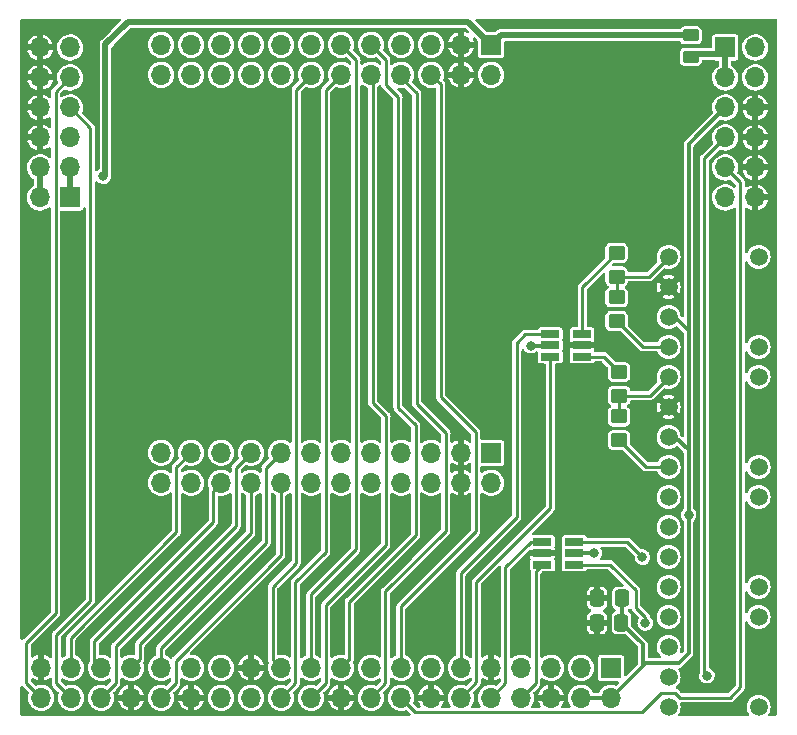
<source format=gtl>
G04 #@! TF.GenerationSoftware,KiCad,Pcbnew,(6.0.6)*
G04 #@! TF.CreationDate,2022-08-29T09:38:23+02:00*
G04 #@! TF.ProjectId,afe-ep-shield,6166652d-6570-42d7-9368-69656c642e6b,rev?*
G04 #@! TF.SameCoordinates,Original*
G04 #@! TF.FileFunction,Copper,L1,Top*
G04 #@! TF.FilePolarity,Positive*
%FSLAX46Y46*%
G04 Gerber Fmt 4.6, Leading zero omitted, Abs format (unit mm)*
G04 Created by KiCad (PCBNEW (6.0.6)) date 2022-08-29 09:38:23*
%MOMM*%
%LPD*%
G01*
G04 APERTURE LIST*
G04 Aperture macros list*
%AMRoundRect*
0 Rectangle with rounded corners*
0 $1 Rounding radius*
0 $2 $3 $4 $5 $6 $7 $8 $9 X,Y pos of 4 corners*
0 Add a 4 corners polygon primitive as box body*
4,1,4,$2,$3,$4,$5,$6,$7,$8,$9,$2,$3,0*
0 Add four circle primitives for the rounded corners*
1,1,$1+$1,$2,$3*
1,1,$1+$1,$4,$5*
1,1,$1+$1,$6,$7*
1,1,$1+$1,$8,$9*
0 Add four rect primitives between the rounded corners*
20,1,$1+$1,$2,$3,$4,$5,0*
20,1,$1+$1,$4,$5,$6,$7,0*
20,1,$1+$1,$6,$7,$8,$9,0*
20,1,$1+$1,$8,$9,$2,$3,0*%
G04 Aperture macros list end*
G04 #@! TA.AperFunction,SMDPad,CuDef*
%ADD10RoundRect,0.250000X-0.450000X0.350000X-0.450000X-0.350000X0.450000X-0.350000X0.450000X0.350000X0*%
G04 #@! TD*
G04 #@! TA.AperFunction,ComponentPad*
%ADD11C,1.515000*%
G04 #@! TD*
G04 #@! TA.AperFunction,SMDPad,CuDef*
%ADD12R,1.560000X0.650000*%
G04 #@! TD*
G04 #@! TA.AperFunction,ComponentPad*
%ADD13R,1.700000X1.700000*%
G04 #@! TD*
G04 #@! TA.AperFunction,ComponentPad*
%ADD14O,1.700000X1.700000*%
G04 #@! TD*
G04 #@! TA.AperFunction,SMDPad,CuDef*
%ADD15RoundRect,0.250000X-0.337500X-0.475000X0.337500X-0.475000X0.337500X0.475000X-0.337500X0.475000X0*%
G04 #@! TD*
G04 #@! TA.AperFunction,SMDPad,CuDef*
%ADD16RoundRect,0.250000X0.450000X-0.262500X0.450000X0.262500X-0.450000X0.262500X-0.450000X-0.262500X0*%
G04 #@! TD*
G04 #@! TA.AperFunction,ViaPad*
%ADD17C,0.600000*%
G04 #@! TD*
G04 #@! TA.AperFunction,ViaPad*
%ADD18C,0.800000*%
G04 #@! TD*
G04 #@! TA.AperFunction,Conductor*
%ADD19C,0.254000*%
G04 #@! TD*
G04 #@! TA.AperFunction,Conductor*
%ADD20C,0.300000*%
G04 #@! TD*
G04 #@! TA.AperFunction,Conductor*
%ADD21C,0.500000*%
G04 #@! TD*
G04 APERTURE END LIST*
D10*
X110871000Y-38852600D03*
X110871000Y-40852600D03*
D11*
X115265200Y-39192200D03*
X115265200Y-41732200D03*
X115265200Y-44272200D03*
X115265200Y-46812200D03*
X122885200Y-46812200D03*
X122885200Y-39192200D03*
X115265200Y-69672200D03*
X115265200Y-72212200D03*
X115265200Y-74752200D03*
X115265200Y-77292200D03*
X122885200Y-77292200D03*
X122885200Y-69672200D03*
X115265200Y-59512200D03*
X115265200Y-62052200D03*
X115265200Y-64592200D03*
X115265200Y-67132200D03*
X122885200Y-67132200D03*
X122885200Y-59512200D03*
D10*
X111074200Y-52705000D03*
X111074200Y-54705000D03*
D12*
X104589500Y-63337400D03*
X104589500Y-64287400D03*
X104589500Y-65237400D03*
X107289500Y-65237400D03*
X107289500Y-64287400D03*
X107289500Y-63337400D03*
X107953800Y-47635200D03*
X107953800Y-46685200D03*
X107953800Y-45735200D03*
X105253800Y-45735200D03*
X105253800Y-46685200D03*
X105253800Y-47635200D03*
D10*
X111074200Y-48936400D03*
X111074200Y-50936400D03*
D13*
X100228400Y-55773400D03*
D14*
X100228400Y-58313400D03*
X97688400Y-55773400D03*
X97688400Y-58313400D03*
X95148400Y-55773400D03*
X95148400Y-58313400D03*
X92608400Y-55773400D03*
X92608400Y-58313400D03*
X90068400Y-55773400D03*
X90068400Y-58313400D03*
X87528400Y-55773400D03*
X87528400Y-58313400D03*
X84988400Y-55773400D03*
X84988400Y-58313400D03*
X82448400Y-55773400D03*
X82448400Y-58313400D03*
X79908400Y-55773400D03*
X79908400Y-58313400D03*
X77368400Y-55773400D03*
X77368400Y-58313400D03*
X74828400Y-55773400D03*
X74828400Y-58313400D03*
X72288400Y-55773400D03*
X72288400Y-58313400D03*
D10*
X110871000Y-42611800D03*
X110871000Y-44611800D03*
D13*
X120065800Y-21463000D03*
D14*
X122605800Y-21463000D03*
X120065800Y-24003000D03*
X122605800Y-24003000D03*
X120065800Y-26543000D03*
X122605800Y-26543000D03*
X120065800Y-29083000D03*
X122605800Y-29083000D03*
X120065800Y-31623000D03*
X122605800Y-31623000D03*
X120065800Y-34163000D03*
X122605800Y-34163000D03*
D15*
X109202400Y-70180200D03*
X111277400Y-70180200D03*
D11*
X115265200Y-49352200D03*
X115265200Y-51892200D03*
X115265200Y-54432200D03*
X115265200Y-56972200D03*
X122885200Y-56972200D03*
X122885200Y-49352200D03*
D13*
X100228400Y-21243000D03*
D14*
X100228400Y-23783000D03*
X97688400Y-21243000D03*
X97688400Y-23783000D03*
X95148400Y-21243000D03*
X95148400Y-23783000D03*
X92608400Y-21243000D03*
X92608400Y-23783000D03*
X90068400Y-21243000D03*
X90068400Y-23783000D03*
X87528400Y-21243000D03*
X87528400Y-23783000D03*
X84988400Y-21243000D03*
X84988400Y-23783000D03*
X82448400Y-21243000D03*
X82448400Y-23783000D03*
X79908400Y-21243000D03*
X79908400Y-23783000D03*
X77368400Y-21243000D03*
X77368400Y-23783000D03*
X74828400Y-21243000D03*
X74828400Y-23783000D03*
X72288400Y-21243000D03*
X72288400Y-23783000D03*
D13*
X110383400Y-73985200D03*
D14*
X110383400Y-76525200D03*
X107843400Y-73985200D03*
X107843400Y-76525200D03*
X105303400Y-73985200D03*
X105303400Y-76525200D03*
X102763400Y-73985200D03*
X102763400Y-76525200D03*
X100223400Y-73985200D03*
X100223400Y-76525200D03*
X97683400Y-73985200D03*
X97683400Y-76525200D03*
X95143400Y-73985200D03*
X95143400Y-76525200D03*
X92603400Y-73985200D03*
X92603400Y-76525200D03*
X90063400Y-73985200D03*
X90063400Y-76525200D03*
X87523400Y-73985200D03*
X87523400Y-76525200D03*
X84983400Y-73985200D03*
X84983400Y-76525200D03*
X82443400Y-73985200D03*
X82443400Y-76525200D03*
X79903400Y-73985200D03*
X79903400Y-76525200D03*
X77363400Y-73985200D03*
X77363400Y-76525200D03*
X74823400Y-73985200D03*
X74823400Y-76525200D03*
X72283400Y-73985200D03*
X72283400Y-76525200D03*
X69743400Y-73985200D03*
X69743400Y-76525200D03*
X67203400Y-73985200D03*
X67203400Y-76525200D03*
X64663400Y-73985200D03*
X64663400Y-76525200D03*
X62123400Y-73985200D03*
X62123400Y-76525200D03*
D16*
X117144800Y-22248500D03*
X117144800Y-20423500D03*
D15*
X109227800Y-68097400D03*
X111302800Y-68097400D03*
D13*
X64592200Y-34163000D03*
D14*
X62052200Y-34163000D03*
X64592200Y-31623000D03*
X62052200Y-31623000D03*
X64592200Y-29083000D03*
X62052200Y-29083000D03*
X64592200Y-26543000D03*
X62052200Y-26543000D03*
X64592200Y-24003000D03*
X62052200Y-24003000D03*
X64592200Y-21463000D03*
X62052200Y-21463000D03*
D17*
X87630000Y-60147200D03*
X90170000Y-53644800D03*
X77673200Y-60096400D03*
D18*
X64846200Y-41402000D03*
D17*
X87579200Y-25908000D03*
X90068400Y-60553600D03*
X84937600Y-25958800D03*
D18*
X64795400Y-61239400D03*
D17*
X69545200Y-72288400D03*
D18*
X120475647Y-54560088D03*
D17*
X93167200Y-25958800D03*
X92608400Y-53644800D03*
D18*
X103657400Y-57226200D03*
D17*
X67564000Y-72237600D03*
X82753200Y-72186800D03*
X81381600Y-64363600D03*
X89509600Y-25958800D03*
X94792800Y-53644800D03*
X87274400Y-72440800D03*
X87579200Y-53644800D03*
X91236800Y-25958800D03*
X84988400Y-60198000D03*
D18*
X108966000Y-64262000D03*
X111277400Y-70180200D03*
X103581200Y-46710600D03*
X116967000Y-61036200D03*
X111302800Y-68072000D03*
X67386200Y-32361500D03*
X111074200Y-52679600D03*
X113055400Y-64617600D03*
X113293400Y-70180200D03*
X110871000Y-42611800D03*
X118516400Y-74650600D03*
D19*
X118287800Y-30861000D02*
X120065800Y-29083000D01*
X118516400Y-74650600D02*
X118287800Y-74422000D01*
X118287800Y-74422000D02*
X118287800Y-30861000D01*
X66319400Y-28270200D02*
X64592200Y-26543000D01*
X66319400Y-68300600D02*
X66319400Y-28270200D01*
X63432400Y-71187600D02*
X66319400Y-68300600D01*
X63432400Y-75294200D02*
X63432400Y-71187600D01*
X64663400Y-76525200D02*
X63432400Y-75294200D01*
D20*
X116967000Y-72745600D02*
X116967000Y-61036200D01*
X113101200Y-73807400D02*
X113324800Y-73583800D01*
X111302800Y-70154800D02*
X111277400Y-70180200D01*
X113101200Y-73807400D02*
X113101200Y-72004000D01*
X115773200Y-44272200D02*
X115265200Y-44272200D01*
X111302800Y-68097400D02*
X111302800Y-70154800D01*
X103581200Y-46710600D02*
X105228400Y-46710600D01*
X116128800Y-73583800D02*
X116967000Y-72745600D01*
X110383400Y-76525200D02*
X107843400Y-76525200D01*
X107314900Y-64262000D02*
X107289500Y-64287400D01*
X115265200Y-54432200D02*
X115824000Y-54432200D01*
X116967000Y-55575200D02*
X116967000Y-45466000D01*
X113101200Y-72004000D02*
X111277400Y-70180200D01*
X116967000Y-61036200D02*
X116967000Y-55575200D01*
X116967000Y-45466000D02*
X115773200Y-44272200D01*
X105228400Y-46710600D02*
X105253800Y-46685200D01*
X108966000Y-64262000D02*
X107314900Y-64262000D01*
X116967000Y-45466000D02*
X116967000Y-29641800D01*
X113324800Y-73583800D02*
X116128800Y-73583800D01*
X110383400Y-76525200D02*
X113101200Y-73807400D01*
X116967000Y-29641800D02*
X120065800Y-26543000D01*
X115824000Y-54432200D02*
X116967000Y-55575200D01*
D21*
X64592200Y-34163000D02*
X64592200Y-31623000D01*
X62052200Y-34163000D02*
X62052200Y-31623000D01*
X98252000Y-19266600D02*
X69531800Y-19266600D01*
X69531800Y-19266600D02*
X67589400Y-21209000D01*
X117144800Y-20423500D02*
X101047900Y-20423500D01*
X67589400Y-21209000D02*
X67589400Y-32158300D01*
X67589400Y-32158300D02*
X67386200Y-32361500D01*
X100228400Y-21243000D02*
X98252000Y-19266600D01*
X101047900Y-20423500D02*
X100228400Y-21243000D01*
D19*
X64663400Y-73985200D02*
X64663400Y-71429800D01*
X73597400Y-57004400D02*
X74828400Y-55773400D01*
X73597400Y-62495800D02*
X73597400Y-57004400D01*
X64663400Y-71429800D02*
X73597400Y-62495800D01*
X81737200Y-73279000D02*
X82443400Y-73985200D01*
X81737200Y-67106800D02*
X81737200Y-73279000D01*
X83725107Y-65118893D02*
X81737200Y-67106800D01*
X83725107Y-25046293D02*
X83725107Y-65118893D01*
X84988400Y-23783000D02*
X83725107Y-25046293D01*
X88798400Y-63957200D02*
X88798400Y-22513000D01*
X84983400Y-67772200D02*
X88798400Y-63957200D01*
X84983400Y-73985200D02*
X84983400Y-67772200D01*
X88798400Y-22513000D02*
X87528400Y-21243000D01*
X92354400Y-51968400D02*
X92354400Y-25654000D01*
X91309599Y-24609199D02*
X91309599Y-22484199D01*
X93839400Y-53453400D02*
X92354400Y-51968400D01*
X88239600Y-73269000D02*
X88239600Y-68376800D01*
X91309599Y-22484199D02*
X90068400Y-21243000D01*
X88239600Y-68376800D02*
X93839400Y-62777000D01*
X93839400Y-62777000D02*
X93839400Y-53453400D01*
X87523400Y-73985200D02*
X88239600Y-73269000D01*
X92354400Y-25654000D02*
X91309599Y-24609199D01*
X82448400Y-58313400D02*
X82448400Y-64465200D01*
X73549193Y-75259407D02*
X72283400Y-76525200D01*
X82448400Y-64465200D02*
X73549193Y-73364407D01*
X73549193Y-73364407D02*
X73549193Y-75259407D01*
X81182607Y-57039193D02*
X81182607Y-63394193D01*
X82448400Y-55773400D02*
X81182607Y-57039193D01*
X81182607Y-63394193D02*
X72283400Y-72293400D01*
X72283400Y-72293400D02*
X72283400Y-73985200D01*
X78642607Y-61971793D02*
X68464908Y-72149492D01*
X78642607Y-57039193D02*
X78642607Y-61971793D01*
X79908400Y-55773400D02*
X78642607Y-57039193D01*
X68456493Y-75272107D02*
X67203400Y-76525200D01*
X68464908Y-75272107D02*
X68456493Y-75272107D01*
X68464908Y-72149492D02*
X68464908Y-75272107D01*
X115265200Y-49352200D02*
X113681000Y-50936400D01*
X113681000Y-50936400D02*
X111074200Y-50936400D01*
X111074200Y-52705000D02*
X111074200Y-52679600D01*
X111074200Y-52679600D02*
X111074200Y-50936400D01*
X113341400Y-56972200D02*
X111074200Y-54705000D01*
X115265200Y-56972200D02*
X113341400Y-56972200D01*
X109773000Y-47635200D02*
X111074200Y-48936400D01*
X107953800Y-47635200D02*
X109773000Y-47635200D01*
X107289500Y-63337400D02*
X111775200Y-63337400D01*
X111775200Y-63337400D02*
X113055400Y-64617600D01*
X107289500Y-65237400D02*
X110297000Y-65237400D01*
X110297000Y-65237400D02*
X112496600Y-67437000D01*
X113293400Y-69681600D02*
X113293400Y-70180200D01*
X112496600Y-68884800D02*
X113293400Y-69681600D01*
X112496600Y-67437000D02*
X112496600Y-68884800D01*
X110871000Y-40852600D02*
X110871000Y-42611800D01*
X110871000Y-40852600D02*
X113604800Y-40852600D01*
X113604800Y-40852600D02*
X115265200Y-39192200D01*
X113071400Y-46812200D02*
X115265200Y-46812200D01*
X110871000Y-44611800D02*
X113071400Y-46812200D01*
X107953800Y-41769800D02*
X110871000Y-38852600D01*
X107953800Y-45735200D02*
X107953800Y-41769800D01*
X98958400Y-54051200D02*
X98958400Y-62433200D01*
X95961200Y-51054000D02*
X98958400Y-54051200D01*
X92603400Y-68788200D02*
X92603400Y-73985200D01*
X98958400Y-62433200D02*
X92603400Y-68788200D01*
X95148400Y-23783000D02*
X95961200Y-24595800D01*
X95961200Y-24595800D02*
X95961200Y-51054000D01*
X91294400Y-75294200D02*
X91294400Y-67506400D01*
X93929200Y-51612800D02*
X93929200Y-25349200D01*
X93929200Y-25349200D02*
X92608400Y-24028400D01*
X92608400Y-24028400D02*
X92608400Y-23783000D01*
X96418400Y-62382400D02*
X96418400Y-54102000D01*
X96418400Y-54102000D02*
X93929200Y-51612800D01*
X91294400Y-67506400D02*
X96418400Y-62382400D01*
X90063400Y-76525200D02*
X91294400Y-75294200D01*
X86249193Y-68640007D02*
X91338400Y-63550800D01*
X90220800Y-23935400D02*
X90068400Y-23783000D01*
X86249193Y-75259407D02*
X86249193Y-68640007D01*
X91338400Y-63550800D02*
X91338400Y-52679600D01*
X91338400Y-52679600D02*
X90220800Y-51562000D01*
X84983400Y-76525200D02*
X86249193Y-75259407D01*
X90220800Y-51562000D02*
X90220800Y-23935400D01*
X82443400Y-76525200D02*
X83674400Y-75294200D01*
X83674400Y-66744400D02*
X86258400Y-64160400D01*
X83674400Y-75294200D02*
X83674400Y-66744400D01*
X86258400Y-25053000D02*
X87528400Y-23783000D01*
X86258400Y-64160400D02*
X86258400Y-25053000D01*
X60883800Y-71856600D02*
X60883800Y-75285600D01*
X63361200Y-69379200D02*
X60883800Y-71856600D01*
X60883800Y-75285600D02*
X62123400Y-76525200D01*
X63361200Y-25234000D02*
X63361200Y-69379200D01*
X64592200Y-24003000D02*
X63361200Y-25234000D01*
D21*
X117396900Y-21996400D02*
X119532400Y-21996400D01*
X117144800Y-22248500D02*
X117396900Y-21996400D01*
X120065800Y-24003000D02*
X120065800Y-21463000D01*
X119532400Y-21996400D02*
X120065800Y-21463000D01*
D19*
X121340008Y-32888793D02*
X121331593Y-32888793D01*
X120472200Y-76504800D02*
X121340008Y-75636992D01*
X93834400Y-77756200D02*
X113011400Y-77756200D01*
X121340008Y-75636992D02*
X121340008Y-32888793D01*
X115849400Y-76123800D02*
X116230400Y-76504800D01*
X114643800Y-76123800D02*
X115849400Y-76123800D01*
X92603400Y-76525200D02*
X93834400Y-77756200D01*
X113011400Y-77756200D02*
X114643800Y-76123800D01*
X121331593Y-32888793D02*
X120065800Y-31623000D01*
X116230400Y-76504800D02*
X120472200Y-76504800D01*
X66649600Y-73431400D02*
X66649600Y-71729600D01*
X67203400Y-73985200D02*
X66649600Y-73431400D01*
X76708000Y-61671200D02*
X76708000Y-58973800D01*
X66649600Y-71729600D02*
X76708000Y-61671200D01*
X76708000Y-58973800D02*
X77368400Y-58313400D01*
X104029193Y-75259407D02*
X104029193Y-65797707D01*
X102763400Y-76525200D02*
X104029193Y-75259407D01*
X104029193Y-65797707D02*
X104589500Y-65237400D01*
X101454400Y-65474400D02*
X103591400Y-63337400D01*
X100223400Y-76525200D02*
X101454400Y-75294200D01*
X101454400Y-75294200D02*
X101454400Y-65474400D01*
X103591400Y-63337400D02*
X104589500Y-63337400D01*
X70510400Y-73218200D02*
X69743400Y-73985200D01*
X79908400Y-62585600D02*
X70510400Y-71983600D01*
X70510400Y-71983600D02*
X70510400Y-73218200D01*
X79908400Y-58313400D02*
X79908400Y-62585600D01*
X102412800Y-61230600D02*
X97683400Y-65960000D01*
X102412800Y-46456600D02*
X102412800Y-61230600D01*
X105253800Y-45735200D02*
X103134200Y-45735200D01*
X103134200Y-45735200D02*
X102412800Y-46456600D01*
X97683400Y-65960000D02*
X97683400Y-73985200D01*
X98983800Y-66725800D02*
X105253800Y-60455800D01*
X105253800Y-60455800D02*
X105253800Y-47635200D01*
X98983800Y-75224800D02*
X98983800Y-66725800D01*
X97683400Y-76525200D02*
X98983800Y-75224800D01*
G04 #@! TA.AperFunction,Conductor*
G36*
X124358821Y-19037102D02*
G01*
X124405314Y-19090758D01*
X124416700Y-19143100D01*
X124416700Y-77935700D01*
X124396698Y-78003821D01*
X124343042Y-78050314D01*
X124290700Y-78061700D01*
X123828497Y-78061700D01*
X123760376Y-78041698D01*
X123713883Y-77988042D01*
X123703779Y-77917768D01*
X123718941Y-77873463D01*
X123811137Y-77711170D01*
X123811139Y-77711166D01*
X123814182Y-77705809D01*
X123876826Y-77517492D01*
X123882873Y-77469628D01*
X123901259Y-77324094D01*
X123901259Y-77324089D01*
X123901701Y-77320593D01*
X123902097Y-77292200D01*
X123882730Y-77094684D01*
X123880948Y-77088781D01*
X123880948Y-77088780D01*
X123827149Y-76910590D01*
X123825368Y-76904691D01*
X123765366Y-76791844D01*
X123735089Y-76734900D01*
X123735087Y-76734897D01*
X123732195Y-76729458D01*
X123728305Y-76724688D01*
X123728302Y-76724684D01*
X123610655Y-76580435D01*
X123610652Y-76580432D01*
X123606760Y-76575660D01*
X123600371Y-76570374D01*
X123458590Y-76453082D01*
X123453842Y-76449154D01*
X123448425Y-76446225D01*
X123448422Y-76446223D01*
X123284683Y-76357690D01*
X123284678Y-76357688D01*
X123279263Y-76354760D01*
X123089676Y-76296073D01*
X123083551Y-76295429D01*
X123083550Y-76295429D01*
X122898427Y-76275972D01*
X122898426Y-76275972D01*
X122892299Y-76275328D01*
X122769621Y-76286492D01*
X122700794Y-76292756D01*
X122700793Y-76292756D01*
X122694653Y-76293315D01*
X122688739Y-76295056D01*
X122688737Y-76295056D01*
X122593592Y-76323059D01*
X122504264Y-76349350D01*
X122328385Y-76441297D01*
X122173714Y-76565655D01*
X122046145Y-76717687D01*
X122043181Y-76723079D01*
X122043178Y-76723083D01*
X121955660Y-76882277D01*
X121950534Y-76891602D01*
X121890525Y-77080775D01*
X121889839Y-77086892D01*
X121889838Y-77086896D01*
X121882936Y-77148431D01*
X121868402Y-77278002D01*
X121868918Y-77284146D01*
X121882153Y-77441752D01*
X121885009Y-77475769D01*
X121939713Y-77666545D01*
X121942531Y-77672027D01*
X121942532Y-77672031D01*
X122027610Y-77837575D01*
X122027613Y-77837579D01*
X122030430Y-77843061D01*
X122034261Y-77847894D01*
X122041822Y-77857434D01*
X122068461Y-77923244D01*
X122055291Y-77993008D01*
X122006494Y-78044578D01*
X121943078Y-78061700D01*
X116208497Y-78061700D01*
X116140376Y-78041698D01*
X116093883Y-77988042D01*
X116083779Y-77917768D01*
X116098941Y-77873463D01*
X116191137Y-77711170D01*
X116191139Y-77711166D01*
X116194182Y-77705809D01*
X116256826Y-77517492D01*
X116262873Y-77469628D01*
X116281259Y-77324094D01*
X116281259Y-77324089D01*
X116281701Y-77320593D01*
X116282097Y-77292200D01*
X116262730Y-77094684D01*
X116260948Y-77088780D01*
X116248852Y-77048718D01*
X116248311Y-76977724D01*
X116286239Y-76917707D01*
X116350593Y-76887723D01*
X116369474Y-76886300D01*
X120418065Y-76886300D01*
X120442364Y-76888886D01*
X120443802Y-76888954D01*
X120453980Y-76891145D01*
X120487541Y-76887173D01*
X120493520Y-76886821D01*
X120493512Y-76886728D01*
X120498690Y-76886300D01*
X120503892Y-76886300D01*
X120523046Y-76883112D01*
X120528904Y-76882278D01*
X120545518Y-76880312D01*
X120569767Y-76877442D01*
X120569768Y-76877442D01*
X120580107Y-76876218D01*
X120588406Y-76872233D01*
X120597483Y-76870722D01*
X120642851Y-76846242D01*
X120648114Y-76843561D01*
X120687450Y-76824673D01*
X120687454Y-76824670D01*
X120694598Y-76821240D01*
X120698892Y-76817630D01*
X120700824Y-76815698D01*
X120702773Y-76813911D01*
X120702826Y-76813882D01*
X120702945Y-76814012D01*
X120703513Y-76813511D01*
X120709257Y-76810412D01*
X120746068Y-76770590D01*
X120749497Y-76767025D01*
X121571484Y-75945038D01*
X121590507Y-75929674D01*
X121591566Y-75928710D01*
X121600312Y-75923063D01*
X121606760Y-75914884D01*
X121606762Y-75914882D01*
X121621242Y-75896515D01*
X121625215Y-75892044D01*
X121625144Y-75891983D01*
X121628503Y-75888019D01*
X121632179Y-75884343D01*
X121635199Y-75880116D01*
X121635203Y-75880112D01*
X121643458Y-75868559D01*
X121647026Y-75863806D01*
X121647271Y-75863496D01*
X121678942Y-75823322D01*
X121681993Y-75814635D01*
X121687342Y-75807149D01*
X121694200Y-75784219D01*
X121700933Y-75761702D01*
X121702107Y-75757778D01*
X121703941Y-75752133D01*
X121704452Y-75750678D01*
X121721024Y-75703490D01*
X121721508Y-75697901D01*
X121721508Y-75695190D01*
X121721623Y-75692523D01*
X121721642Y-75692460D01*
X121721816Y-75692467D01*
X121721863Y-75691721D01*
X121723733Y-75685468D01*
X121721605Y-75631304D01*
X121721508Y-75626358D01*
X121721508Y-70142784D01*
X121741510Y-70074663D01*
X121795166Y-70028170D01*
X121865440Y-70018066D01*
X121930020Y-70047560D01*
X121959574Y-70085190D01*
X122027610Y-70217575D01*
X122027613Y-70217579D01*
X122030430Y-70223061D01*
X122153706Y-70378596D01*
X122158400Y-70382591D01*
X122281145Y-70487055D01*
X122304843Y-70507224D01*
X122478086Y-70604047D01*
X122666836Y-70665375D01*
X122863904Y-70688874D01*
X122870039Y-70688402D01*
X122870041Y-70688402D01*
X123055640Y-70674121D01*
X123055644Y-70674120D01*
X123061782Y-70673648D01*
X123252935Y-70620277D01*
X123336535Y-70578048D01*
X123424580Y-70533574D01*
X123424582Y-70533573D01*
X123430081Y-70530795D01*
X123586472Y-70408608D01*
X123590498Y-70403944D01*
X123590501Y-70403941D01*
X123712123Y-70263040D01*
X123712124Y-70263038D01*
X123716152Y-70258372D01*
X123814182Y-70085809D01*
X123876826Y-69897492D01*
X123901701Y-69700593D01*
X123902097Y-69672200D01*
X123882730Y-69474684D01*
X123880949Y-69468785D01*
X123880948Y-69468780D01*
X123827149Y-69290590D01*
X123825368Y-69284691D01*
X123759244Y-69160329D01*
X123735089Y-69114900D01*
X123735087Y-69114897D01*
X123732195Y-69109458D01*
X123728305Y-69104688D01*
X123728302Y-69104684D01*
X123610655Y-68960435D01*
X123610652Y-68960432D01*
X123606760Y-68955660D01*
X123600371Y-68950374D01*
X123458590Y-68833082D01*
X123453842Y-68829154D01*
X123448425Y-68826225D01*
X123448422Y-68826223D01*
X123284683Y-68737690D01*
X123284678Y-68737688D01*
X123279263Y-68734760D01*
X123089676Y-68676073D01*
X123083551Y-68675429D01*
X123083550Y-68675429D01*
X122898427Y-68655972D01*
X122898426Y-68655972D01*
X122892299Y-68655328D01*
X122769621Y-68666492D01*
X122700794Y-68672756D01*
X122700793Y-68672756D01*
X122694653Y-68673315D01*
X122688739Y-68675056D01*
X122688737Y-68675056D01*
X122599334Y-68701369D01*
X122504264Y-68729350D01*
X122328385Y-68821297D01*
X122173714Y-68945655D01*
X122046145Y-69097687D01*
X122043181Y-69103079D01*
X122043178Y-69103083D01*
X121989513Y-69200700D01*
X121961605Y-69251465D01*
X121957923Y-69258162D01*
X121907577Y-69308221D01*
X121838160Y-69323114D01*
X121771711Y-69298113D01*
X121729327Y-69241156D01*
X121721508Y-69197461D01*
X121721508Y-67602784D01*
X121741510Y-67534663D01*
X121795166Y-67488170D01*
X121865440Y-67478066D01*
X121930020Y-67507560D01*
X121959574Y-67545190D01*
X122027610Y-67677575D01*
X122027613Y-67677579D01*
X122030430Y-67683061D01*
X122153706Y-67838596D01*
X122304843Y-67967224D01*
X122478086Y-68064047D01*
X122666836Y-68125375D01*
X122863904Y-68148874D01*
X122870039Y-68148402D01*
X122870041Y-68148402D01*
X123055640Y-68134121D01*
X123055644Y-68134120D01*
X123061782Y-68133648D01*
X123252935Y-68080277D01*
X123336535Y-68038048D01*
X123424580Y-67993574D01*
X123424582Y-67993573D01*
X123430081Y-67990795D01*
X123586472Y-67868608D01*
X123590498Y-67863944D01*
X123590501Y-67863941D01*
X123712123Y-67723040D01*
X123712124Y-67723038D01*
X123716152Y-67718372D01*
X123781816Y-67602784D01*
X123811137Y-67551170D01*
X123811139Y-67551166D01*
X123814182Y-67545809D01*
X123876826Y-67357492D01*
X123893975Y-67221750D01*
X123901259Y-67164094D01*
X123901259Y-67164089D01*
X123901701Y-67160593D01*
X123902097Y-67132200D01*
X123882730Y-66934684D01*
X123880949Y-66928785D01*
X123880948Y-66928780D01*
X123827149Y-66750590D01*
X123825368Y-66744691D01*
X123732195Y-66569458D01*
X123728305Y-66564688D01*
X123728302Y-66564684D01*
X123610655Y-66420435D01*
X123610652Y-66420432D01*
X123606760Y-66415660D01*
X123600371Y-66410374D01*
X123458590Y-66293082D01*
X123453842Y-66289154D01*
X123448425Y-66286225D01*
X123448422Y-66286223D01*
X123284683Y-66197690D01*
X123284678Y-66197688D01*
X123279263Y-66194760D01*
X123089676Y-66136073D01*
X123083551Y-66135429D01*
X123083550Y-66135429D01*
X122898427Y-66115972D01*
X122898426Y-66115972D01*
X122892299Y-66115328D01*
X122769621Y-66126492D01*
X122700794Y-66132756D01*
X122700793Y-66132756D01*
X122694653Y-66133315D01*
X122688739Y-66135056D01*
X122688737Y-66135056D01*
X122569289Y-66170212D01*
X122504264Y-66189350D01*
X122328385Y-66281297D01*
X122173714Y-66405655D01*
X122046145Y-66557687D01*
X122043181Y-66563079D01*
X122043178Y-66563083D01*
X121990281Y-66659302D01*
X121968007Y-66699820D01*
X121957923Y-66718162D01*
X121907577Y-66768221D01*
X121838160Y-66783114D01*
X121771711Y-66758113D01*
X121729327Y-66701156D01*
X121721508Y-66657461D01*
X121721508Y-59982784D01*
X121741510Y-59914663D01*
X121795166Y-59868170D01*
X121865440Y-59858066D01*
X121930020Y-59887560D01*
X121959574Y-59925190D01*
X122027610Y-60057575D01*
X122027613Y-60057579D01*
X122030430Y-60063061D01*
X122153706Y-60218596D01*
X122304843Y-60347224D01*
X122478086Y-60444047D01*
X122666836Y-60505375D01*
X122863904Y-60528874D01*
X122870039Y-60528402D01*
X122870041Y-60528402D01*
X123055640Y-60514121D01*
X123055644Y-60514120D01*
X123061782Y-60513648D01*
X123252935Y-60460277D01*
X123336535Y-60418048D01*
X123424580Y-60373574D01*
X123424582Y-60373573D01*
X123430081Y-60370795D01*
X123586472Y-60248608D01*
X123590498Y-60243944D01*
X123590501Y-60243941D01*
X123712123Y-60103040D01*
X123712124Y-60103038D01*
X123716152Y-60098372D01*
X123814182Y-59925809D01*
X123876826Y-59737492D01*
X123901701Y-59540593D01*
X123902097Y-59512200D01*
X123882730Y-59314684D01*
X123880949Y-59308785D01*
X123880948Y-59308780D01*
X123827149Y-59130590D01*
X123825368Y-59124691D01*
X123772495Y-59025252D01*
X123735089Y-58954900D01*
X123735087Y-58954897D01*
X123732195Y-58949458D01*
X123728305Y-58944688D01*
X123728302Y-58944684D01*
X123610655Y-58800435D01*
X123610652Y-58800432D01*
X123606760Y-58795660D01*
X123600371Y-58790374D01*
X123458590Y-58673082D01*
X123453842Y-58669154D01*
X123448425Y-58666225D01*
X123448422Y-58666223D01*
X123284683Y-58577690D01*
X123284678Y-58577688D01*
X123279263Y-58574760D01*
X123089676Y-58516073D01*
X123083551Y-58515429D01*
X123083550Y-58515429D01*
X122898427Y-58495972D01*
X122898426Y-58495972D01*
X122892299Y-58495328D01*
X122769621Y-58506492D01*
X122700794Y-58512756D01*
X122700793Y-58512756D01*
X122694653Y-58513315D01*
X122688739Y-58515056D01*
X122688737Y-58515056D01*
X122559137Y-58553200D01*
X122504264Y-58569350D01*
X122328385Y-58661297D01*
X122323585Y-58665157D01*
X122323584Y-58665157D01*
X122300560Y-58683669D01*
X122173714Y-58785655D01*
X122046145Y-58937687D01*
X122043181Y-58943079D01*
X122043178Y-58943083D01*
X121957923Y-59098162D01*
X121907577Y-59148221D01*
X121838160Y-59163114D01*
X121771711Y-59138113D01*
X121729327Y-59081156D01*
X121721508Y-59037461D01*
X121721508Y-57442784D01*
X121741510Y-57374663D01*
X121795166Y-57328170D01*
X121865440Y-57318066D01*
X121930020Y-57347560D01*
X121959574Y-57385190D01*
X122027610Y-57517575D01*
X122027613Y-57517579D01*
X122030430Y-57523061D01*
X122153706Y-57678596D01*
X122158400Y-57682591D01*
X122213167Y-57729201D01*
X122304843Y-57807224D01*
X122478086Y-57904047D01*
X122666836Y-57965375D01*
X122863904Y-57988874D01*
X122870039Y-57988402D01*
X122870041Y-57988402D01*
X123055640Y-57974121D01*
X123055644Y-57974120D01*
X123061782Y-57973648D01*
X123252935Y-57920277D01*
X123336535Y-57878048D01*
X123424580Y-57833574D01*
X123424582Y-57833573D01*
X123430081Y-57830795D01*
X123586472Y-57708608D01*
X123590498Y-57703944D01*
X123590501Y-57703941D01*
X123712123Y-57563040D01*
X123712124Y-57563038D01*
X123716152Y-57558372D01*
X123769727Y-57464064D01*
X123811137Y-57391170D01*
X123811139Y-57391166D01*
X123814182Y-57385809D01*
X123876826Y-57197492D01*
X123895482Y-57049818D01*
X123901259Y-57004094D01*
X123901259Y-57004089D01*
X123901701Y-57000593D01*
X123902097Y-56972200D01*
X123882730Y-56774684D01*
X123880949Y-56768785D01*
X123880948Y-56768780D01*
X123827149Y-56590590D01*
X123825368Y-56584691D01*
X123774525Y-56489069D01*
X123735089Y-56414900D01*
X123735087Y-56414897D01*
X123732195Y-56409458D01*
X123728305Y-56404688D01*
X123728302Y-56404684D01*
X123610655Y-56260435D01*
X123610652Y-56260432D01*
X123606760Y-56255660D01*
X123600371Y-56250374D01*
X123458590Y-56133082D01*
X123453842Y-56129154D01*
X123448425Y-56126225D01*
X123448422Y-56126223D01*
X123284683Y-56037690D01*
X123284678Y-56037688D01*
X123279263Y-56034760D01*
X123089676Y-55976073D01*
X123083551Y-55975429D01*
X123083550Y-55975429D01*
X122898427Y-55955972D01*
X122898426Y-55955972D01*
X122892299Y-55955328D01*
X122769621Y-55966492D01*
X122700794Y-55972756D01*
X122700793Y-55972756D01*
X122694653Y-55973315D01*
X122688739Y-55975056D01*
X122688737Y-55975056D01*
X122559137Y-56013200D01*
X122504264Y-56029350D01*
X122328385Y-56121297D01*
X122323585Y-56125157D01*
X122323584Y-56125157D01*
X122300560Y-56143669D01*
X122173714Y-56245655D01*
X122046145Y-56397687D01*
X122043181Y-56403079D01*
X122043178Y-56403083D01*
X121957923Y-56558162D01*
X121907577Y-56608221D01*
X121838160Y-56623114D01*
X121771711Y-56598113D01*
X121729327Y-56541156D01*
X121721508Y-56497461D01*
X121721508Y-49822784D01*
X121741510Y-49754663D01*
X121795166Y-49708170D01*
X121865440Y-49698066D01*
X121930020Y-49727560D01*
X121959574Y-49765190D01*
X122027610Y-49897575D01*
X122027613Y-49897579D01*
X122030430Y-49903061D01*
X122153706Y-50058596D01*
X122158400Y-50062591D01*
X122254891Y-50144711D01*
X122304843Y-50187224D01*
X122478086Y-50284047D01*
X122666836Y-50345375D01*
X122863904Y-50368874D01*
X122870039Y-50368402D01*
X122870041Y-50368402D01*
X123055640Y-50354121D01*
X123055644Y-50354120D01*
X123061782Y-50353648D01*
X123252935Y-50300277D01*
X123410641Y-50220615D01*
X123424580Y-50213574D01*
X123424582Y-50213573D01*
X123430081Y-50210795D01*
X123586472Y-50088608D01*
X123590498Y-50083944D01*
X123590501Y-50083941D01*
X123712123Y-49943040D01*
X123712124Y-49943038D01*
X123716152Y-49938372D01*
X123792714Y-49803600D01*
X123811137Y-49771170D01*
X123811139Y-49771166D01*
X123814182Y-49765809D01*
X123876826Y-49577492D01*
X123901701Y-49380593D01*
X123902097Y-49352200D01*
X123882730Y-49154684D01*
X123880949Y-49148785D01*
X123880948Y-49148780D01*
X123827149Y-48970590D01*
X123825368Y-48964691D01*
X123732195Y-48789458D01*
X123728305Y-48784688D01*
X123728302Y-48784684D01*
X123610655Y-48640435D01*
X123610652Y-48640432D01*
X123606760Y-48635660D01*
X123600371Y-48630374D01*
X123458590Y-48513082D01*
X123453842Y-48509154D01*
X123448425Y-48506225D01*
X123448422Y-48506223D01*
X123284683Y-48417690D01*
X123284678Y-48417688D01*
X123279263Y-48414760D01*
X123089676Y-48356073D01*
X123083551Y-48355429D01*
X123083550Y-48355429D01*
X122898427Y-48335972D01*
X122898426Y-48335972D01*
X122892299Y-48335328D01*
X122769621Y-48346492D01*
X122700794Y-48352756D01*
X122700793Y-48352756D01*
X122694653Y-48353315D01*
X122688739Y-48355056D01*
X122688737Y-48355056D01*
X122559137Y-48393200D01*
X122504264Y-48409350D01*
X122328385Y-48501297D01*
X122173714Y-48625655D01*
X122046145Y-48777687D01*
X122043181Y-48783079D01*
X122043178Y-48783083D01*
X121957923Y-48938162D01*
X121907577Y-48988221D01*
X121838160Y-49003114D01*
X121771711Y-48978113D01*
X121729327Y-48921156D01*
X121721508Y-48877461D01*
X121721508Y-47282784D01*
X121741510Y-47214663D01*
X121795166Y-47168170D01*
X121865440Y-47158066D01*
X121930020Y-47187560D01*
X121959574Y-47225190D01*
X122027610Y-47357575D01*
X122027613Y-47357579D01*
X122030430Y-47363061D01*
X122153706Y-47518596D01*
X122304843Y-47647224D01*
X122478086Y-47744047D01*
X122666836Y-47805375D01*
X122863904Y-47828874D01*
X122870039Y-47828402D01*
X122870041Y-47828402D01*
X123055640Y-47814121D01*
X123055644Y-47814120D01*
X123061782Y-47813648D01*
X123252935Y-47760277D01*
X123336535Y-47718048D01*
X123424580Y-47673574D01*
X123424582Y-47673573D01*
X123430081Y-47670795D01*
X123586472Y-47548608D01*
X123590498Y-47543944D01*
X123590501Y-47543941D01*
X123712123Y-47403040D01*
X123712124Y-47403038D01*
X123716152Y-47398372D01*
X123774524Y-47295619D01*
X123811137Y-47231170D01*
X123811139Y-47231166D01*
X123814182Y-47225809D01*
X123876826Y-47037492D01*
X123888880Y-46942076D01*
X123901259Y-46844094D01*
X123901259Y-46844089D01*
X123901701Y-46840593D01*
X123902097Y-46812200D01*
X123882730Y-46614684D01*
X123880949Y-46608785D01*
X123880948Y-46608780D01*
X123827149Y-46430590D01*
X123825368Y-46424691D01*
X123752277Y-46287226D01*
X123735089Y-46254900D01*
X123735087Y-46254897D01*
X123732195Y-46249458D01*
X123728305Y-46244688D01*
X123728302Y-46244684D01*
X123610655Y-46100435D01*
X123610652Y-46100432D01*
X123606760Y-46095660D01*
X123601535Y-46091337D01*
X123458590Y-45973082D01*
X123453842Y-45969154D01*
X123448425Y-45966225D01*
X123448422Y-45966223D01*
X123284683Y-45877690D01*
X123284678Y-45877688D01*
X123279263Y-45874760D01*
X123089676Y-45816073D01*
X123083551Y-45815429D01*
X123083550Y-45815429D01*
X122898427Y-45795972D01*
X122898426Y-45795972D01*
X122892299Y-45795328D01*
X122769621Y-45806492D01*
X122700794Y-45812756D01*
X122700793Y-45812756D01*
X122694653Y-45813315D01*
X122688739Y-45815056D01*
X122688737Y-45815056D01*
X122559137Y-45853200D01*
X122504264Y-45869350D01*
X122328385Y-45961297D01*
X122173714Y-46085655D01*
X122046145Y-46237687D01*
X122043181Y-46243079D01*
X122043178Y-46243083D01*
X121957923Y-46398162D01*
X121907577Y-46448221D01*
X121838160Y-46463114D01*
X121771711Y-46438113D01*
X121729327Y-46381156D01*
X121721508Y-46337461D01*
X121721508Y-39662784D01*
X121741510Y-39594663D01*
X121795166Y-39548170D01*
X121865440Y-39538066D01*
X121930020Y-39567560D01*
X121959574Y-39605190D01*
X122027610Y-39737575D01*
X122027613Y-39737579D01*
X122030430Y-39743061D01*
X122153706Y-39898596D01*
X122158400Y-39902591D01*
X122270623Y-39998100D01*
X122304843Y-40027224D01*
X122478086Y-40124047D01*
X122666836Y-40185375D01*
X122863904Y-40208874D01*
X122870039Y-40208402D01*
X122870041Y-40208402D01*
X123055640Y-40194121D01*
X123055644Y-40194120D01*
X123061782Y-40193648D01*
X123252935Y-40140277D01*
X123410055Y-40060911D01*
X123424580Y-40053574D01*
X123424582Y-40053573D01*
X123430081Y-40050795D01*
X123586472Y-39928608D01*
X123590498Y-39923944D01*
X123590501Y-39923941D01*
X123712123Y-39783040D01*
X123712124Y-39783038D01*
X123716152Y-39778372D01*
X123781816Y-39662784D01*
X123811137Y-39611170D01*
X123811139Y-39611166D01*
X123814182Y-39605809D01*
X123876826Y-39417492D01*
X123901701Y-39220593D01*
X123902097Y-39192200D01*
X123882730Y-38994684D01*
X123880949Y-38988785D01*
X123880948Y-38988780D01*
X123827149Y-38810590D01*
X123825368Y-38804691D01*
X123732195Y-38629458D01*
X123728305Y-38624688D01*
X123728302Y-38624684D01*
X123610655Y-38480435D01*
X123610652Y-38480432D01*
X123606760Y-38475660D01*
X123600371Y-38470374D01*
X123458590Y-38353082D01*
X123453842Y-38349154D01*
X123448425Y-38346225D01*
X123448422Y-38346223D01*
X123284683Y-38257690D01*
X123284678Y-38257688D01*
X123279263Y-38254760D01*
X123089676Y-38196073D01*
X123083551Y-38195429D01*
X123083550Y-38195429D01*
X122898427Y-38175972D01*
X122898426Y-38175972D01*
X122892299Y-38175328D01*
X122769621Y-38186492D01*
X122700794Y-38192756D01*
X122700793Y-38192756D01*
X122694653Y-38193315D01*
X122688739Y-38195056D01*
X122688737Y-38195056D01*
X122559137Y-38233200D01*
X122504264Y-38249350D01*
X122328385Y-38341297D01*
X122173714Y-38465655D01*
X122046145Y-38617687D01*
X122043181Y-38623079D01*
X122043178Y-38623083D01*
X121957923Y-38778162D01*
X121907577Y-38828221D01*
X121838160Y-38843114D01*
X121771711Y-38818113D01*
X121729327Y-38761156D01*
X121721508Y-38717461D01*
X121721508Y-35135728D01*
X121741510Y-35067607D01*
X121795166Y-35021114D01*
X121865440Y-35011010D01*
X121917510Y-35030963D01*
X122071956Y-35134161D01*
X122082066Y-35139651D01*
X122257877Y-35215185D01*
X122268820Y-35218740D01*
X122334132Y-35233519D01*
X122348205Y-35232630D01*
X122351628Y-35223681D01*
X122859800Y-35223681D01*
X122863766Y-35237187D01*
X122872472Y-35238433D01*
X123051297Y-35177730D01*
X123061794Y-35173056D01*
X123228758Y-35079552D01*
X123238230Y-35073042D01*
X123385353Y-34950682D01*
X123393482Y-34942553D01*
X123515842Y-34795430D01*
X123522352Y-34785958D01*
X123615856Y-34618994D01*
X123620530Y-34608497D01*
X123681243Y-34429644D01*
X123680010Y-34420993D01*
X123666442Y-34417000D01*
X122877915Y-34417000D01*
X122862676Y-34421475D01*
X122861471Y-34422865D01*
X122859800Y-34430548D01*
X122859800Y-35223681D01*
X122351628Y-35223681D01*
X122351800Y-35223232D01*
X122351800Y-33890885D01*
X122859800Y-33890885D01*
X122864275Y-33906124D01*
X122865665Y-33907329D01*
X122873348Y-33909000D01*
X123663198Y-33909000D01*
X123676729Y-33905027D01*
X123677898Y-33896892D01*
X123642458Y-33771231D01*
X123638333Y-33760484D01*
X123553703Y-33588871D01*
X123547693Y-33579063D01*
X123433200Y-33425739D01*
X123425510Y-33417199D01*
X123284992Y-33287304D01*
X123275867Y-33280303D01*
X123114036Y-33178195D01*
X123103789Y-33172974D01*
X122926060Y-33102068D01*
X122915032Y-33098801D01*
X122877569Y-33091350D01*
X122864694Y-33092502D01*
X122859800Y-33107658D01*
X122859800Y-33890885D01*
X122351800Y-33890885D01*
X122351800Y-33104500D01*
X122347994Y-33091538D01*
X122333079Y-33089602D01*
X122324532Y-33091071D01*
X122313420Y-33094048D01*
X122133895Y-33160279D01*
X122123517Y-33165229D01*
X121959073Y-33263063D01*
X121949755Y-33269833D01*
X121930586Y-33286644D01*
X121866183Y-33316521D01*
X121795850Y-33306837D01*
X121741918Y-33260664D01*
X121721508Y-33191913D01*
X121721508Y-32911034D01*
X121721978Y-32900162D01*
X121724692Y-32868825D01*
X121725591Y-32858447D01*
X121715085Y-32816155D01*
X121713080Y-32806469D01*
X121707640Y-32773784D01*
X121705930Y-32763510D01*
X121700984Y-32754344D01*
X121699409Y-32749744D01*
X121697484Y-32745295D01*
X121694973Y-32735186D01*
X121671337Y-32698579D01*
X121666301Y-32690064D01*
X121650566Y-32660901D01*
X121650563Y-32660898D01*
X121645620Y-32651736D01*
X121637978Y-32644671D01*
X121634997Y-32640828D01*
X121631725Y-32637233D01*
X121626079Y-32628489D01*
X121591859Y-32601512D01*
X121584344Y-32595094D01*
X121552356Y-32565524D01*
X121548383Y-32563768D01*
X121536047Y-32553724D01*
X121128798Y-32146475D01*
X121094772Y-32084163D01*
X121098580Y-32016879D01*
X121141663Y-31889962D01*
X121534471Y-31889962D01*
X121559243Y-31987502D01*
X121563084Y-31998348D01*
X121643194Y-32172120D01*
X121648945Y-32182081D01*
X121759379Y-32338343D01*
X121766857Y-32347098D01*
X121903914Y-32480612D01*
X121912858Y-32487855D01*
X122071956Y-32594161D01*
X122082066Y-32599651D01*
X122257877Y-32675185D01*
X122268820Y-32678740D01*
X122334132Y-32693519D01*
X122348205Y-32692630D01*
X122351628Y-32683681D01*
X122859800Y-32683681D01*
X122863766Y-32697187D01*
X122872472Y-32698433D01*
X123051297Y-32637730D01*
X123061794Y-32633056D01*
X123228758Y-32539552D01*
X123238230Y-32533042D01*
X123385353Y-32410682D01*
X123393482Y-32402553D01*
X123515842Y-32255430D01*
X123522352Y-32245958D01*
X123615856Y-32078994D01*
X123620530Y-32068497D01*
X123681243Y-31889644D01*
X123680010Y-31880993D01*
X123666442Y-31877000D01*
X122877915Y-31877000D01*
X122862676Y-31881475D01*
X122861471Y-31882865D01*
X122859800Y-31890548D01*
X122859800Y-32683681D01*
X122351628Y-32683681D01*
X122351800Y-32683232D01*
X122351800Y-31895115D01*
X122347325Y-31879876D01*
X122345935Y-31878671D01*
X122338252Y-31877000D01*
X121549294Y-31877000D01*
X121535763Y-31880973D01*
X121534471Y-31889962D01*
X121141663Y-31889962D01*
X121142528Y-31887414D01*
X121142529Y-31887409D01*
X121144384Y-31881945D01*
X121145212Y-31876236D01*
X121145213Y-31876231D01*
X121172979Y-31684727D01*
X121173512Y-31681053D01*
X121175032Y-31623000D01*
X121156458Y-31420859D01*
X121154890Y-31415299D01*
X121140929Y-31365799D01*
X121533743Y-31365799D01*
X121540475Y-31369000D01*
X122333685Y-31369000D01*
X122348924Y-31364525D01*
X122350129Y-31363135D01*
X122351800Y-31355452D01*
X122351800Y-31350885D01*
X122859800Y-31350885D01*
X122864275Y-31366124D01*
X122865665Y-31367329D01*
X122873348Y-31369000D01*
X123663198Y-31369000D01*
X123676729Y-31365027D01*
X123677898Y-31356892D01*
X123642458Y-31231231D01*
X123638333Y-31220484D01*
X123553703Y-31048871D01*
X123547693Y-31039063D01*
X123433200Y-30885739D01*
X123425510Y-30877199D01*
X123284992Y-30747304D01*
X123275867Y-30740303D01*
X123114036Y-30638195D01*
X123103789Y-30632974D01*
X122926060Y-30562068D01*
X122915032Y-30558801D01*
X122877569Y-30551350D01*
X122864694Y-30552502D01*
X122859800Y-30567658D01*
X122859800Y-31350885D01*
X122351800Y-31350885D01*
X122351800Y-30564500D01*
X122347994Y-30551538D01*
X122333079Y-30549602D01*
X122324532Y-30551071D01*
X122313420Y-30554048D01*
X122133895Y-30620279D01*
X122123517Y-30625229D01*
X121959073Y-30723063D01*
X121949761Y-30729829D01*
X121805897Y-30855994D01*
X121797980Y-30864337D01*
X121679518Y-31014605D01*
X121673250Y-31024256D01*
X121584158Y-31193592D01*
X121579753Y-31204227D01*
X121533962Y-31351698D01*
X121533743Y-31365799D01*
X121140929Y-31365799D01*
X121102925Y-31231046D01*
X121102924Y-31231044D01*
X121101357Y-31225487D01*
X121090778Y-31204033D01*
X121014131Y-31048609D01*
X121011576Y-31043428D01*
X120890120Y-30880779D01*
X120741058Y-30742987D01*
X120736175Y-30739906D01*
X120736171Y-30739903D01*
X120590528Y-30648010D01*
X120569381Y-30634667D01*
X120380839Y-30559446D01*
X120375179Y-30558320D01*
X120375175Y-30558319D01*
X120187413Y-30520971D01*
X120187410Y-30520971D01*
X120181746Y-30519844D01*
X120175971Y-30519768D01*
X120175967Y-30519768D01*
X120074593Y-30518441D01*
X119978771Y-30517187D01*
X119973074Y-30518166D01*
X119973073Y-30518166D01*
X119790128Y-30549602D01*
X119778710Y-30551564D01*
X119588263Y-30621824D01*
X119413810Y-30725612D01*
X119409470Y-30729418D01*
X119409466Y-30729421D01*
X119323190Y-30805084D01*
X119261192Y-30859455D01*
X119135520Y-31018869D01*
X119132831Y-31023980D01*
X119132829Y-31023983D01*
X119119873Y-31048609D01*
X119041003Y-31198515D01*
X118980807Y-31392378D01*
X118956948Y-31593964D01*
X118970224Y-31796522D01*
X118971645Y-31802118D01*
X118971646Y-31802123D01*
X119018727Y-31987502D01*
X119020192Y-31993269D01*
X119022609Y-31998512D01*
X119059712Y-32078994D01*
X119105177Y-32177616D01*
X119108510Y-32182332D01*
X119216300Y-32334852D01*
X119222333Y-32343389D01*
X119367738Y-32485035D01*
X119536520Y-32597812D01*
X119541823Y-32600090D01*
X119541826Y-32600092D01*
X119664564Y-32652824D01*
X119723028Y-32677942D01*
X119776600Y-32690064D01*
X119915379Y-32721467D01*
X119915384Y-32721468D01*
X119921016Y-32722742D01*
X119926787Y-32722969D01*
X119926789Y-32722969D01*
X119986556Y-32725317D01*
X120123853Y-32730712D01*
X120224299Y-32716148D01*
X120319031Y-32702413D01*
X120319036Y-32702412D01*
X120324745Y-32701584D01*
X120330209Y-32699729D01*
X120330214Y-32699728D01*
X120459680Y-32655780D01*
X120530615Y-32652824D01*
X120589276Y-32685998D01*
X120921603Y-33018325D01*
X120955629Y-33080637D01*
X120958508Y-33107420D01*
X120958508Y-33195936D01*
X120938506Y-33264057D01*
X120884850Y-33310550D01*
X120814576Y-33320654D01*
X120750207Y-33289999D01*
X120749881Y-33290424D01*
X120747887Y-33288894D01*
X120746982Y-33288463D01*
X120745303Y-33286911D01*
X120741058Y-33282987D01*
X120736175Y-33279906D01*
X120736171Y-33279903D01*
X120590528Y-33188010D01*
X120569381Y-33174667D01*
X120380839Y-33099446D01*
X120375179Y-33098320D01*
X120375175Y-33098319D01*
X120187413Y-33060971D01*
X120187410Y-33060971D01*
X120181746Y-33059844D01*
X120175971Y-33059768D01*
X120175967Y-33059768D01*
X120074593Y-33058441D01*
X119978771Y-33057187D01*
X119973074Y-33058166D01*
X119973073Y-33058166D01*
X119790128Y-33089602D01*
X119778710Y-33091564D01*
X119588263Y-33161824D01*
X119413810Y-33265612D01*
X119409470Y-33269418D01*
X119409466Y-33269421D01*
X119322202Y-33345950D01*
X119261192Y-33399455D01*
X119135520Y-33558869D01*
X119041003Y-33738515D01*
X118980807Y-33932378D01*
X118956948Y-34133964D01*
X118970224Y-34336522D01*
X118971645Y-34342118D01*
X118971646Y-34342123D01*
X118993874Y-34429644D01*
X119020192Y-34533269D01*
X119022609Y-34538512D01*
X119059712Y-34618994D01*
X119105177Y-34717616D01*
X119222333Y-34883389D01*
X119367738Y-35025035D01*
X119536520Y-35137812D01*
X119541823Y-35140090D01*
X119541826Y-35140092D01*
X119673083Y-35196484D01*
X119723028Y-35217942D01*
X119787940Y-35232630D01*
X119915379Y-35261467D01*
X119915384Y-35261468D01*
X119921016Y-35262742D01*
X119926787Y-35262969D01*
X119926789Y-35262969D01*
X119986556Y-35265317D01*
X120123853Y-35270712D01*
X120231141Y-35255156D01*
X120319031Y-35242413D01*
X120319036Y-35242412D01*
X120324745Y-35241584D01*
X120330209Y-35239729D01*
X120330214Y-35239728D01*
X120511493Y-35178192D01*
X120511498Y-35178190D01*
X120516965Y-35176334D01*
X120522819Y-35173056D01*
X120644748Y-35104772D01*
X120694076Y-35077147D01*
X120751939Y-35029023D01*
X120817102Y-35000842D01*
X120887157Y-35012365D01*
X120939862Y-35059934D01*
X120958508Y-35125897D01*
X120958508Y-75426779D01*
X120938506Y-75494900D01*
X120921603Y-75515874D01*
X120351082Y-76086395D01*
X120288770Y-76120421D01*
X120261987Y-76123300D01*
X116440613Y-76123300D01*
X116372492Y-76103298D01*
X116351517Y-76086395D01*
X116265652Y-76000529D01*
X116157440Y-75892317D01*
X116142086Y-75873306D01*
X116141120Y-75872244D01*
X116135471Y-75863496D01*
X116127296Y-75857052D01*
X116127294Y-75857049D01*
X116108928Y-75842571D01*
X116104453Y-75838594D01*
X116104392Y-75838665D01*
X116100435Y-75835312D01*
X116096752Y-75831629D01*
X116080961Y-75820345D01*
X116076215Y-75816782D01*
X116043907Y-75791312D01*
X116043906Y-75791311D01*
X116035730Y-75784866D01*
X116027043Y-75781815D01*
X116019557Y-75776466D01*
X116009581Y-75773483D01*
X116009580Y-75773482D01*
X115978198Y-75764097D01*
X115970186Y-75761701D01*
X115964558Y-75759873D01*
X115943711Y-75752551D01*
X115886067Y-75711111D01*
X115859978Y-75645082D01*
X115873728Y-75575429D01*
X115907886Y-75534381D01*
X115961615Y-75492403D01*
X115961617Y-75492402D01*
X115966472Y-75488608D01*
X115970498Y-75483944D01*
X115970501Y-75483941D01*
X116092123Y-75343040D01*
X116092124Y-75343038D01*
X116096152Y-75338372D01*
X116151035Y-75241761D01*
X116191137Y-75171170D01*
X116191139Y-75171166D01*
X116194182Y-75165809D01*
X116256826Y-74977492D01*
X116265693Y-74907308D01*
X116281259Y-74784094D01*
X116281259Y-74784089D01*
X116281701Y-74780593D01*
X116282097Y-74752200D01*
X116271458Y-74643696D01*
X117857129Y-74643696D01*
X117862374Y-74691205D01*
X117872630Y-74784094D01*
X117874513Y-74801153D01*
X117877123Y-74808284D01*
X117877123Y-74808286D01*
X117925943Y-74941693D01*
X117928953Y-74949919D01*
X117933189Y-74956222D01*
X117933189Y-74956223D01*
X118012960Y-75074934D01*
X118017308Y-75081405D01*
X118022927Y-75086518D01*
X118022928Y-75086519D01*
X118108609Y-75164482D01*
X118134476Y-75188019D01*
X118273693Y-75263608D01*
X118426922Y-75303807D01*
X118510877Y-75305126D01*
X118577719Y-75306176D01*
X118577722Y-75306176D01*
X118585316Y-75306295D01*
X118739732Y-75270929D01*
X118810142Y-75235517D01*
X118874472Y-75203163D01*
X118874475Y-75203161D01*
X118881255Y-75199751D01*
X118887026Y-75194822D01*
X118887029Y-75194820D01*
X118995936Y-75101804D01*
X118995936Y-75101803D01*
X119001714Y-75096869D01*
X119094155Y-74968224D01*
X119153242Y-74821241D01*
X119175562Y-74664407D01*
X119175707Y-74650600D01*
X119173645Y-74633556D01*
X119163951Y-74553450D01*
X119156676Y-74493333D01*
X119100680Y-74345146D01*
X119035023Y-74249614D01*
X119015255Y-74220851D01*
X119015254Y-74220849D01*
X119010953Y-74214592D01*
X118892675Y-74109211D01*
X118885959Y-74105655D01*
X118759389Y-74038639D01*
X118759386Y-74038638D01*
X118752674Y-74035084D01*
X118748891Y-74034134D01*
X118693716Y-73992003D01*
X118669541Y-73925250D01*
X118669300Y-73917460D01*
X118669300Y-31071212D01*
X118689302Y-31003091D01*
X118706205Y-30982117D01*
X119541885Y-30146437D01*
X119604197Y-30112411D01*
X119680717Y-30119764D01*
X119717725Y-30135664D01*
X119717728Y-30135665D01*
X119723028Y-30137942D01*
X119728657Y-30139216D01*
X119728658Y-30139216D01*
X119915379Y-30181467D01*
X119915384Y-30181468D01*
X119921016Y-30182742D01*
X119926787Y-30182969D01*
X119926789Y-30182969D01*
X119986556Y-30185317D01*
X120123853Y-30190712D01*
X120224299Y-30176148D01*
X120319031Y-30162413D01*
X120319036Y-30162412D01*
X120324745Y-30161584D01*
X120330209Y-30159729D01*
X120330214Y-30159728D01*
X120511493Y-30098192D01*
X120511498Y-30098190D01*
X120516965Y-30096334D01*
X120522819Y-30093056D01*
X120668525Y-30011456D01*
X120694076Y-29997147D01*
X120744922Y-29954859D01*
X120845713Y-29871031D01*
X120850145Y-29867345D01*
X120979947Y-29711276D01*
X121054734Y-29577734D01*
X121076310Y-29539208D01*
X121076311Y-29539206D01*
X121079134Y-29534165D01*
X121080990Y-29528698D01*
X121080992Y-29528693D01*
X121141663Y-29349962D01*
X121534471Y-29349962D01*
X121559243Y-29447502D01*
X121563084Y-29458348D01*
X121643194Y-29632120D01*
X121648945Y-29642081D01*
X121759379Y-29798343D01*
X121766857Y-29807098D01*
X121903914Y-29940612D01*
X121912858Y-29947855D01*
X122071956Y-30054161D01*
X122082066Y-30059651D01*
X122257877Y-30135185D01*
X122268820Y-30138740D01*
X122334132Y-30153519D01*
X122348205Y-30152630D01*
X122351628Y-30143681D01*
X122859800Y-30143681D01*
X122863766Y-30157187D01*
X122872472Y-30158433D01*
X123051297Y-30097730D01*
X123061794Y-30093056D01*
X123228758Y-29999552D01*
X123238230Y-29993042D01*
X123385353Y-29870682D01*
X123393482Y-29862553D01*
X123515842Y-29715430D01*
X123522352Y-29705958D01*
X123615856Y-29538994D01*
X123620530Y-29528497D01*
X123681243Y-29349644D01*
X123680010Y-29340993D01*
X123666442Y-29337000D01*
X122877915Y-29337000D01*
X122862676Y-29341475D01*
X122861471Y-29342865D01*
X122859800Y-29350548D01*
X122859800Y-30143681D01*
X122351628Y-30143681D01*
X122351800Y-30143232D01*
X122351800Y-29355115D01*
X122347325Y-29339876D01*
X122345935Y-29338671D01*
X122338252Y-29337000D01*
X121549294Y-29337000D01*
X121535763Y-29340973D01*
X121534471Y-29349962D01*
X121141663Y-29349962D01*
X121142528Y-29347414D01*
X121142529Y-29347409D01*
X121144384Y-29341945D01*
X121145212Y-29336236D01*
X121145213Y-29336231D01*
X121172979Y-29144727D01*
X121173512Y-29141053D01*
X121175032Y-29083000D01*
X121156458Y-28880859D01*
X121154890Y-28875299D01*
X121140929Y-28825799D01*
X121533743Y-28825799D01*
X121540475Y-28829000D01*
X122333685Y-28829000D01*
X122348924Y-28824525D01*
X122350129Y-28823135D01*
X122351800Y-28815452D01*
X122351800Y-28810885D01*
X122859800Y-28810885D01*
X122864275Y-28826124D01*
X122865665Y-28827329D01*
X122873348Y-28829000D01*
X123663198Y-28829000D01*
X123676729Y-28825027D01*
X123677898Y-28816892D01*
X123642458Y-28691231D01*
X123638333Y-28680484D01*
X123553703Y-28508871D01*
X123547693Y-28499063D01*
X123433200Y-28345739D01*
X123425510Y-28337199D01*
X123284992Y-28207304D01*
X123275867Y-28200303D01*
X123114036Y-28098195D01*
X123103789Y-28092974D01*
X122926060Y-28022068D01*
X122915032Y-28018801D01*
X122877569Y-28011350D01*
X122864694Y-28012502D01*
X122859800Y-28027658D01*
X122859800Y-28810885D01*
X122351800Y-28810885D01*
X122351800Y-28024500D01*
X122347994Y-28011538D01*
X122333079Y-28009602D01*
X122324532Y-28011071D01*
X122313420Y-28014048D01*
X122133895Y-28080279D01*
X122123517Y-28085229D01*
X121959073Y-28183063D01*
X121949761Y-28189829D01*
X121805897Y-28315994D01*
X121797980Y-28324337D01*
X121679518Y-28474605D01*
X121673250Y-28484256D01*
X121584158Y-28653592D01*
X121579753Y-28664227D01*
X121533962Y-28811698D01*
X121533743Y-28825799D01*
X121140929Y-28825799D01*
X121102925Y-28691046D01*
X121102924Y-28691044D01*
X121101357Y-28685487D01*
X121090778Y-28664033D01*
X121014131Y-28508609D01*
X121011576Y-28503428D01*
X120890120Y-28340779D01*
X120746774Y-28208271D01*
X120745303Y-28206911D01*
X120741058Y-28202987D01*
X120736175Y-28199906D01*
X120736171Y-28199903D01*
X120577164Y-28099578D01*
X120569381Y-28094667D01*
X120380839Y-28019446D01*
X120375179Y-28018320D01*
X120375175Y-28018319D01*
X120187413Y-27980971D01*
X120187410Y-27980971D01*
X120181746Y-27979844D01*
X120175971Y-27979768D01*
X120175967Y-27979768D01*
X120074593Y-27978441D01*
X119978771Y-27977187D01*
X119973074Y-27978166D01*
X119973073Y-27978166D01*
X119790128Y-28009602D01*
X119778710Y-28011564D01*
X119588263Y-28081824D01*
X119413810Y-28185612D01*
X119409470Y-28189418D01*
X119409466Y-28189421D01*
X119353494Y-28238508D01*
X119261192Y-28319455D01*
X119135520Y-28478869D01*
X119132831Y-28483980D01*
X119132829Y-28483983D01*
X119119873Y-28508609D01*
X119041003Y-28658515D01*
X118980807Y-28852378D01*
X118956948Y-29053964D01*
X118970224Y-29256522D01*
X118971645Y-29262118D01*
X118971646Y-29262123D01*
X119001148Y-29378285D01*
X119020192Y-29453269D01*
X119022607Y-29458508D01*
X119022609Y-29458513D01*
X119026283Y-29466482D01*
X119036636Y-29536720D01*
X119007373Y-29601405D01*
X119000951Y-29608326D01*
X118056321Y-30552956D01*
X118037305Y-30568315D01*
X118036244Y-30569281D01*
X118027496Y-30574929D01*
X118021050Y-30583106D01*
X118006571Y-30601472D01*
X118002594Y-30605947D01*
X118002665Y-30606008D01*
X117999312Y-30609965D01*
X117995629Y-30613648D01*
X117992603Y-30617883D01*
X117992601Y-30617885D01*
X117984347Y-30629436D01*
X117980784Y-30634182D01*
X117948866Y-30674670D01*
X117945815Y-30683357D01*
X117940466Y-30690843D01*
X117937483Y-30700819D01*
X117937482Y-30700820D01*
X117925702Y-30740211D01*
X117923872Y-30745843D01*
X117906784Y-30794502D01*
X117906300Y-30800091D01*
X117906300Y-30802802D01*
X117906185Y-30805469D01*
X117906166Y-30805532D01*
X117905992Y-30805525D01*
X117905945Y-30806271D01*
X117904075Y-30812524D01*
X117904484Y-30822928D01*
X117906203Y-30866678D01*
X117906300Y-30871625D01*
X117906300Y-74367865D01*
X117903714Y-74392164D01*
X117903646Y-74393602D01*
X117901455Y-74403780D01*
X117902046Y-74408776D01*
X117894716Y-74443265D01*
X117877806Y-74486637D01*
X117876814Y-74494170D01*
X117876814Y-74494171D01*
X117858464Y-74633556D01*
X117857129Y-74643696D01*
X116271458Y-74643696D01*
X116262730Y-74554684D01*
X116260949Y-74548785D01*
X116260948Y-74548780D01*
X116207149Y-74370590D01*
X116205368Y-74364691D01*
X116145366Y-74251844D01*
X116115090Y-74194902D01*
X116115088Y-74194899D01*
X116112195Y-74189458D01*
X116108302Y-74184685D01*
X116105963Y-74181164D01*
X116084929Y-74113355D01*
X116103894Y-74044938D01*
X116156837Y-73997635D01*
X116186981Y-73988300D01*
X116192866Y-73988300D01*
X116214086Y-73981405D01*
X116233313Y-73976789D01*
X116245562Y-73974849D01*
X116255355Y-73973298D01*
X116275239Y-73963166D01*
X116293505Y-73955601D01*
X116305296Y-73951770D01*
X116314729Y-73948705D01*
X116332789Y-73935584D01*
X116349646Y-73925254D01*
X116349654Y-73925250D01*
X116369523Y-73915126D01*
X116392311Y-73892338D01*
X116392315Y-73892335D01*
X117275535Y-73009115D01*
X117275538Y-73009111D01*
X117298326Y-72986323D01*
X117308455Y-72966444D01*
X117318784Y-72949589D01*
X117326075Y-72939553D01*
X117331905Y-72931529D01*
X117338801Y-72910304D01*
X117346367Y-72892038D01*
X117356498Y-72872155D01*
X117359989Y-72850113D01*
X117364605Y-72830887D01*
X117368435Y-72819100D01*
X117368435Y-72819098D01*
X117371500Y-72809666D01*
X117371500Y-61609578D01*
X117391502Y-61541457D01*
X117415669Y-61513767D01*
X117446536Y-61487404D01*
X117452314Y-61482469D01*
X117544755Y-61353824D01*
X117603842Y-61206841D01*
X117617717Y-61109350D01*
X117625581Y-61054091D01*
X117625581Y-61054088D01*
X117626162Y-61050007D01*
X117626307Y-61036200D01*
X117624394Y-61020387D01*
X117608188Y-60886473D01*
X117607276Y-60878933D01*
X117551280Y-60730746D01*
X117529403Y-60698915D01*
X117465855Y-60606451D01*
X117465854Y-60606449D01*
X117461553Y-60600192D01*
X117413681Y-60557539D01*
X117376126Y-60497290D01*
X117371500Y-60463463D01*
X117371500Y-29861540D01*
X117391502Y-29793419D01*
X117408405Y-29772445D01*
X119564638Y-27616212D01*
X119626950Y-27582186D01*
X119703474Y-27589541D01*
X119717716Y-27595660D01*
X119717718Y-27595661D01*
X119723028Y-27597942D01*
X119787940Y-27612630D01*
X119915379Y-27641467D01*
X119915384Y-27641468D01*
X119921016Y-27642742D01*
X119926787Y-27642969D01*
X119926789Y-27642969D01*
X119986556Y-27645317D01*
X120123853Y-27650712D01*
X120224299Y-27636148D01*
X120319031Y-27622413D01*
X120319036Y-27622412D01*
X120324745Y-27621584D01*
X120330209Y-27619729D01*
X120330214Y-27619728D01*
X120511493Y-27558192D01*
X120511498Y-27558190D01*
X120516965Y-27556334D01*
X120522819Y-27553056D01*
X120668525Y-27471456D01*
X120694076Y-27457147D01*
X120744922Y-27414859D01*
X120845713Y-27331031D01*
X120850145Y-27327345D01*
X120979947Y-27171276D01*
X121079134Y-26994165D01*
X121080990Y-26988698D01*
X121080992Y-26988693D01*
X121141663Y-26809962D01*
X121534471Y-26809962D01*
X121559243Y-26907502D01*
X121563084Y-26918348D01*
X121643194Y-27092120D01*
X121648945Y-27102081D01*
X121759379Y-27258343D01*
X121766857Y-27267098D01*
X121903914Y-27400612D01*
X121912858Y-27407855D01*
X122071956Y-27514161D01*
X122082066Y-27519651D01*
X122257877Y-27595185D01*
X122268820Y-27598740D01*
X122334132Y-27613519D01*
X122348205Y-27612630D01*
X122351628Y-27603681D01*
X122859800Y-27603681D01*
X122863766Y-27617187D01*
X122872472Y-27618433D01*
X123051297Y-27557730D01*
X123061794Y-27553056D01*
X123228758Y-27459552D01*
X123238230Y-27453042D01*
X123385353Y-27330682D01*
X123393482Y-27322553D01*
X123515842Y-27175430D01*
X123522352Y-27165958D01*
X123615856Y-26998994D01*
X123620530Y-26988497D01*
X123681243Y-26809644D01*
X123680010Y-26800993D01*
X123666442Y-26797000D01*
X122877915Y-26797000D01*
X122862676Y-26801475D01*
X122861471Y-26802865D01*
X122859800Y-26810548D01*
X122859800Y-27603681D01*
X122351628Y-27603681D01*
X122351800Y-27603232D01*
X122351800Y-26815115D01*
X122347325Y-26799876D01*
X122345935Y-26798671D01*
X122338252Y-26797000D01*
X121549294Y-26797000D01*
X121535763Y-26800973D01*
X121534471Y-26809962D01*
X121141663Y-26809962D01*
X121142528Y-26807414D01*
X121142529Y-26807409D01*
X121144384Y-26801945D01*
X121145212Y-26796236D01*
X121145213Y-26796231D01*
X121172979Y-26604727D01*
X121173512Y-26601053D01*
X121175032Y-26543000D01*
X121156458Y-26340859D01*
X121154890Y-26335299D01*
X121140929Y-26285799D01*
X121533743Y-26285799D01*
X121540475Y-26289000D01*
X122333685Y-26289000D01*
X122348924Y-26284525D01*
X122350129Y-26283135D01*
X122351800Y-26275452D01*
X122351800Y-26270885D01*
X122859800Y-26270885D01*
X122864275Y-26286124D01*
X122865665Y-26287329D01*
X122873348Y-26289000D01*
X123663198Y-26289000D01*
X123676729Y-26285027D01*
X123677898Y-26276892D01*
X123642458Y-26151231D01*
X123638333Y-26140484D01*
X123553703Y-25968871D01*
X123547693Y-25959063D01*
X123433200Y-25805739D01*
X123425510Y-25797199D01*
X123284992Y-25667304D01*
X123275867Y-25660303D01*
X123114036Y-25558195D01*
X123103789Y-25552974D01*
X122926060Y-25482068D01*
X122915032Y-25478801D01*
X122877569Y-25471350D01*
X122864694Y-25472502D01*
X122859800Y-25487658D01*
X122859800Y-26270885D01*
X122351800Y-26270885D01*
X122351800Y-25484500D01*
X122347994Y-25471538D01*
X122333079Y-25469602D01*
X122324532Y-25471071D01*
X122313420Y-25474048D01*
X122133895Y-25540279D01*
X122123517Y-25545229D01*
X121959073Y-25643063D01*
X121949761Y-25649829D01*
X121805897Y-25775994D01*
X121797980Y-25784337D01*
X121679518Y-25934605D01*
X121673250Y-25944256D01*
X121584158Y-26113592D01*
X121579753Y-26124227D01*
X121533962Y-26271698D01*
X121533743Y-26285799D01*
X121140929Y-26285799D01*
X121102925Y-26151046D01*
X121102924Y-26151044D01*
X121101357Y-26145487D01*
X121090778Y-26124033D01*
X121014131Y-25968609D01*
X121011576Y-25963428D01*
X120890120Y-25800779D01*
X120746774Y-25668271D01*
X120745303Y-25666911D01*
X120741058Y-25662987D01*
X120736175Y-25659906D01*
X120736171Y-25659903D01*
X120576903Y-25559413D01*
X120569381Y-25554667D01*
X120380839Y-25479446D01*
X120375179Y-25478320D01*
X120375175Y-25478319D01*
X120187413Y-25440971D01*
X120187410Y-25440971D01*
X120181746Y-25439844D01*
X120175971Y-25439768D01*
X120175967Y-25439768D01*
X120074593Y-25438441D01*
X119978771Y-25437187D01*
X119973074Y-25438166D01*
X119973073Y-25438166D01*
X119937888Y-25444212D01*
X119778710Y-25471564D01*
X119588263Y-25541824D01*
X119413810Y-25645612D01*
X119409470Y-25649418D01*
X119409466Y-25649421D01*
X119265533Y-25775648D01*
X119261192Y-25779455D01*
X119135520Y-25938869D01*
X119132831Y-25943980D01*
X119132829Y-25943983D01*
X119119873Y-25968609D01*
X119041003Y-26118515D01*
X118980807Y-26312378D01*
X118956948Y-26513964D01*
X118970224Y-26716522D01*
X119020192Y-26913269D01*
X119021142Y-26915330D01*
X119024964Y-26985084D01*
X118991402Y-27045348D01*
X116658465Y-29378285D01*
X116658462Y-29378289D01*
X116635674Y-29401077D01*
X116631171Y-29409915D01*
X116625546Y-29420954D01*
X116615216Y-29437811D01*
X116602095Y-29455871D01*
X116599030Y-29465304D01*
X116595199Y-29477095D01*
X116587634Y-29495361D01*
X116577502Y-29515245D01*
X116575951Y-29525038D01*
X116574011Y-29537287D01*
X116569395Y-29556513D01*
X116562500Y-29577734D01*
X116562500Y-44185260D01*
X116542498Y-44253381D01*
X116488842Y-44299874D01*
X116418568Y-44309978D01*
X116353988Y-44280484D01*
X116347405Y-44274355D01*
X116307133Y-44234083D01*
X116273107Y-44171771D01*
X116270829Y-44157284D01*
X116263331Y-44080816D01*
X116262730Y-44074684D01*
X116205368Y-43884691D01*
X116158781Y-43797074D01*
X116115089Y-43714900D01*
X116115087Y-43714897D01*
X116112195Y-43709458D01*
X116108305Y-43704688D01*
X116108302Y-43704684D01*
X115990655Y-43560435D01*
X115990652Y-43560432D01*
X115986760Y-43555660D01*
X115980371Y-43550374D01*
X115838590Y-43433082D01*
X115833842Y-43429154D01*
X115828425Y-43426225D01*
X115828422Y-43426223D01*
X115664683Y-43337690D01*
X115664678Y-43337688D01*
X115659263Y-43334760D01*
X115469676Y-43276073D01*
X115463551Y-43275429D01*
X115463550Y-43275429D01*
X115278427Y-43255972D01*
X115278426Y-43255972D01*
X115272299Y-43255328D01*
X115149621Y-43266492D01*
X115080794Y-43272756D01*
X115080793Y-43272756D01*
X115074653Y-43273315D01*
X115068739Y-43275056D01*
X115068737Y-43275056D01*
X114939137Y-43313200D01*
X114884264Y-43329350D01*
X114708385Y-43421297D01*
X114553714Y-43545655D01*
X114426145Y-43697687D01*
X114423181Y-43703079D01*
X114423178Y-43703083D01*
X114333501Y-43866205D01*
X114330534Y-43871602D01*
X114270525Y-44060775D01*
X114269839Y-44066892D01*
X114269838Y-44066896D01*
X114256561Y-44185260D01*
X114248402Y-44258002D01*
X114265009Y-44455769D01*
X114319713Y-44646545D01*
X114322531Y-44652027D01*
X114322532Y-44652031D01*
X114407610Y-44817575D01*
X114407613Y-44817579D01*
X114410430Y-44823061D01*
X114533706Y-44978596D01*
X114538400Y-44982591D01*
X114673796Y-45097822D01*
X114684843Y-45107224D01*
X114858086Y-45204047D01*
X115046836Y-45265375D01*
X115243904Y-45288874D01*
X115250039Y-45288402D01*
X115250041Y-45288402D01*
X115435640Y-45274121D01*
X115435644Y-45274120D01*
X115441782Y-45273648D01*
X115632935Y-45220277D01*
X115800375Y-45135698D01*
X115804580Y-45133574D01*
X115804582Y-45133573D01*
X115810081Y-45130795D01*
X115862396Y-45089921D01*
X115928389Y-45063743D01*
X115998060Y-45077400D01*
X116029065Y-45100115D01*
X116525595Y-45596645D01*
X116559621Y-45658957D01*
X116562500Y-45685740D01*
X116562500Y-54294460D01*
X116542498Y-54362581D01*
X116488842Y-54409074D01*
X116418568Y-54419178D01*
X116353988Y-54389684D01*
X116347405Y-54383555D01*
X116301611Y-54337761D01*
X116267585Y-54275449D01*
X116265308Y-54260963D01*
X116263333Y-54240828D01*
X116263332Y-54240822D01*
X116262730Y-54234684D01*
X116260949Y-54228785D01*
X116260948Y-54228780D01*
X116207149Y-54050590D01*
X116205368Y-54044691D01*
X116135512Y-53913311D01*
X116115089Y-53874900D01*
X116115087Y-53874897D01*
X116112195Y-53869458D01*
X116108305Y-53864688D01*
X116108302Y-53864684D01*
X115990655Y-53720435D01*
X115990652Y-53720432D01*
X115986760Y-53715660D01*
X115980371Y-53710374D01*
X115838590Y-53593082D01*
X115833842Y-53589154D01*
X115828425Y-53586225D01*
X115828422Y-53586223D01*
X115664683Y-53497690D01*
X115664678Y-53497688D01*
X115659263Y-53494760D01*
X115469676Y-53436073D01*
X115463551Y-53435429D01*
X115463550Y-53435429D01*
X115278427Y-53415972D01*
X115278426Y-53415972D01*
X115272299Y-53415328D01*
X115149621Y-53426492D01*
X115080794Y-53432756D01*
X115080793Y-53432756D01*
X115074653Y-53433315D01*
X115068739Y-53435056D01*
X115068737Y-53435056D01*
X114979637Y-53461280D01*
X114884264Y-53489350D01*
X114708385Y-53581297D01*
X114553714Y-53705655D01*
X114426145Y-53857687D01*
X114423181Y-53863079D01*
X114423178Y-53863083D01*
X114351155Y-53994092D01*
X114330534Y-54031602D01*
X114270525Y-54220775D01*
X114269839Y-54226892D01*
X114269838Y-54226896D01*
X114252266Y-54383555D01*
X114248402Y-54418002D01*
X114265009Y-54615769D01*
X114319713Y-54806545D01*
X114322531Y-54812027D01*
X114322532Y-54812031D01*
X114407610Y-54977575D01*
X114407613Y-54977579D01*
X114410430Y-54983061D01*
X114533706Y-55138596D01*
X114538400Y-55142591D01*
X114593167Y-55189201D01*
X114684843Y-55267224D01*
X114858086Y-55364047D01*
X115046836Y-55425375D01*
X115243904Y-55448874D01*
X115250039Y-55448402D01*
X115250041Y-55448402D01*
X115435640Y-55434121D01*
X115435644Y-55434120D01*
X115441782Y-55433648D01*
X115632935Y-55380277D01*
X115716535Y-55338048D01*
X115804580Y-55293574D01*
X115804582Y-55293573D01*
X115810081Y-55290795D01*
X115890915Y-55227640D01*
X115956909Y-55201462D01*
X116026580Y-55215119D01*
X116057584Y-55237834D01*
X116525595Y-55705845D01*
X116559621Y-55768157D01*
X116562500Y-55794940D01*
X116562500Y-60463196D01*
X116542498Y-60531317D01*
X116519330Y-60558145D01*
X116477039Y-60595038D01*
X116385950Y-60724644D01*
X116328406Y-60872237D01*
X116327414Y-60879770D01*
X116327414Y-60879771D01*
X116308902Y-61020387D01*
X116307729Y-61029296D01*
X116325113Y-61186753D01*
X116327723Y-61193884D01*
X116327723Y-61193886D01*
X116363448Y-61291509D01*
X116379553Y-61335519D01*
X116383789Y-61341822D01*
X116383789Y-61341823D01*
X116463674Y-61460705D01*
X116463677Y-61460708D01*
X116467908Y-61467005D01*
X116498564Y-61494900D01*
X116521300Y-61515588D01*
X116558222Y-61576229D01*
X116562500Y-61608782D01*
X116562500Y-72525860D01*
X116542498Y-72593981D01*
X116525595Y-72614955D01*
X116411291Y-72729259D01*
X116348979Y-72763285D01*
X116278164Y-72758220D01*
X116221328Y-72715673D01*
X116196517Y-72649153D01*
X116202637Y-72600393D01*
X116254880Y-72443342D01*
X116256826Y-72437492D01*
X116273247Y-72307514D01*
X116281259Y-72244094D01*
X116281259Y-72244089D01*
X116281701Y-72240593D01*
X116282097Y-72212200D01*
X116262730Y-72014684D01*
X116260949Y-72008785D01*
X116260948Y-72008780D01*
X116207149Y-71830590D01*
X116205368Y-71824691D01*
X116134238Y-71690915D01*
X116115089Y-71654900D01*
X116115087Y-71654897D01*
X116112195Y-71649458D01*
X116108305Y-71644688D01*
X116108302Y-71644684D01*
X115990655Y-71500435D01*
X115990652Y-71500432D01*
X115986760Y-71495660D01*
X115980371Y-71490374D01*
X115840093Y-71374325D01*
X115833842Y-71369154D01*
X115828425Y-71366225D01*
X115828422Y-71366223D01*
X115664683Y-71277690D01*
X115664678Y-71277688D01*
X115659263Y-71274760D01*
X115469676Y-71216073D01*
X115463551Y-71215429D01*
X115463550Y-71215429D01*
X115278427Y-71195972D01*
X115278426Y-71195972D01*
X115272299Y-71195328D01*
X115149621Y-71206492D01*
X115080794Y-71212756D01*
X115080793Y-71212756D01*
X115074653Y-71213315D01*
X115068739Y-71215056D01*
X115068737Y-71215056D01*
X114972196Y-71243470D01*
X114884264Y-71269350D01*
X114708385Y-71361297D01*
X114553714Y-71485655D01*
X114426145Y-71637687D01*
X114423181Y-71643079D01*
X114423178Y-71643083D01*
X114346172Y-71783157D01*
X114330534Y-71811602D01*
X114328671Y-71817475D01*
X114282457Y-71963162D01*
X114270525Y-72000775D01*
X114269839Y-72006892D01*
X114269838Y-72006896D01*
X114251369Y-72171549D01*
X114248402Y-72198002D01*
X114248918Y-72204146D01*
X114261981Y-72359704D01*
X114265009Y-72395769D01*
X114319713Y-72586545D01*
X114322531Y-72592027D01*
X114322532Y-72592031D01*
X114407610Y-72757575D01*
X114407613Y-72757579D01*
X114410430Y-72763061D01*
X114414260Y-72767893D01*
X114529856Y-72913738D01*
X114533706Y-72918596D01*
X114538400Y-72922591D01*
X114579237Y-72957346D01*
X114618150Y-73016729D01*
X114618781Y-73087723D01*
X114580929Y-73147788D01*
X114516613Y-73177853D01*
X114497574Y-73179300D01*
X113631700Y-73179300D01*
X113563579Y-73159298D01*
X113517086Y-73105642D01*
X113505700Y-73053300D01*
X113505700Y-71939934D01*
X113500098Y-71922691D01*
X113498805Y-71918713D01*
X113494189Y-71899487D01*
X113492249Y-71887238D01*
X113490698Y-71877445D01*
X113480566Y-71857561D01*
X113473001Y-71839295D01*
X113466105Y-71818071D01*
X113452984Y-71800013D01*
X113442655Y-71783157D01*
X113437026Y-71772109D01*
X113432526Y-71763277D01*
X112765695Y-71096446D01*
X112156305Y-70487055D01*
X112122279Y-70424743D01*
X112119400Y-70397960D01*
X112119400Y-69657444D01*
X112112698Y-69595752D01*
X112101369Y-69565530D01*
X112079933Y-69508350D01*
X112061971Y-69460436D01*
X112056591Y-69453257D01*
X112056589Y-69453254D01*
X111980685Y-69351976D01*
X111975304Y-69344796D01*
X111895106Y-69284691D01*
X111866846Y-69263511D01*
X111866843Y-69263509D01*
X111859664Y-69258129D01*
X111851261Y-69254979D01*
X111850788Y-69254720D01*
X111800641Y-69204462D01*
X111785627Y-69135071D01*
X111810512Y-69068579D01*
X111867064Y-69026219D01*
X111885064Y-69019471D01*
X111892243Y-69014091D01*
X111892246Y-69014089D01*
X111946547Y-68973392D01*
X112013053Y-68948544D01*
X112082436Y-68963597D01*
X112132999Y-69014385D01*
X112155142Y-69055422D01*
X112157839Y-69060714D01*
X112176727Y-69100050D01*
X112176730Y-69100054D01*
X112180160Y-69107198D01*
X112183770Y-69111492D01*
X112185702Y-69113424D01*
X112187489Y-69115373D01*
X112187518Y-69115426D01*
X112187388Y-69115545D01*
X112187889Y-69116113D01*
X112190988Y-69121857D01*
X112198633Y-69128924D01*
X112230808Y-69158666D01*
X112234374Y-69162096D01*
X112731797Y-69659519D01*
X112765823Y-69721831D01*
X112760758Y-69792646D01*
X112745789Y-69821065D01*
X112721399Y-69855769D01*
X112712350Y-69868644D01*
X112654806Y-70016237D01*
X112653814Y-70023770D01*
X112653814Y-70023771D01*
X112645647Y-70085809D01*
X112634129Y-70173296D01*
X112651513Y-70330753D01*
X112654123Y-70337884D01*
X112654123Y-70337886D01*
X112695206Y-70450150D01*
X112705953Y-70479519D01*
X112794308Y-70611005D01*
X112799927Y-70616118D01*
X112799928Y-70616119D01*
X112891557Y-70699494D01*
X112911476Y-70717619D01*
X113050693Y-70793208D01*
X113203922Y-70833407D01*
X113287877Y-70834726D01*
X113354719Y-70835776D01*
X113354722Y-70835776D01*
X113362316Y-70835895D01*
X113516732Y-70800529D01*
X113603913Y-70756682D01*
X113651472Y-70732763D01*
X113651475Y-70732761D01*
X113658255Y-70729351D01*
X113664026Y-70724422D01*
X113664029Y-70724420D01*
X113772936Y-70631404D01*
X113772936Y-70631403D01*
X113778714Y-70626469D01*
X113871155Y-70497824D01*
X113930242Y-70350841D01*
X113936365Y-70307815D01*
X113951981Y-70198091D01*
X113951981Y-70198088D01*
X113952562Y-70194007D01*
X113952707Y-70180200D01*
X113933676Y-70022933D01*
X113877680Y-69874746D01*
X113840786Y-69821065D01*
X113792255Y-69750451D01*
X113792254Y-69750449D01*
X113787953Y-69744192D01*
X113708549Y-69673447D01*
X113698922Y-69658002D01*
X114248402Y-69658002D01*
X114248918Y-69664146D01*
X114255640Y-69744192D01*
X114265009Y-69855769D01*
X114319713Y-70046545D01*
X114322531Y-70052027D01*
X114322532Y-70052031D01*
X114407610Y-70217575D01*
X114407613Y-70217579D01*
X114410430Y-70223061D01*
X114533706Y-70378596D01*
X114538400Y-70382591D01*
X114661145Y-70487055D01*
X114684843Y-70507224D01*
X114858086Y-70604047D01*
X115046836Y-70665375D01*
X115243904Y-70688874D01*
X115250039Y-70688402D01*
X115250041Y-70688402D01*
X115435640Y-70674121D01*
X115435644Y-70674120D01*
X115441782Y-70673648D01*
X115632935Y-70620277D01*
X115716535Y-70578048D01*
X115804580Y-70533574D01*
X115804582Y-70533573D01*
X115810081Y-70530795D01*
X115966472Y-70408608D01*
X115970498Y-70403944D01*
X115970501Y-70403941D01*
X116092123Y-70263040D01*
X116092124Y-70263038D01*
X116096152Y-70258372D01*
X116194182Y-70085809D01*
X116256826Y-69897492D01*
X116281701Y-69700593D01*
X116282097Y-69672200D01*
X116262730Y-69474684D01*
X116260949Y-69468785D01*
X116260948Y-69468780D01*
X116207149Y-69290590D01*
X116205368Y-69284691D01*
X116139244Y-69160329D01*
X116115089Y-69114900D01*
X116115087Y-69114897D01*
X116112195Y-69109458D01*
X116108305Y-69104688D01*
X116108302Y-69104684D01*
X115990655Y-68960435D01*
X115990652Y-68960432D01*
X115986760Y-68955660D01*
X115980371Y-68950374D01*
X115838590Y-68833082D01*
X115833842Y-68829154D01*
X115828425Y-68826225D01*
X115828422Y-68826223D01*
X115664683Y-68737690D01*
X115664678Y-68737688D01*
X115659263Y-68734760D01*
X115469676Y-68676073D01*
X115463551Y-68675429D01*
X115463550Y-68675429D01*
X115278427Y-68655972D01*
X115278426Y-68655972D01*
X115272299Y-68655328D01*
X115149621Y-68666492D01*
X115080794Y-68672756D01*
X115080793Y-68672756D01*
X115074653Y-68673315D01*
X115068739Y-68675056D01*
X115068737Y-68675056D01*
X114979334Y-68701369D01*
X114884264Y-68729350D01*
X114708385Y-68821297D01*
X114553714Y-68945655D01*
X114426145Y-69097687D01*
X114423181Y-69103079D01*
X114423178Y-69103083D01*
X114334736Y-69263958D01*
X114330534Y-69271602D01*
X114270525Y-69460775D01*
X114269839Y-69466892D01*
X114269838Y-69466896D01*
X114250158Y-69642345D01*
X114248402Y-69658002D01*
X113698922Y-69658002D01*
X113670995Y-69613198D01*
X113667242Y-69594181D01*
X113666041Y-69584031D01*
X113666040Y-69584029D01*
X113664817Y-69573692D01*
X113660833Y-69565395D01*
X113659322Y-69556317D01*
X113654378Y-69547155D01*
X113654377Y-69547151D01*
X113634847Y-69510956D01*
X113632151Y-69505666D01*
X113613271Y-69466347D01*
X113613271Y-69466346D01*
X113609840Y-69459202D01*
X113606230Y-69454908D01*
X113604298Y-69452976D01*
X113602511Y-69451027D01*
X113602482Y-69450974D01*
X113602612Y-69450855D01*
X113602111Y-69450287D01*
X113599012Y-69444543D01*
X113559205Y-69407746D01*
X113555638Y-69404316D01*
X112915004Y-68763681D01*
X112880979Y-68701369D01*
X112878100Y-68674586D01*
X112878100Y-67491135D01*
X112880686Y-67466836D01*
X112880754Y-67465398D01*
X112882945Y-67455220D01*
X112878973Y-67421658D01*
X112878621Y-67415680D01*
X112878528Y-67415688D01*
X112878100Y-67410510D01*
X112878100Y-67405308D01*
X112874912Y-67386154D01*
X112874077Y-67380289D01*
X112869242Y-67339433D01*
X112869242Y-67339432D01*
X112868018Y-67329093D01*
X112864033Y-67320794D01*
X112862522Y-67311717D01*
X112838042Y-67266349D01*
X112835361Y-67261086D01*
X112816473Y-67221750D01*
X112816470Y-67221746D01*
X112813040Y-67214602D01*
X112809430Y-67210308D01*
X112807498Y-67208376D01*
X112805711Y-67206427D01*
X112805682Y-67206374D01*
X112805812Y-67206255D01*
X112805311Y-67205687D01*
X112802212Y-67199943D01*
X112762391Y-67163133D01*
X112758826Y-67159704D01*
X112717124Y-67118002D01*
X114248402Y-67118002D01*
X114248918Y-67124146D01*
X114261971Y-67279585D01*
X114265009Y-67315769D01*
X114319713Y-67506545D01*
X114322531Y-67512027D01*
X114322532Y-67512031D01*
X114407610Y-67677575D01*
X114407613Y-67677579D01*
X114410430Y-67683061D01*
X114533706Y-67838596D01*
X114684843Y-67967224D01*
X114858086Y-68064047D01*
X115046836Y-68125375D01*
X115243904Y-68148874D01*
X115250039Y-68148402D01*
X115250041Y-68148402D01*
X115435640Y-68134121D01*
X115435644Y-68134120D01*
X115441782Y-68133648D01*
X115632935Y-68080277D01*
X115716535Y-68038048D01*
X115804580Y-67993574D01*
X115804582Y-67993573D01*
X115810081Y-67990795D01*
X115966472Y-67868608D01*
X115970498Y-67863944D01*
X115970501Y-67863941D01*
X116092123Y-67723040D01*
X116092124Y-67723038D01*
X116096152Y-67718372D01*
X116161816Y-67602784D01*
X116191137Y-67551170D01*
X116191139Y-67551166D01*
X116194182Y-67545809D01*
X116256826Y-67357492D01*
X116273975Y-67221750D01*
X116281259Y-67164094D01*
X116281259Y-67164089D01*
X116281701Y-67160593D01*
X116282097Y-67132200D01*
X116262730Y-66934684D01*
X116260949Y-66928785D01*
X116260948Y-66928780D01*
X116207149Y-66750590D01*
X116205368Y-66744691D01*
X116112195Y-66569458D01*
X116108305Y-66564688D01*
X116108302Y-66564684D01*
X115990655Y-66420435D01*
X115990652Y-66420432D01*
X115986760Y-66415660D01*
X115980371Y-66410374D01*
X115838590Y-66293082D01*
X115833842Y-66289154D01*
X115828425Y-66286225D01*
X115828422Y-66286223D01*
X115664683Y-66197690D01*
X115664678Y-66197688D01*
X115659263Y-66194760D01*
X115469676Y-66136073D01*
X115463551Y-66135429D01*
X115463550Y-66135429D01*
X115278427Y-66115972D01*
X115278426Y-66115972D01*
X115272299Y-66115328D01*
X115149621Y-66126492D01*
X115080794Y-66132756D01*
X115080793Y-66132756D01*
X115074653Y-66133315D01*
X115068739Y-66135056D01*
X115068737Y-66135056D01*
X114949289Y-66170212D01*
X114884264Y-66189350D01*
X114708385Y-66281297D01*
X114553714Y-66405655D01*
X114426145Y-66557687D01*
X114423181Y-66563079D01*
X114423178Y-66563083D01*
X114337923Y-66718162D01*
X114330534Y-66731602D01*
X114270525Y-66920775D01*
X114269839Y-66926892D01*
X114269838Y-66926896D01*
X114249089Y-67111877D01*
X114248402Y-67118002D01*
X112717124Y-67118002D01*
X110605044Y-65005921D01*
X110589685Y-64986905D01*
X110588719Y-64985844D01*
X110583071Y-64977096D01*
X110556528Y-64956171D01*
X110552053Y-64952194D01*
X110551992Y-64952265D01*
X110548035Y-64948912D01*
X110544352Y-64945229D01*
X110528561Y-64933945D01*
X110523815Y-64930382D01*
X110491507Y-64904912D01*
X110491506Y-64904911D01*
X110483330Y-64898466D01*
X110474643Y-64895415D01*
X110467157Y-64890066D01*
X110457181Y-64887083D01*
X110457180Y-64887082D01*
X110417789Y-64875302D01*
X110412157Y-64873472D01*
X110363498Y-64856384D01*
X110357909Y-64855900D01*
X110355198Y-64855900D01*
X110352531Y-64855785D01*
X110352468Y-64855766D01*
X110352475Y-64855592D01*
X110351729Y-64855545D01*
X110345476Y-64853675D01*
X110296692Y-64855592D01*
X110291322Y-64855803D01*
X110286375Y-64855900D01*
X109590926Y-64855900D01*
X109522805Y-64835898D01*
X109476312Y-64782242D01*
X109466208Y-64711968D01*
X109488603Y-64656377D01*
X109543755Y-64579624D01*
X109602842Y-64432641D01*
X109618980Y-64319249D01*
X109624581Y-64279891D01*
X109624581Y-64279888D01*
X109625162Y-64275807D01*
X109625307Y-64262000D01*
X109624459Y-64254988D01*
X109619279Y-64212189D01*
X109606276Y-64104733D01*
X109550280Y-63956546D01*
X109522597Y-63916267D01*
X109500497Y-63848798D01*
X109518382Y-63780091D01*
X109570574Y-63731960D01*
X109626437Y-63718900D01*
X111564988Y-63718900D01*
X111633109Y-63738902D01*
X111654083Y-63755805D01*
X112365320Y-64467042D01*
X112399346Y-64529354D01*
X112401147Y-64572581D01*
X112396129Y-64610696D01*
X112402290Y-64666500D01*
X112408719Y-64724728D01*
X112413513Y-64768153D01*
X112416123Y-64775284D01*
X112416123Y-64775286D01*
X112460632Y-64896912D01*
X112467953Y-64916919D01*
X112472189Y-64923222D01*
X112472189Y-64923223D01*
X112527685Y-65005809D01*
X112556308Y-65048405D01*
X112561927Y-65053518D01*
X112561928Y-65053519D01*
X112667860Y-65149909D01*
X112673476Y-65155019D01*
X112812693Y-65230608D01*
X112965922Y-65270807D01*
X113049877Y-65272126D01*
X113116719Y-65273176D01*
X113116722Y-65273176D01*
X113124316Y-65273295D01*
X113278732Y-65237929D01*
X113377352Y-65188329D01*
X113413472Y-65170163D01*
X113413475Y-65170161D01*
X113420255Y-65166751D01*
X113426026Y-65161822D01*
X113426029Y-65161820D01*
X113534936Y-65068804D01*
X113534936Y-65068803D01*
X113540714Y-65063869D01*
X113633155Y-64935224D01*
X113692242Y-64788241D01*
X113710534Y-64659710D01*
X113713981Y-64635491D01*
X113713981Y-64635488D01*
X113714562Y-64631407D01*
X113714707Y-64617600D01*
X113712961Y-64603167D01*
X113709916Y-64578002D01*
X114248402Y-64578002D01*
X114248918Y-64584146D01*
X114261075Y-64728916D01*
X114265009Y-64775769D01*
X114319713Y-64966545D01*
X114322531Y-64972027D01*
X114322532Y-64972031D01*
X114407610Y-65137575D01*
X114407613Y-65137579D01*
X114410430Y-65143061D01*
X114533706Y-65298596D01*
X114538400Y-65302591D01*
X114674574Y-65418484D01*
X114684843Y-65427224D01*
X114858086Y-65524047D01*
X115046836Y-65585375D01*
X115243904Y-65608874D01*
X115250039Y-65608402D01*
X115250041Y-65608402D01*
X115435640Y-65594121D01*
X115435644Y-65594120D01*
X115441782Y-65593648D01*
X115632935Y-65540277D01*
X115716535Y-65498048D01*
X115804580Y-65453574D01*
X115804582Y-65453573D01*
X115810081Y-65450795D01*
X115966472Y-65328608D01*
X115970498Y-65323944D01*
X115970501Y-65323941D01*
X116092123Y-65183040D01*
X116092124Y-65183038D01*
X116096152Y-65178372D01*
X116161199Y-65063869D01*
X116191137Y-65011170D01*
X116191139Y-65011166D01*
X116194182Y-65005809D01*
X116256826Y-64817492D01*
X116269282Y-64718898D01*
X116281259Y-64624094D01*
X116281259Y-64624089D01*
X116281701Y-64620593D01*
X116282097Y-64592200D01*
X116262730Y-64394684D01*
X116260949Y-64388785D01*
X116260948Y-64388780D01*
X116207149Y-64210590D01*
X116205368Y-64204691D01*
X116158782Y-64117075D01*
X116115089Y-64034900D01*
X116115087Y-64034897D01*
X116112195Y-64029458D01*
X116108305Y-64024688D01*
X116108302Y-64024684D01*
X115990655Y-63880435D01*
X115990652Y-63880432D01*
X115986760Y-63875660D01*
X115980371Y-63870374D01*
X115838590Y-63753082D01*
X115833842Y-63749154D01*
X115828425Y-63746225D01*
X115828422Y-63746223D01*
X115664683Y-63657690D01*
X115664678Y-63657688D01*
X115659263Y-63654760D01*
X115469676Y-63596073D01*
X115463551Y-63595429D01*
X115463550Y-63595429D01*
X115278427Y-63575972D01*
X115278426Y-63575972D01*
X115272299Y-63575328D01*
X115149621Y-63586492D01*
X115080794Y-63592756D01*
X115080793Y-63592756D01*
X115074653Y-63593315D01*
X115068739Y-63595056D01*
X115068737Y-63595056D01*
X114967765Y-63624774D01*
X114884264Y-63649350D01*
X114708385Y-63741297D01*
X114553714Y-63865655D01*
X114426145Y-64017687D01*
X114423181Y-64023079D01*
X114423178Y-64023083D01*
X114338814Y-64176541D01*
X114330534Y-64191602D01*
X114270525Y-64380775D01*
X114269839Y-64386892D01*
X114269838Y-64386896D01*
X114252508Y-64541400D01*
X114248402Y-64578002D01*
X113709916Y-64578002D01*
X113706196Y-64547265D01*
X113695676Y-64460333D01*
X113639680Y-64312146D01*
X113573515Y-64215875D01*
X113554255Y-64187851D01*
X113554254Y-64187849D01*
X113549953Y-64181592D01*
X113431675Y-64076211D01*
X113291674Y-64002084D01*
X113138033Y-63963492D01*
X113130434Y-63963452D01*
X113130433Y-63963452D01*
X113082957Y-63963203D01*
X112991578Y-63962725D01*
X112923564Y-63942367D01*
X112903144Y-63925822D01*
X112083242Y-63105920D01*
X112067889Y-63086911D01*
X112066922Y-63085848D01*
X112061271Y-63077096D01*
X112034728Y-63056171D01*
X112030253Y-63052194D01*
X112030192Y-63052265D01*
X112026235Y-63048912D01*
X112022552Y-63045229D01*
X112006761Y-63033945D01*
X112002015Y-63030382D01*
X111969707Y-63004912D01*
X111969706Y-63004911D01*
X111961530Y-62998466D01*
X111952843Y-62995415D01*
X111945357Y-62990066D01*
X111935381Y-62987083D01*
X111935380Y-62987082D01*
X111895989Y-62975302D01*
X111890357Y-62973472D01*
X111841698Y-62956384D01*
X111836109Y-62955900D01*
X111833398Y-62955900D01*
X111830731Y-62955785D01*
X111830668Y-62955766D01*
X111830675Y-62955592D01*
X111829929Y-62955545D01*
X111823676Y-62953675D01*
X111774892Y-62955592D01*
X111769522Y-62955803D01*
X111764575Y-62955900D01*
X108405181Y-62955900D01*
X108337060Y-62935898D01*
X108300418Y-62899905D01*
X108252984Y-62828916D01*
X108168801Y-62772666D01*
X108094567Y-62757900D01*
X107289631Y-62757900D01*
X106484434Y-62757901D01*
X106457566Y-62763245D01*
X106422374Y-62770244D01*
X106422372Y-62770245D01*
X106410199Y-62772666D01*
X106399879Y-62779561D01*
X106399878Y-62779562D01*
X106393325Y-62783941D01*
X106326016Y-62828916D01*
X106269766Y-62913099D01*
X106255000Y-62987333D01*
X106255001Y-63687466D01*
X106269766Y-63761701D01*
X106273797Y-63767733D01*
X106281004Y-63834773D01*
X106274976Y-63855302D01*
X106269766Y-63863099D01*
X106255000Y-63937333D01*
X106255001Y-64637466D01*
X106269766Y-64711701D01*
X106273797Y-64717733D01*
X106281004Y-64784773D01*
X106274976Y-64805302D01*
X106269766Y-64813099D01*
X106255000Y-64887333D01*
X106255001Y-65587466D01*
X106259114Y-65608145D01*
X106263943Y-65632422D01*
X106269766Y-65661701D01*
X106276661Y-65672020D01*
X106276662Y-65672022D01*
X106278583Y-65674897D01*
X106326016Y-65745884D01*
X106410199Y-65802134D01*
X106484433Y-65816900D01*
X107289369Y-65816900D01*
X108094566Y-65816899D01*
X108130318Y-65809788D01*
X108156626Y-65804556D01*
X108156628Y-65804555D01*
X108168801Y-65802134D01*
X108179121Y-65795239D01*
X108179122Y-65795238D01*
X108242668Y-65752777D01*
X108252984Y-65745884D01*
X108300417Y-65674896D01*
X108354894Y-65629370D01*
X108405181Y-65618900D01*
X110086788Y-65618900D01*
X110154909Y-65638902D01*
X110175883Y-65655805D01*
X111422882Y-66902805D01*
X111456908Y-66965117D01*
X111451843Y-67035933D01*
X111409296Y-67092768D01*
X111342776Y-67117579D01*
X111333787Y-67117900D01*
X110917544Y-67117900D01*
X110914148Y-67118269D01*
X110914147Y-67118269D01*
X110863703Y-67123749D01*
X110863702Y-67123749D01*
X110855852Y-67124602D01*
X110848459Y-67127374D01*
X110848457Y-67127374D01*
X110836256Y-67131948D01*
X110720536Y-67175329D01*
X110713357Y-67180709D01*
X110713354Y-67180711D01*
X110649582Y-67228506D01*
X110604896Y-67261996D01*
X110599515Y-67269176D01*
X110523611Y-67370454D01*
X110523609Y-67370457D01*
X110518229Y-67377636D01*
X110467502Y-67512952D01*
X110466649Y-67520802D01*
X110466649Y-67520803D01*
X110463350Y-67551170D01*
X110460800Y-67574644D01*
X110460800Y-68620156D01*
X110467502Y-68681848D01*
X110518229Y-68817164D01*
X110523609Y-68824343D01*
X110523611Y-68824346D01*
X110543002Y-68850219D01*
X110604896Y-68932804D01*
X110612076Y-68938185D01*
X110713354Y-69014089D01*
X110713357Y-69014091D01*
X110720536Y-69019471D01*
X110728939Y-69022621D01*
X110729412Y-69022880D01*
X110779559Y-69073138D01*
X110794573Y-69142529D01*
X110769688Y-69209021D01*
X110713136Y-69251381D01*
X110695136Y-69258129D01*
X110687957Y-69263509D01*
X110687954Y-69263511D01*
X110659694Y-69284691D01*
X110579496Y-69344796D01*
X110574115Y-69351976D01*
X110498211Y-69453254D01*
X110498209Y-69453257D01*
X110492829Y-69460436D01*
X110474867Y-69508350D01*
X110453432Y-69565530D01*
X110442102Y-69595752D01*
X110435400Y-69657444D01*
X110435400Y-70702956D01*
X110435769Y-70706352D01*
X110435769Y-70706353D01*
X110437387Y-70721242D01*
X110442102Y-70764648D01*
X110444874Y-70772041D01*
X110444874Y-70772043D01*
X110455553Y-70800529D01*
X110492829Y-70899964D01*
X110498209Y-70907143D01*
X110498211Y-70907146D01*
X110562625Y-70993093D01*
X110579496Y-71015604D01*
X110586676Y-71020985D01*
X110687954Y-71096889D01*
X110687957Y-71096891D01*
X110695136Y-71102271D01*
X110763062Y-71127735D01*
X110823057Y-71150226D01*
X110823059Y-71150226D01*
X110830452Y-71152998D01*
X110838302Y-71153851D01*
X110838303Y-71153851D01*
X110887532Y-71159199D01*
X110892144Y-71159700D01*
X111632661Y-71159700D01*
X111700782Y-71179702D01*
X111721756Y-71196605D01*
X112659795Y-72134644D01*
X112693821Y-72196956D01*
X112696700Y-72223739D01*
X112696700Y-73587661D01*
X112676698Y-73655782D01*
X112659795Y-73676756D01*
X111702995Y-74633556D01*
X111640683Y-74667582D01*
X111569868Y-74662517D01*
X111513032Y-74619970D01*
X111488221Y-74553450D01*
X111487900Y-74544461D01*
X111487899Y-73116323D01*
X111487899Y-73110134D01*
X111479091Y-73065849D01*
X111475556Y-73048074D01*
X111475555Y-73048072D01*
X111473134Y-73035899D01*
X111455238Y-73009115D01*
X111423777Y-72962032D01*
X111416884Y-72951716D01*
X111332701Y-72895466D01*
X111258467Y-72880700D01*
X110383542Y-72880700D01*
X109508334Y-72880701D01*
X109478012Y-72886732D01*
X109446274Y-72893044D01*
X109446272Y-72893045D01*
X109434099Y-72895466D01*
X109423779Y-72902361D01*
X109423778Y-72902362D01*
X109373466Y-72935980D01*
X109349916Y-72951716D01*
X109293666Y-73035899D01*
X109278900Y-73110133D01*
X109278901Y-74860266D01*
X109282232Y-74877012D01*
X109290486Y-74918511D01*
X109293666Y-74934501D01*
X109300561Y-74944821D01*
X109300562Y-74944822D01*
X109340916Y-75005215D01*
X109349916Y-75018684D01*
X109434099Y-75074934D01*
X109508333Y-75089700D01*
X109542988Y-75089700D01*
X110942662Y-75089699D01*
X111010782Y-75109701D01*
X111057275Y-75163357D01*
X111067379Y-75233631D01*
X111037886Y-75298211D01*
X111031756Y-75304794D01*
X110883271Y-75453279D01*
X110820959Y-75487305D01*
X110747487Y-75481214D01*
X110698439Y-75461646D01*
X110692779Y-75460520D01*
X110692775Y-75460519D01*
X110505013Y-75423171D01*
X110505010Y-75423171D01*
X110499346Y-75422044D01*
X110493571Y-75421968D01*
X110493567Y-75421968D01*
X110392193Y-75420641D01*
X110296371Y-75419387D01*
X110290674Y-75420366D01*
X110290673Y-75420366D01*
X110108915Y-75451598D01*
X110096310Y-75453764D01*
X109905863Y-75524024D01*
X109731410Y-75627812D01*
X109727070Y-75631618D01*
X109727066Y-75631621D01*
X109594076Y-75748251D01*
X109578792Y-75761655D01*
X109575217Y-75766190D01*
X109575216Y-75766191D01*
X109559307Y-75786372D01*
X109453120Y-75921069D01*
X109450431Y-75926180D01*
X109450429Y-75926183D01*
X109445500Y-75935552D01*
X109385061Y-76050428D01*
X109383514Y-76053368D01*
X109334095Y-76104340D01*
X109272006Y-76120700D01*
X108953863Y-76120700D01*
X108885742Y-76100698D01*
X108840857Y-76050428D01*
X108791731Y-75950808D01*
X108791728Y-75950804D01*
X108789176Y-75945628D01*
X108667720Y-75782979D01*
X108518658Y-75645187D01*
X108513775Y-75642106D01*
X108513771Y-75642103D01*
X108354406Y-75541552D01*
X108346981Y-75536867D01*
X108158439Y-75461646D01*
X108152779Y-75460520D01*
X108152775Y-75460519D01*
X107965013Y-75423171D01*
X107965010Y-75423171D01*
X107959346Y-75422044D01*
X107953571Y-75421968D01*
X107953567Y-75421968D01*
X107852193Y-75420641D01*
X107756371Y-75419387D01*
X107750674Y-75420366D01*
X107750673Y-75420366D01*
X107568915Y-75451598D01*
X107556310Y-75453764D01*
X107365863Y-75524024D01*
X107191410Y-75627812D01*
X107187070Y-75631618D01*
X107187066Y-75631621D01*
X107054076Y-75748251D01*
X107038792Y-75761655D01*
X107035217Y-75766190D01*
X107035216Y-75766191D01*
X107019307Y-75786372D01*
X106913120Y-75921069D01*
X106910431Y-75926180D01*
X106910429Y-75926183D01*
X106897473Y-75950808D01*
X106818603Y-76100715D01*
X106758407Y-76294578D01*
X106734548Y-76496164D01*
X106747824Y-76698722D01*
X106749245Y-76704318D01*
X106749246Y-76704323D01*
X106790251Y-76865777D01*
X106797792Y-76895469D01*
X106800209Y-76900712D01*
X106835712Y-76977724D01*
X106882777Y-77079816D01*
X106937771Y-77157630D01*
X106950739Y-77175980D01*
X106973720Y-77243154D01*
X106956736Y-77312089D01*
X106905178Y-77360899D01*
X106847842Y-77374700D01*
X106301582Y-77374700D01*
X106233461Y-77354698D01*
X106186968Y-77301042D01*
X106176864Y-77230768D01*
X106204709Y-77168129D01*
X106213446Y-77157624D01*
X106219952Y-77148158D01*
X106313456Y-76981194D01*
X106318130Y-76970697D01*
X106378843Y-76791844D01*
X106377610Y-76783193D01*
X106364042Y-76779200D01*
X104246894Y-76779200D01*
X104233363Y-76783173D01*
X104232071Y-76792162D01*
X104256843Y-76889702D01*
X104260684Y-76900548D01*
X104340794Y-77074320D01*
X104346545Y-77084281D01*
X104411351Y-77175980D01*
X104434332Y-77243154D01*
X104417347Y-77312089D01*
X104365790Y-77360899D01*
X104308454Y-77374700D01*
X103762233Y-77374700D01*
X103694112Y-77354698D01*
X103647619Y-77301042D01*
X103637515Y-77230768D01*
X103665360Y-77168129D01*
X103677547Y-77153476D01*
X103737245Y-77046877D01*
X103773910Y-76981408D01*
X103773911Y-76981406D01*
X103776734Y-76976365D01*
X103778590Y-76970898D01*
X103778592Y-76970893D01*
X103840128Y-76789614D01*
X103840129Y-76789609D01*
X103841984Y-76784145D01*
X103842812Y-76778436D01*
X103842813Y-76778431D01*
X103870579Y-76586927D01*
X103871112Y-76583253D01*
X103872632Y-76525200D01*
X103856971Y-76354760D01*
X103854587Y-76328813D01*
X103854586Y-76328810D01*
X103854058Y-76323059D01*
X103847644Y-76300315D01*
X103838530Y-76267999D01*
X104231343Y-76267999D01*
X104238075Y-76271200D01*
X105031285Y-76271200D01*
X105046524Y-76266725D01*
X105047729Y-76265335D01*
X105049400Y-76257652D01*
X105049400Y-76253085D01*
X105557400Y-76253085D01*
X105561875Y-76268324D01*
X105563265Y-76269529D01*
X105570948Y-76271200D01*
X106360798Y-76271200D01*
X106374329Y-76267227D01*
X106375498Y-76259092D01*
X106340058Y-76133431D01*
X106335933Y-76122684D01*
X106251303Y-75951071D01*
X106245293Y-75941263D01*
X106130800Y-75787939D01*
X106123110Y-75779399D01*
X105982592Y-75649504D01*
X105973467Y-75642503D01*
X105811636Y-75540395D01*
X105801389Y-75535174D01*
X105623660Y-75464268D01*
X105612632Y-75461001D01*
X105575169Y-75453550D01*
X105562294Y-75454702D01*
X105557400Y-75469858D01*
X105557400Y-76253085D01*
X105049400Y-76253085D01*
X105049400Y-75466700D01*
X105045594Y-75453738D01*
X105030679Y-75451802D01*
X105022132Y-75453271D01*
X105011020Y-75456248D01*
X104831495Y-75522479D01*
X104821117Y-75527429D01*
X104656673Y-75625263D01*
X104647361Y-75632029D01*
X104503497Y-75758194D01*
X104495580Y-75766537D01*
X104377118Y-75916805D01*
X104370850Y-75926456D01*
X104281758Y-76095792D01*
X104277353Y-76106427D01*
X104231562Y-76253898D01*
X104231343Y-76267999D01*
X103838530Y-76267999D01*
X103798957Y-76127687D01*
X103800061Y-76127376D01*
X103794806Y-76062518D01*
X103829079Y-75999043D01*
X104260669Y-75567453D01*
X104279692Y-75552089D01*
X104280751Y-75551125D01*
X104289497Y-75545478D01*
X104295945Y-75537299D01*
X104295947Y-75537297D01*
X104310427Y-75518930D01*
X104314402Y-75514457D01*
X104314330Y-75514396D01*
X104317683Y-75510439D01*
X104321364Y-75506758D01*
X104332648Y-75490967D01*
X104336212Y-75486221D01*
X104341235Y-75479850D01*
X104368127Y-75445737D01*
X104371177Y-75437052D01*
X104376528Y-75429564D01*
X104391303Y-75380157D01*
X104393119Y-75374570D01*
X104410209Y-75325905D01*
X104410693Y-75320316D01*
X104410693Y-75317605D01*
X104410808Y-75314936D01*
X104410827Y-75314875D01*
X104411001Y-75314882D01*
X104411048Y-75314135D01*
X104412918Y-75307882D01*
X104410790Y-75253718D01*
X104410693Y-75248772D01*
X104410693Y-74952907D01*
X104430695Y-74884786D01*
X104484351Y-74838293D01*
X104554625Y-74828189D01*
X104606695Y-74848142D01*
X104673376Y-74892697D01*
X104774120Y-74960012D01*
X104779423Y-74962290D01*
X104779426Y-74962292D01*
X104901147Y-75014587D01*
X104960628Y-75040142D01*
X105019569Y-75053479D01*
X105152979Y-75083667D01*
X105152984Y-75083668D01*
X105158616Y-75084942D01*
X105164387Y-75085169D01*
X105164389Y-75085169D01*
X105224156Y-75087517D01*
X105361453Y-75092912D01*
X105482321Y-75075387D01*
X105556631Y-75064613D01*
X105556636Y-75064612D01*
X105562345Y-75063784D01*
X105567809Y-75061929D01*
X105567814Y-75061928D01*
X105749093Y-75000392D01*
X105749098Y-75000390D01*
X105754565Y-74998534D01*
X105760419Y-74995256D01*
X105841891Y-74949629D01*
X105931676Y-74899347D01*
X105936123Y-74895649D01*
X106083313Y-74773231D01*
X106087745Y-74769545D01*
X106183233Y-74654734D01*
X106213853Y-74617918D01*
X106213855Y-74617915D01*
X106217547Y-74613476D01*
X106316734Y-74436365D01*
X106318590Y-74430898D01*
X106318592Y-74430893D01*
X106380128Y-74249614D01*
X106380129Y-74249609D01*
X106381984Y-74244145D01*
X106382812Y-74238436D01*
X106382813Y-74238431D01*
X106400948Y-74113355D01*
X106411112Y-74043253D01*
X106412632Y-73985200D01*
X106409964Y-73956164D01*
X106734548Y-73956164D01*
X106747824Y-74158722D01*
X106749245Y-74164318D01*
X106749246Y-74164323D01*
X106793581Y-74338888D01*
X106797792Y-74355469D01*
X106800209Y-74360712D01*
X106837312Y-74441194D01*
X106882777Y-74539816D01*
X106893285Y-74554684D01*
X106993900Y-74697052D01*
X106999933Y-74705589D01*
X107145338Y-74847235D01*
X107314120Y-74960012D01*
X107319423Y-74962290D01*
X107319426Y-74962292D01*
X107441147Y-75014587D01*
X107500628Y-75040142D01*
X107559569Y-75053479D01*
X107692979Y-75083667D01*
X107692984Y-75083668D01*
X107698616Y-75084942D01*
X107704387Y-75085169D01*
X107704389Y-75085169D01*
X107764156Y-75087517D01*
X107901453Y-75092912D01*
X108022321Y-75075387D01*
X108096631Y-75064613D01*
X108096636Y-75064612D01*
X108102345Y-75063784D01*
X108107809Y-75061929D01*
X108107814Y-75061928D01*
X108289093Y-75000392D01*
X108289098Y-75000390D01*
X108294565Y-74998534D01*
X108300419Y-74995256D01*
X108381891Y-74949629D01*
X108471676Y-74899347D01*
X108476123Y-74895649D01*
X108623313Y-74773231D01*
X108627745Y-74769545D01*
X108723233Y-74654734D01*
X108753853Y-74617918D01*
X108753855Y-74617915D01*
X108757547Y-74613476D01*
X108856734Y-74436365D01*
X108858590Y-74430898D01*
X108858592Y-74430893D01*
X108920128Y-74249614D01*
X108920129Y-74249609D01*
X108921984Y-74244145D01*
X108922812Y-74238436D01*
X108922813Y-74238431D01*
X108940948Y-74113355D01*
X108951112Y-74043253D01*
X108952632Y-73985200D01*
X108934058Y-73783059D01*
X108932490Y-73777499D01*
X108880525Y-73593246D01*
X108880524Y-73593244D01*
X108878957Y-73587687D01*
X108868378Y-73566233D01*
X108791731Y-73410809D01*
X108789176Y-73405628D01*
X108784974Y-73400000D01*
X108727693Y-73323292D01*
X108667720Y-73242979D01*
X108524009Y-73110133D01*
X108522903Y-73109111D01*
X108518658Y-73105187D01*
X108513775Y-73102106D01*
X108513771Y-73102103D01*
X108363771Y-73007461D01*
X108346981Y-72996867D01*
X108158439Y-72921646D01*
X108152779Y-72920520D01*
X108152775Y-72920519D01*
X107965013Y-72883171D01*
X107965010Y-72883171D01*
X107959346Y-72882044D01*
X107953571Y-72881968D01*
X107953567Y-72881968D01*
X107852193Y-72880641D01*
X107756371Y-72879387D01*
X107750674Y-72880366D01*
X107750673Y-72880366D01*
X107622671Y-72902361D01*
X107556310Y-72913764D01*
X107365863Y-72984024D01*
X107191410Y-73087812D01*
X107187070Y-73091618D01*
X107187066Y-73091621D01*
X107043133Y-73217848D01*
X107038792Y-73221655D01*
X106913120Y-73381069D01*
X106910431Y-73386180D01*
X106910429Y-73386183D01*
X106878251Y-73447343D01*
X106818603Y-73560715D01*
X106758407Y-73754578D01*
X106734548Y-73956164D01*
X106409964Y-73956164D01*
X106394058Y-73783059D01*
X106392490Y-73777499D01*
X106340525Y-73593246D01*
X106340524Y-73593244D01*
X106338957Y-73587687D01*
X106328378Y-73566233D01*
X106251731Y-73410809D01*
X106249176Y-73405628D01*
X106244974Y-73400000D01*
X106187693Y-73323292D01*
X106127720Y-73242979D01*
X105984009Y-73110133D01*
X105982903Y-73109111D01*
X105978658Y-73105187D01*
X105973775Y-73102106D01*
X105973771Y-73102103D01*
X105823771Y-73007461D01*
X105806981Y-72996867D01*
X105618439Y-72921646D01*
X105612779Y-72920520D01*
X105612775Y-72920519D01*
X105425013Y-72883171D01*
X105425010Y-72883171D01*
X105419346Y-72882044D01*
X105413571Y-72881968D01*
X105413567Y-72881968D01*
X105312193Y-72880641D01*
X105216371Y-72879387D01*
X105210674Y-72880366D01*
X105210673Y-72880366D01*
X105082671Y-72902361D01*
X105016310Y-72913764D01*
X104825863Y-72984024D01*
X104651410Y-73087812D01*
X104647067Y-73091621D01*
X104647060Y-73091626D01*
X104619771Y-73115558D01*
X104555367Y-73145435D01*
X104485034Y-73135750D01*
X104431103Y-73089578D01*
X104410693Y-73020827D01*
X104410693Y-70699492D01*
X108360901Y-70699492D01*
X108361270Y-70706310D01*
X108366741Y-70756682D01*
X108370370Y-70771941D01*
X108415122Y-70891318D01*
X108423654Y-70906904D01*
X108499472Y-71008067D01*
X108512033Y-71020628D01*
X108613196Y-71096446D01*
X108628782Y-71104978D01*
X108748165Y-71149733D01*
X108763410Y-71153358D01*
X108813792Y-71158831D01*
X108820606Y-71159200D01*
X108930285Y-71159200D01*
X108945524Y-71154725D01*
X108946729Y-71153335D01*
X108948400Y-71145652D01*
X108948400Y-71141084D01*
X109456400Y-71141084D01*
X109460875Y-71156323D01*
X109462265Y-71157528D01*
X109469948Y-71159199D01*
X109584192Y-71159199D01*
X109591010Y-71158830D01*
X109641382Y-71153359D01*
X109656641Y-71149730D01*
X109776018Y-71104978D01*
X109791604Y-71096446D01*
X109892767Y-71020628D01*
X109905328Y-71008067D01*
X109981146Y-70906904D01*
X109989678Y-70891318D01*
X110034433Y-70771935D01*
X110038058Y-70756690D01*
X110043531Y-70706308D01*
X110043900Y-70699494D01*
X110043900Y-70452315D01*
X110039425Y-70437076D01*
X110038035Y-70435871D01*
X110030352Y-70434200D01*
X109474515Y-70434200D01*
X109459276Y-70438675D01*
X109458071Y-70440065D01*
X109456400Y-70447748D01*
X109456400Y-71141084D01*
X108948400Y-71141084D01*
X108948400Y-70452315D01*
X108943925Y-70437076D01*
X108942535Y-70435871D01*
X108934852Y-70434200D01*
X108379016Y-70434200D01*
X108363777Y-70438675D01*
X108362572Y-70440065D01*
X108360901Y-70447748D01*
X108360901Y-70699492D01*
X104410693Y-70699492D01*
X104410693Y-69908085D01*
X108360900Y-69908085D01*
X108365375Y-69923324D01*
X108366765Y-69924529D01*
X108374448Y-69926200D01*
X110025784Y-69926200D01*
X110041023Y-69921725D01*
X110042228Y-69920335D01*
X110043899Y-69912652D01*
X110043899Y-69660908D01*
X110043530Y-69654090D01*
X110038059Y-69603718D01*
X110034430Y-69588459D01*
X109989678Y-69469082D01*
X109981146Y-69453496D01*
X109905328Y-69352333D01*
X109892767Y-69339772D01*
X109791609Y-69263958D01*
X109774585Y-69254638D01*
X109724439Y-69204380D01*
X109709424Y-69134989D01*
X109734309Y-69068496D01*
X109790864Y-69026135D01*
X109801418Y-69022178D01*
X109817004Y-69013646D01*
X109918167Y-68937828D01*
X109930728Y-68925267D01*
X110006546Y-68824104D01*
X110015078Y-68808518D01*
X110059833Y-68689135D01*
X110063458Y-68673890D01*
X110068931Y-68623508D01*
X110069300Y-68616694D01*
X110069300Y-68369515D01*
X110064825Y-68354276D01*
X110063435Y-68353071D01*
X110055752Y-68351400D01*
X108404416Y-68351400D01*
X108389177Y-68355875D01*
X108387972Y-68357265D01*
X108386301Y-68364948D01*
X108386301Y-68616692D01*
X108386670Y-68623510D01*
X108392141Y-68673882D01*
X108395770Y-68689141D01*
X108440522Y-68808518D01*
X108449054Y-68824104D01*
X108524872Y-68925267D01*
X108537433Y-68937828D01*
X108638591Y-69013642D01*
X108655615Y-69022962D01*
X108705761Y-69073220D01*
X108720776Y-69142611D01*
X108695891Y-69209104D01*
X108639336Y-69251465D01*
X108628782Y-69255422D01*
X108613196Y-69263954D01*
X108512033Y-69339772D01*
X108499472Y-69352333D01*
X108423654Y-69453496D01*
X108415122Y-69469082D01*
X108370367Y-69588465D01*
X108366742Y-69603710D01*
X108361269Y-69654092D01*
X108360900Y-69660906D01*
X108360900Y-69908085D01*
X104410693Y-69908085D01*
X104410693Y-67825285D01*
X108386300Y-67825285D01*
X108390775Y-67840524D01*
X108392165Y-67841729D01*
X108399848Y-67843400D01*
X108955685Y-67843400D01*
X108970924Y-67838925D01*
X108972129Y-67837535D01*
X108973800Y-67829852D01*
X108973800Y-67825285D01*
X109481800Y-67825285D01*
X109486275Y-67840524D01*
X109487665Y-67841729D01*
X109495348Y-67843400D01*
X110051184Y-67843400D01*
X110066423Y-67838925D01*
X110067628Y-67837535D01*
X110069299Y-67829852D01*
X110069299Y-67578108D01*
X110068930Y-67571290D01*
X110063459Y-67520918D01*
X110059830Y-67505659D01*
X110015078Y-67386282D01*
X110006546Y-67370696D01*
X109930728Y-67269533D01*
X109918167Y-67256972D01*
X109817004Y-67181154D01*
X109801418Y-67172622D01*
X109682035Y-67127867D01*
X109666790Y-67124242D01*
X109616408Y-67118769D01*
X109609594Y-67118400D01*
X109499915Y-67118400D01*
X109484676Y-67122875D01*
X109483471Y-67124265D01*
X109481800Y-67131948D01*
X109481800Y-67825285D01*
X108973800Y-67825285D01*
X108973800Y-67136516D01*
X108969325Y-67121277D01*
X108967935Y-67120072D01*
X108960252Y-67118401D01*
X108846008Y-67118401D01*
X108839190Y-67118770D01*
X108788818Y-67124241D01*
X108773559Y-67127870D01*
X108654182Y-67172622D01*
X108638596Y-67181154D01*
X108537433Y-67256972D01*
X108524872Y-67269533D01*
X108449054Y-67370696D01*
X108440522Y-67386282D01*
X108395767Y-67505665D01*
X108392142Y-67520910D01*
X108386669Y-67571292D01*
X108386300Y-67578106D01*
X108386300Y-67825285D01*
X104410693Y-67825285D01*
X104410693Y-66007919D01*
X104430695Y-65939798D01*
X104447598Y-65918824D01*
X104512617Y-65853805D01*
X104574929Y-65819779D01*
X104601712Y-65816900D01*
X105304979Y-65816899D01*
X105394566Y-65816899D01*
X105430318Y-65809788D01*
X105456626Y-65804556D01*
X105456628Y-65804555D01*
X105468801Y-65802134D01*
X105479121Y-65795239D01*
X105479122Y-65795238D01*
X105542668Y-65752777D01*
X105552984Y-65745884D01*
X105609234Y-65661701D01*
X105624000Y-65587467D01*
X105623999Y-64887334D01*
X105609234Y-64813099D01*
X105604959Y-64806701D01*
X105597722Y-64739358D01*
X105605310Y-64713517D01*
X105611184Y-64699336D01*
X105622293Y-64643485D01*
X105623500Y-64631230D01*
X105623500Y-64559515D01*
X105619025Y-64544276D01*
X105617635Y-64543071D01*
X105609952Y-64541400D01*
X103573616Y-64541400D01*
X103558377Y-64545875D01*
X103557172Y-64547265D01*
X103555501Y-64554948D01*
X103555501Y-64631228D01*
X103556709Y-64643488D01*
X103567816Y-64699331D01*
X103573692Y-64713520D01*
X103581278Y-64784111D01*
X103575117Y-64805090D01*
X103569766Y-64813099D01*
X103567345Y-64825268D01*
X103567345Y-64825269D01*
X103561450Y-64854906D01*
X103555000Y-64887333D01*
X103555001Y-65587466D01*
X103559114Y-65608145D01*
X103563943Y-65632422D01*
X103569766Y-65661701D01*
X103576661Y-65672020D01*
X103576662Y-65672022D01*
X103626016Y-65745884D01*
X103622321Y-65748353D01*
X103644814Y-65789545D01*
X103647693Y-65816328D01*
X103647693Y-73010749D01*
X103627691Y-73078870D01*
X103574035Y-73125363D01*
X103503761Y-73135467D01*
X103444988Y-73110711D01*
X103442903Y-73109111D01*
X103438658Y-73105187D01*
X103266981Y-72996867D01*
X103078439Y-72921646D01*
X103072779Y-72920520D01*
X103072775Y-72920519D01*
X102885013Y-72883171D01*
X102885010Y-72883171D01*
X102879346Y-72882044D01*
X102873571Y-72881968D01*
X102873567Y-72881968D01*
X102772193Y-72880641D01*
X102676371Y-72879387D01*
X102670674Y-72880366D01*
X102670673Y-72880366D01*
X102542671Y-72902361D01*
X102476310Y-72913764D01*
X102285863Y-72984024D01*
X102111410Y-73087812D01*
X102107067Y-73091621D01*
X102107060Y-73091626D01*
X102044978Y-73146071D01*
X101980574Y-73175948D01*
X101910241Y-73166263D01*
X101856310Y-73120091D01*
X101835900Y-73051340D01*
X101835900Y-65684612D01*
X101855902Y-65616491D01*
X101872805Y-65595517D01*
X103411567Y-64056756D01*
X103473879Y-64022730D01*
X103529545Y-64026711D01*
X103529941Y-64024893D01*
X103542589Y-64027644D01*
X103544695Y-64027795D01*
X103545513Y-64028280D01*
X103569048Y-64033400D01*
X105605384Y-64033400D01*
X105620623Y-64028925D01*
X105621828Y-64027535D01*
X105623499Y-64019852D01*
X105623499Y-63943572D01*
X105622291Y-63931312D01*
X105611184Y-63875469D01*
X105605308Y-63861280D01*
X105597722Y-63790689D01*
X105603883Y-63769710D01*
X105609234Y-63761701D01*
X105611656Y-63749528D01*
X105622793Y-63693535D01*
X105624000Y-63687467D01*
X105623999Y-62987334D01*
X105609234Y-62913099D01*
X105596235Y-62893644D01*
X105561984Y-62842385D01*
X105552984Y-62828916D01*
X105468801Y-62772666D01*
X105394567Y-62757900D01*
X104814206Y-62757900D01*
X103795412Y-62757901D01*
X103727291Y-62737899D01*
X103680798Y-62684243D01*
X103670694Y-62613969D01*
X103700188Y-62549389D01*
X103706317Y-62542806D01*
X104211121Y-62038002D01*
X114248402Y-62038002D01*
X114248918Y-62044146D01*
X114264260Y-62226846D01*
X114265009Y-62235769D01*
X114319713Y-62426545D01*
X114322531Y-62432027D01*
X114322532Y-62432031D01*
X114407610Y-62597575D01*
X114407613Y-62597579D01*
X114410430Y-62603061D01*
X114533706Y-62758596D01*
X114538400Y-62762591D01*
X114674340Y-62878285D01*
X114684843Y-62887224D01*
X114858086Y-62984047D01*
X115046836Y-63045375D01*
X115243904Y-63068874D01*
X115250039Y-63068402D01*
X115250041Y-63068402D01*
X115435640Y-63054121D01*
X115435644Y-63054120D01*
X115441782Y-63053648D01*
X115632935Y-63000277D01*
X115723272Y-62954645D01*
X115804580Y-62913574D01*
X115804582Y-62913573D01*
X115810081Y-62910795D01*
X115966472Y-62788608D01*
X115970498Y-62783944D01*
X115970501Y-62783941D01*
X116092123Y-62643040D01*
X116092124Y-62643038D01*
X116096152Y-62638372D01*
X116155517Y-62533872D01*
X116191137Y-62471170D01*
X116191139Y-62471166D01*
X116194182Y-62465809D01*
X116256826Y-62277492D01*
X116263232Y-62226785D01*
X116281259Y-62084094D01*
X116281259Y-62084089D01*
X116281701Y-62080593D01*
X116282097Y-62052200D01*
X116262730Y-61854684D01*
X116260949Y-61848785D01*
X116260948Y-61848780D01*
X116207149Y-61670590D01*
X116205368Y-61664691D01*
X116144429Y-61550082D01*
X116115089Y-61494900D01*
X116115087Y-61494897D01*
X116112195Y-61489458D01*
X116108305Y-61484688D01*
X116108302Y-61484684D01*
X115990655Y-61340435D01*
X115990652Y-61340432D01*
X115986760Y-61335660D01*
X115980371Y-61330374D01*
X115838590Y-61213082D01*
X115833842Y-61209154D01*
X115828425Y-61206225D01*
X115828422Y-61206223D01*
X115664683Y-61117690D01*
X115664678Y-61117688D01*
X115659263Y-61114760D01*
X115469676Y-61056073D01*
X115463551Y-61055429D01*
X115463550Y-61055429D01*
X115278427Y-61035972D01*
X115278426Y-61035972D01*
X115272299Y-61035328D01*
X115156329Y-61045882D01*
X115080794Y-61052756D01*
X115080793Y-61052756D01*
X115074653Y-61053315D01*
X115068739Y-61055056D01*
X115068737Y-61055056D01*
X115009207Y-61072577D01*
X114884264Y-61109350D01*
X114708385Y-61201297D01*
X114553714Y-61325655D01*
X114426145Y-61477687D01*
X114423181Y-61483079D01*
X114423178Y-61483083D01*
X114353637Y-61609578D01*
X114330534Y-61651602D01*
X114270525Y-61840775D01*
X114269839Y-61846892D01*
X114269838Y-61846896D01*
X114256057Y-61969760D01*
X114248402Y-62038002D01*
X104211121Y-62038002D01*
X105485279Y-60763844D01*
X105504295Y-60748485D01*
X105505356Y-60747519D01*
X105514104Y-60741871D01*
X105535029Y-60715328D01*
X105539006Y-60710853D01*
X105538935Y-60710792D01*
X105542288Y-60706835D01*
X105545971Y-60703152D01*
X105557255Y-60687361D01*
X105560818Y-60682615D01*
X105586288Y-60650307D01*
X105586289Y-60650306D01*
X105592734Y-60642130D01*
X105595785Y-60633443D01*
X105601134Y-60625957D01*
X105606968Y-60606451D01*
X105615898Y-60576589D01*
X105617733Y-60570941D01*
X105622227Y-60558145D01*
X105634816Y-60522298D01*
X105635300Y-60516709D01*
X105635300Y-60513998D01*
X105635415Y-60511331D01*
X105635434Y-60511268D01*
X105635608Y-60511275D01*
X105635655Y-60510529D01*
X105637525Y-60504276D01*
X105635397Y-60450122D01*
X105635300Y-60445175D01*
X105635300Y-59498002D01*
X114248402Y-59498002D01*
X114265009Y-59695769D01*
X114319713Y-59886545D01*
X114322531Y-59892027D01*
X114322532Y-59892031D01*
X114407610Y-60057575D01*
X114407613Y-60057579D01*
X114410430Y-60063061D01*
X114533706Y-60218596D01*
X114684843Y-60347224D01*
X114858086Y-60444047D01*
X115046836Y-60505375D01*
X115243904Y-60528874D01*
X115250039Y-60528402D01*
X115250041Y-60528402D01*
X115435640Y-60514121D01*
X115435644Y-60514120D01*
X115441782Y-60513648D01*
X115632935Y-60460277D01*
X115716535Y-60418048D01*
X115804580Y-60373574D01*
X115804582Y-60373573D01*
X115810081Y-60370795D01*
X115966472Y-60248608D01*
X115970498Y-60243944D01*
X115970501Y-60243941D01*
X116092123Y-60103040D01*
X116092124Y-60103038D01*
X116096152Y-60098372D01*
X116194182Y-59925809D01*
X116256826Y-59737492D01*
X116281701Y-59540593D01*
X116282097Y-59512200D01*
X116262730Y-59314684D01*
X116260949Y-59308785D01*
X116260948Y-59308780D01*
X116207149Y-59130590D01*
X116205368Y-59124691D01*
X116152495Y-59025252D01*
X116115089Y-58954900D01*
X116115087Y-58954897D01*
X116112195Y-58949458D01*
X116108305Y-58944688D01*
X116108302Y-58944684D01*
X115990655Y-58800435D01*
X115990652Y-58800432D01*
X115986760Y-58795660D01*
X115980371Y-58790374D01*
X115838590Y-58673082D01*
X115833842Y-58669154D01*
X115828425Y-58666225D01*
X115828422Y-58666223D01*
X115664683Y-58577690D01*
X115664678Y-58577688D01*
X115659263Y-58574760D01*
X115469676Y-58516073D01*
X115463551Y-58515429D01*
X115463550Y-58515429D01*
X115278427Y-58495972D01*
X115278426Y-58495972D01*
X115272299Y-58495328D01*
X115149621Y-58506492D01*
X115080794Y-58512756D01*
X115080793Y-58512756D01*
X115074653Y-58513315D01*
X115068739Y-58515056D01*
X115068737Y-58515056D01*
X114939137Y-58553200D01*
X114884264Y-58569350D01*
X114708385Y-58661297D01*
X114703585Y-58665157D01*
X114703584Y-58665157D01*
X114680560Y-58683669D01*
X114553714Y-58785655D01*
X114426145Y-58937687D01*
X114423181Y-58943079D01*
X114423178Y-58943083D01*
X114338152Y-59097745D01*
X114330534Y-59111602D01*
X114270525Y-59300775D01*
X114269839Y-59306892D01*
X114269838Y-59306896D01*
X114251486Y-59470507D01*
X114248402Y-59498002D01*
X105635300Y-59498002D01*
X105635300Y-55102756D01*
X110119700Y-55102756D01*
X110120069Y-55106152D01*
X110120069Y-55106153D01*
X110124028Y-55142591D01*
X110126402Y-55164448D01*
X110177129Y-55299764D01*
X110182509Y-55306943D01*
X110182511Y-55306946D01*
X110234180Y-55375887D01*
X110263796Y-55415404D01*
X110270976Y-55420785D01*
X110372254Y-55496689D01*
X110372257Y-55496691D01*
X110379436Y-55502071D01*
X110469154Y-55535704D01*
X110507357Y-55550026D01*
X110507359Y-55550026D01*
X110514752Y-55552798D01*
X110522602Y-55553651D01*
X110522603Y-55553651D01*
X110573047Y-55559131D01*
X110576444Y-55559500D01*
X111336988Y-55559500D01*
X111405109Y-55579502D01*
X111426083Y-55596405D01*
X112231353Y-56401676D01*
X113033356Y-57203679D01*
X113048715Y-57222695D01*
X113049681Y-57223756D01*
X113055329Y-57232504D01*
X113076509Y-57249201D01*
X113081872Y-57253429D01*
X113086347Y-57257406D01*
X113086408Y-57257335D01*
X113090365Y-57260688D01*
X113094048Y-57264371D01*
X113098283Y-57267397D01*
X113098285Y-57267399D01*
X113109836Y-57275653D01*
X113114582Y-57279216D01*
X113155070Y-57311134D01*
X113163757Y-57314185D01*
X113171243Y-57319534D01*
X113181219Y-57322517D01*
X113181220Y-57322518D01*
X113220611Y-57334298D01*
X113226243Y-57336128D01*
X113274902Y-57353216D01*
X113280491Y-57353700D01*
X113283202Y-57353700D01*
X113285869Y-57353815D01*
X113285932Y-57353834D01*
X113285925Y-57354008D01*
X113286671Y-57354055D01*
X113292924Y-57355925D01*
X113342783Y-57353966D01*
X113347078Y-57353797D01*
X113352025Y-57353700D01*
X114246480Y-57353700D01*
X114314601Y-57373702D01*
X114358546Y-57422106D01*
X114407610Y-57517575D01*
X114407613Y-57517579D01*
X114410430Y-57523061D01*
X114533706Y-57678596D01*
X114538400Y-57682591D01*
X114593167Y-57729201D01*
X114684843Y-57807224D01*
X114858086Y-57904047D01*
X115046836Y-57965375D01*
X115243904Y-57988874D01*
X115250039Y-57988402D01*
X115250041Y-57988402D01*
X115435640Y-57974121D01*
X115435644Y-57974120D01*
X115441782Y-57973648D01*
X115632935Y-57920277D01*
X115716535Y-57878048D01*
X115804580Y-57833574D01*
X115804582Y-57833573D01*
X115810081Y-57830795D01*
X115966472Y-57708608D01*
X115970498Y-57703944D01*
X115970501Y-57703941D01*
X116092123Y-57563040D01*
X116092124Y-57563038D01*
X116096152Y-57558372D01*
X116149727Y-57464064D01*
X116191137Y-57391170D01*
X116191139Y-57391166D01*
X116194182Y-57385809D01*
X116256826Y-57197492D01*
X116275482Y-57049818D01*
X116281259Y-57004094D01*
X116281259Y-57004089D01*
X116281701Y-57000593D01*
X116282097Y-56972200D01*
X116262730Y-56774684D01*
X116260949Y-56768785D01*
X116260948Y-56768780D01*
X116207149Y-56590590D01*
X116205368Y-56584691D01*
X116154525Y-56489069D01*
X116115089Y-56414900D01*
X116115087Y-56414897D01*
X116112195Y-56409458D01*
X116108305Y-56404688D01*
X116108302Y-56404684D01*
X115990655Y-56260435D01*
X115990652Y-56260432D01*
X115986760Y-56255660D01*
X115980371Y-56250374D01*
X115838590Y-56133082D01*
X115833842Y-56129154D01*
X115828425Y-56126225D01*
X115828422Y-56126223D01*
X115664683Y-56037690D01*
X115664678Y-56037688D01*
X115659263Y-56034760D01*
X115469676Y-55976073D01*
X115463551Y-55975429D01*
X115463550Y-55975429D01*
X115278427Y-55955972D01*
X115278426Y-55955972D01*
X115272299Y-55955328D01*
X115149621Y-55966492D01*
X115080794Y-55972756D01*
X115080793Y-55972756D01*
X115074653Y-55973315D01*
X115068739Y-55975056D01*
X115068737Y-55975056D01*
X114939137Y-56013200D01*
X114884264Y-56029350D01*
X114708385Y-56121297D01*
X114703585Y-56125157D01*
X114703584Y-56125157D01*
X114680560Y-56143669D01*
X114553714Y-56245655D01*
X114426145Y-56397687D01*
X114423179Y-56403083D01*
X114423173Y-56403091D01*
X114355932Y-56525401D01*
X114305587Y-56575460D01*
X114245518Y-56590700D01*
X113551612Y-56590700D01*
X113483491Y-56570698D01*
X113462517Y-56553795D01*
X112065605Y-55156883D01*
X112031579Y-55094571D01*
X112028700Y-55067788D01*
X112028700Y-54307244D01*
X112021998Y-54245552D01*
X111971271Y-54110236D01*
X111965891Y-54103057D01*
X111965889Y-54103054D01*
X111889985Y-54001776D01*
X111884604Y-53994596D01*
X111816823Y-53943797D01*
X111776146Y-53913311D01*
X111776143Y-53913309D01*
X111768964Y-53907929D01*
X111666341Y-53869458D01*
X111641043Y-53859974D01*
X111641041Y-53859974D01*
X111633648Y-53857202D01*
X111625798Y-53856349D01*
X111625797Y-53856349D01*
X111575353Y-53850869D01*
X111575352Y-53850869D01*
X111571956Y-53850500D01*
X110576444Y-53850500D01*
X110573048Y-53850869D01*
X110573047Y-53850869D01*
X110522603Y-53856349D01*
X110522602Y-53856349D01*
X110514752Y-53857202D01*
X110507359Y-53859974D01*
X110507357Y-53859974D01*
X110482059Y-53869458D01*
X110379436Y-53907929D01*
X110372257Y-53913309D01*
X110372254Y-53913311D01*
X110331577Y-53943797D01*
X110263796Y-53994596D01*
X110258415Y-54001776D01*
X110182511Y-54103054D01*
X110182509Y-54103057D01*
X110177129Y-54110236D01*
X110126402Y-54245552D01*
X110119700Y-54307244D01*
X110119700Y-55102756D01*
X105635300Y-55102756D01*
X105635300Y-53102756D01*
X110119700Y-53102756D01*
X110126402Y-53164448D01*
X110129174Y-53171841D01*
X110129174Y-53171843D01*
X110131434Y-53177871D01*
X110177129Y-53299764D01*
X110182509Y-53306943D01*
X110182511Y-53306946D01*
X110219150Y-53355833D01*
X110263796Y-53415404D01*
X110284181Y-53430682D01*
X110372254Y-53496689D01*
X110372257Y-53496691D01*
X110379436Y-53502071D01*
X110469154Y-53535704D01*
X110507357Y-53550026D01*
X110507359Y-53550026D01*
X110514752Y-53552798D01*
X110522602Y-53553651D01*
X110522603Y-53553651D01*
X110573047Y-53559131D01*
X110576444Y-53559500D01*
X111571956Y-53559500D01*
X111575353Y-53559131D01*
X111625797Y-53553651D01*
X111625798Y-53553651D01*
X111633648Y-53552798D01*
X111641041Y-53550026D01*
X111641043Y-53550026D01*
X111679246Y-53535704D01*
X111768964Y-53502071D01*
X111776143Y-53496691D01*
X111776146Y-53496689D01*
X111864219Y-53430682D01*
X111884604Y-53415404D01*
X111929250Y-53355833D01*
X111965889Y-53306946D01*
X111965891Y-53306943D01*
X111971271Y-53299764D01*
X112016966Y-53177871D01*
X112019226Y-53171843D01*
X112019226Y-53171841D01*
X112021998Y-53164448D01*
X112028700Y-53102756D01*
X112028700Y-52763904D01*
X114758326Y-52763904D01*
X114763236Y-52770462D01*
X114852910Y-52820581D01*
X114864149Y-52825490D01*
X115041085Y-52882980D01*
X115053059Y-52885613D01*
X115237802Y-52907642D01*
X115250051Y-52907899D01*
X115435553Y-52893626D01*
X115447631Y-52891496D01*
X115626809Y-52841468D01*
X115638260Y-52837026D01*
X115763311Y-52773859D01*
X115773597Y-52764212D01*
X115771359Y-52757569D01*
X115278012Y-52264222D01*
X115264068Y-52256608D01*
X115262235Y-52256739D01*
X115255620Y-52260990D01*
X114765086Y-52751524D01*
X114758326Y-52763904D01*
X112028700Y-52763904D01*
X112028700Y-52307244D01*
X112027886Y-52299752D01*
X112022851Y-52253403D01*
X112022851Y-52253402D01*
X112021998Y-52245552D01*
X111971271Y-52110236D01*
X111965891Y-52103057D01*
X111965889Y-52103054D01*
X111889985Y-52001776D01*
X111884604Y-51994596D01*
X111825340Y-51950180D01*
X111787107Y-51921526D01*
X111759162Y-51884153D01*
X114249421Y-51884153D01*
X114264988Y-52069537D01*
X114267203Y-52081604D01*
X114318482Y-52260434D01*
X114323000Y-52271846D01*
X114383747Y-52390046D01*
X114393468Y-52400267D01*
X114400267Y-52397923D01*
X114893178Y-51905012D01*
X114899556Y-51893332D01*
X115629608Y-51893332D01*
X115629739Y-51895165D01*
X115633990Y-51901780D01*
X116124428Y-52392218D01*
X116136808Y-52398978D01*
X116143542Y-52393937D01*
X116190676Y-52310968D01*
X116195669Y-52299752D01*
X116254389Y-52123233D01*
X116257109Y-52111261D01*
X116280756Y-51924082D01*
X116281247Y-51917055D01*
X116281545Y-51895705D01*
X116281252Y-51888712D01*
X116262838Y-51700914D01*
X116260455Y-51688879D01*
X116206684Y-51510782D01*
X116202010Y-51499441D01*
X116146350Y-51394760D01*
X116136490Y-51384679D01*
X116129362Y-51387248D01*
X115637222Y-51879388D01*
X115629608Y-51893332D01*
X114899556Y-51893332D01*
X114900792Y-51891068D01*
X114900661Y-51889235D01*
X114896410Y-51882620D01*
X114405743Y-51391953D01*
X114393363Y-51385193D01*
X114386975Y-51389975D01*
X114333963Y-51486403D01*
X114329133Y-51497673D01*
X114272880Y-51675007D01*
X114270330Y-51687001D01*
X114249592Y-51871884D01*
X114249421Y-51884153D01*
X111759162Y-51884153D01*
X111744592Y-51864667D01*
X111739566Y-51793848D01*
X111773626Y-51731555D01*
X111787107Y-51719874D01*
X111877424Y-51652185D01*
X111884604Y-51646804D01*
X111907861Y-51615772D01*
X111965889Y-51538346D01*
X111965891Y-51538343D01*
X111971271Y-51531164D01*
X112020565Y-51399671D01*
X112063206Y-51342906D01*
X112129768Y-51318206D01*
X112138547Y-51317900D01*
X113626865Y-51317900D01*
X113651164Y-51320486D01*
X113652602Y-51320554D01*
X113662780Y-51322745D01*
X113696341Y-51318773D01*
X113702320Y-51318421D01*
X113702312Y-51318328D01*
X113707490Y-51317900D01*
X113712692Y-51317900D01*
X113731846Y-51314712D01*
X113737704Y-51313878D01*
X113754318Y-51311912D01*
X113778567Y-51309042D01*
X113778568Y-51309042D01*
X113788907Y-51307818D01*
X113797206Y-51303833D01*
X113806283Y-51302322D01*
X113851651Y-51277842D01*
X113856914Y-51275161D01*
X113896250Y-51256273D01*
X113896254Y-51256270D01*
X113903398Y-51252840D01*
X113907692Y-51249230D01*
X113909624Y-51247298D01*
X113911573Y-51245511D01*
X113911626Y-51245482D01*
X113911745Y-51245612D01*
X113912313Y-51245111D01*
X113918057Y-51242012D01*
X113931707Y-51227246D01*
X113954854Y-51202205D01*
X113958284Y-51198638D01*
X114136215Y-51020707D01*
X114757426Y-51020707D01*
X114759880Y-51027670D01*
X115252388Y-51520178D01*
X115266332Y-51527792D01*
X115268165Y-51527661D01*
X115274780Y-51523410D01*
X115765617Y-51032573D01*
X115772377Y-51020193D01*
X115767718Y-51013970D01*
X115664489Y-50958155D01*
X115653183Y-50953402D01*
X115475461Y-50898388D01*
X115463448Y-50895922D01*
X115278424Y-50876475D01*
X115266156Y-50876390D01*
X115080886Y-50893250D01*
X115068839Y-50895548D01*
X114890365Y-50948076D01*
X114878990Y-50952671D01*
X114767575Y-51010918D01*
X114757426Y-51020707D01*
X114136215Y-51020707D01*
X114814652Y-50342271D01*
X114876964Y-50308246D01*
X114942683Y-50311534D01*
X115046836Y-50345375D01*
X115243904Y-50368874D01*
X115250039Y-50368402D01*
X115250041Y-50368402D01*
X115435640Y-50354121D01*
X115435644Y-50354120D01*
X115441782Y-50353648D01*
X115632935Y-50300277D01*
X115790641Y-50220615D01*
X115804580Y-50213574D01*
X115804582Y-50213573D01*
X115810081Y-50210795D01*
X115966472Y-50088608D01*
X115970498Y-50083944D01*
X115970501Y-50083941D01*
X116092123Y-49943040D01*
X116092124Y-49943038D01*
X116096152Y-49938372D01*
X116172714Y-49803600D01*
X116191137Y-49771170D01*
X116191139Y-49771166D01*
X116194182Y-49765809D01*
X116256826Y-49577492D01*
X116281701Y-49380593D01*
X116282097Y-49352200D01*
X116262730Y-49154684D01*
X116260949Y-49148785D01*
X116260948Y-49148780D01*
X116207149Y-48970590D01*
X116205368Y-48964691D01*
X116112195Y-48789458D01*
X116108305Y-48784688D01*
X116108302Y-48784684D01*
X115990655Y-48640435D01*
X115990652Y-48640432D01*
X115986760Y-48635660D01*
X115980371Y-48630374D01*
X115838590Y-48513082D01*
X115833842Y-48509154D01*
X115828425Y-48506225D01*
X115828422Y-48506223D01*
X115664683Y-48417690D01*
X115664678Y-48417688D01*
X115659263Y-48414760D01*
X115469676Y-48356073D01*
X115463551Y-48355429D01*
X115463550Y-48355429D01*
X115278427Y-48335972D01*
X115278426Y-48335972D01*
X115272299Y-48335328D01*
X115149621Y-48346492D01*
X115080794Y-48352756D01*
X115080793Y-48352756D01*
X115074653Y-48353315D01*
X115068739Y-48355056D01*
X115068737Y-48355056D01*
X114939137Y-48393200D01*
X114884264Y-48409350D01*
X114708385Y-48501297D01*
X114553714Y-48625655D01*
X114426145Y-48777687D01*
X114423181Y-48783079D01*
X114423178Y-48783083D01*
X114347272Y-48921156D01*
X114330534Y-48951602D01*
X114270525Y-49140775D01*
X114269839Y-49146892D01*
X114269838Y-49146896D01*
X114249217Y-49330739D01*
X114248402Y-49338002D01*
X114248918Y-49344146D01*
X114263917Y-49522760D01*
X114265009Y-49535769D01*
X114294789Y-49639624D01*
X114306302Y-49679774D01*
X114305851Y-49750769D01*
X114274278Y-49803600D01*
X113559881Y-50517996D01*
X113497569Y-50552021D01*
X113470786Y-50554900D01*
X112138547Y-50554900D01*
X112070426Y-50534898D01*
X112023933Y-50481242D01*
X112020565Y-50473129D01*
X111981305Y-50368402D01*
X111971271Y-50341636D01*
X111965891Y-50334457D01*
X111965889Y-50334454D01*
X111889985Y-50233176D01*
X111884604Y-50225996D01*
X111836880Y-50190229D01*
X111776146Y-50144711D01*
X111776143Y-50144709D01*
X111768964Y-50139329D01*
X111643785Y-50092402D01*
X111641043Y-50091374D01*
X111641041Y-50091374D01*
X111633648Y-50088602D01*
X111625798Y-50087749D01*
X111625797Y-50087749D01*
X111575353Y-50082269D01*
X111575352Y-50082269D01*
X111571956Y-50081900D01*
X110576444Y-50081900D01*
X110573048Y-50082269D01*
X110573047Y-50082269D01*
X110522603Y-50087749D01*
X110522602Y-50087749D01*
X110514752Y-50088602D01*
X110507359Y-50091374D01*
X110507357Y-50091374D01*
X110504615Y-50092402D01*
X110379436Y-50139329D01*
X110372257Y-50144709D01*
X110372254Y-50144711D01*
X110311520Y-50190229D01*
X110263796Y-50225996D01*
X110258415Y-50233176D01*
X110182511Y-50334454D01*
X110182509Y-50334457D01*
X110177129Y-50341636D01*
X110126402Y-50476952D01*
X110119700Y-50538644D01*
X110119700Y-51334156D01*
X110126402Y-51395848D01*
X110177129Y-51531164D01*
X110182509Y-51538343D01*
X110182511Y-51538346D01*
X110240539Y-51615772D01*
X110263796Y-51646804D01*
X110270976Y-51652185D01*
X110361293Y-51719874D01*
X110403808Y-51776733D01*
X110408834Y-51847552D01*
X110374774Y-51909845D01*
X110361293Y-51921526D01*
X110323060Y-51950180D01*
X110263796Y-51994596D01*
X110258415Y-52001776D01*
X110182511Y-52103054D01*
X110182509Y-52103057D01*
X110177129Y-52110236D01*
X110126402Y-52245552D01*
X110125549Y-52253402D01*
X110125549Y-52253403D01*
X110120514Y-52299752D01*
X110119700Y-52307244D01*
X110119700Y-53102756D01*
X105635300Y-53102756D01*
X105635300Y-48340699D01*
X105655302Y-48272578D01*
X105708958Y-48226085D01*
X105761300Y-48214699D01*
X106058866Y-48214699D01*
X106094618Y-48207588D01*
X106120926Y-48202356D01*
X106120928Y-48202355D01*
X106133101Y-48199934D01*
X106143421Y-48193039D01*
X106143422Y-48193038D01*
X106206968Y-48150577D01*
X106217284Y-48143684D01*
X106273534Y-48059501D01*
X106288300Y-47985267D01*
X106288299Y-47285134D01*
X106288299Y-47285133D01*
X106919300Y-47285133D01*
X106919301Y-47985266D01*
X106925553Y-48016700D01*
X106931181Y-48044995D01*
X106934066Y-48059501D01*
X106940961Y-48069820D01*
X106940962Y-48069822D01*
X106949279Y-48082269D01*
X106990316Y-48143684D01*
X107074499Y-48199934D01*
X107148733Y-48214700D01*
X107953669Y-48214700D01*
X108758866Y-48214699D01*
X108794618Y-48207588D01*
X108820926Y-48202356D01*
X108820928Y-48202355D01*
X108833101Y-48199934D01*
X108843421Y-48193039D01*
X108843422Y-48193038D01*
X108906968Y-48150577D01*
X108917284Y-48143684D01*
X108964717Y-48072696D01*
X109019194Y-48027170D01*
X109069481Y-48016700D01*
X109562788Y-48016700D01*
X109630909Y-48036702D01*
X109651883Y-48053605D01*
X110082795Y-48484517D01*
X110116821Y-48546829D01*
X110119700Y-48573612D01*
X110119700Y-49334156D01*
X110126402Y-49395848D01*
X110177129Y-49531164D01*
X110182509Y-49538343D01*
X110182511Y-49538346D01*
X110216233Y-49583341D01*
X110263796Y-49646804D01*
X110270976Y-49652185D01*
X110372254Y-49728089D01*
X110372257Y-49728091D01*
X110379436Y-49733471D01*
X110450099Y-49759961D01*
X110507357Y-49781426D01*
X110507359Y-49781426D01*
X110514752Y-49784198D01*
X110522602Y-49785051D01*
X110522603Y-49785051D01*
X110573047Y-49790531D01*
X110576444Y-49790900D01*
X111571956Y-49790900D01*
X111575353Y-49790531D01*
X111625797Y-49785051D01*
X111625798Y-49785051D01*
X111633648Y-49784198D01*
X111641041Y-49781426D01*
X111641043Y-49781426D01*
X111698301Y-49759961D01*
X111768964Y-49733471D01*
X111776143Y-49728091D01*
X111776146Y-49728089D01*
X111877424Y-49652185D01*
X111884604Y-49646804D01*
X111932167Y-49583341D01*
X111965889Y-49538346D01*
X111965891Y-49538343D01*
X111971271Y-49531164D01*
X112021998Y-49395848D01*
X112028700Y-49334156D01*
X112028700Y-48538644D01*
X112021998Y-48476952D01*
X111971271Y-48341636D01*
X111965891Y-48334457D01*
X111965889Y-48334454D01*
X111889985Y-48233176D01*
X111884604Y-48225996D01*
X111853060Y-48202355D01*
X111776146Y-48144711D01*
X111776143Y-48144709D01*
X111768964Y-48139329D01*
X111679246Y-48105696D01*
X111641043Y-48091374D01*
X111641041Y-48091374D01*
X111633648Y-48088602D01*
X111625798Y-48087749D01*
X111625797Y-48087749D01*
X111575353Y-48082269D01*
X111575352Y-48082269D01*
X111571956Y-48081900D01*
X110811413Y-48081900D01*
X110743292Y-48061898D01*
X110722318Y-48044995D01*
X110081044Y-47403721D01*
X110065685Y-47384705D01*
X110064719Y-47383644D01*
X110059071Y-47374896D01*
X110032528Y-47353971D01*
X110028053Y-47349994D01*
X110027992Y-47350065D01*
X110024035Y-47346712D01*
X110020352Y-47343029D01*
X110004561Y-47331745D01*
X109999815Y-47328182D01*
X109967507Y-47302712D01*
X109967506Y-47302711D01*
X109959330Y-47296266D01*
X109950643Y-47293215D01*
X109943157Y-47287866D01*
X109933181Y-47284883D01*
X109933180Y-47284882D01*
X109893789Y-47273102D01*
X109888157Y-47271272D01*
X109839498Y-47254184D01*
X109833909Y-47253700D01*
X109831198Y-47253700D01*
X109828531Y-47253585D01*
X109828468Y-47253566D01*
X109828475Y-47253392D01*
X109827729Y-47253345D01*
X109821476Y-47251475D01*
X109772692Y-47253392D01*
X109767322Y-47253603D01*
X109762375Y-47253700D01*
X109097873Y-47253700D01*
X109029752Y-47233698D01*
X108983259Y-47180042D01*
X108974294Y-47103120D01*
X108986593Y-47041287D01*
X108987800Y-47029030D01*
X108987800Y-46957315D01*
X108983325Y-46942076D01*
X108981935Y-46940871D01*
X108974252Y-46939200D01*
X106937916Y-46939200D01*
X106922677Y-46943675D01*
X106921472Y-46945065D01*
X106919801Y-46952748D01*
X106919801Y-47029028D01*
X106921009Y-47041288D01*
X106932116Y-47097131D01*
X106937992Y-47111320D01*
X106945578Y-47181911D01*
X106939417Y-47202890D01*
X106934066Y-47210899D01*
X106931645Y-47223068D01*
X106931645Y-47223069D01*
X106925750Y-47252706D01*
X106919300Y-47285133D01*
X106288299Y-47285133D01*
X106273534Y-47210899D01*
X106269503Y-47204867D01*
X106262296Y-47137827D01*
X106268324Y-47117298D01*
X106273534Y-47109501D01*
X106288300Y-47035267D01*
X106288299Y-46335134D01*
X106273534Y-46260899D01*
X106269503Y-46254867D01*
X106262296Y-46187827D01*
X106268324Y-46167298D01*
X106273534Y-46159501D01*
X106288300Y-46085267D01*
X106288299Y-45385134D01*
X106288299Y-45385133D01*
X106919300Y-45385133D01*
X106919301Y-46085266D01*
X106934066Y-46159501D01*
X106938341Y-46165899D01*
X106945578Y-46233242D01*
X106937990Y-46259083D01*
X106932116Y-46273264D01*
X106921007Y-46329115D01*
X106919800Y-46341370D01*
X106919800Y-46413085D01*
X106924275Y-46428324D01*
X106925665Y-46429529D01*
X106933348Y-46431200D01*
X108969684Y-46431200D01*
X108984923Y-46426725D01*
X108986128Y-46425335D01*
X108987799Y-46417652D01*
X108987799Y-46341372D01*
X108986591Y-46329112D01*
X108975484Y-46273269D01*
X108969608Y-46259080D01*
X108962022Y-46188489D01*
X108968183Y-46167510D01*
X108973534Y-46159501D01*
X108975956Y-46147328D01*
X108987093Y-46091335D01*
X108988300Y-46085267D01*
X108988299Y-45385134D01*
X108981083Y-45348854D01*
X108975956Y-45323074D01*
X108975955Y-45323072D01*
X108973534Y-45310899D01*
X108948960Y-45274121D01*
X108924177Y-45237032D01*
X108917284Y-45226716D01*
X108833101Y-45170466D01*
X108758867Y-45155700D01*
X108461300Y-45155700D01*
X108393179Y-45135698D01*
X108346686Y-45082042D01*
X108335300Y-45029700D01*
X108335300Y-45009556D01*
X109916500Y-45009556D01*
X109923202Y-45071248D01*
X109973929Y-45206564D01*
X109979309Y-45213743D01*
X109979311Y-45213746D01*
X110022963Y-45271990D01*
X110060596Y-45322204D01*
X110067776Y-45327585D01*
X110169054Y-45403489D01*
X110169057Y-45403491D01*
X110176236Y-45408871D01*
X110251901Y-45437236D01*
X110304157Y-45456826D01*
X110304159Y-45456826D01*
X110311552Y-45459598D01*
X110319402Y-45460451D01*
X110319403Y-45460451D01*
X110369847Y-45465931D01*
X110373244Y-45466300D01*
X111133788Y-45466300D01*
X111201909Y-45486302D01*
X111222883Y-45503205D01*
X112763354Y-47043676D01*
X112778718Y-47062699D01*
X112779682Y-47063758D01*
X112785329Y-47072504D01*
X112793508Y-47078952D01*
X112793510Y-47078954D01*
X112811877Y-47093434D01*
X112816350Y-47097409D01*
X112816411Y-47097337D01*
X112820368Y-47100690D01*
X112824049Y-47104371D01*
X112839062Y-47115100D01*
X112839839Y-47115655D01*
X112844585Y-47119218D01*
X112885070Y-47151134D01*
X112893755Y-47154184D01*
X112901243Y-47159535D01*
X112950650Y-47174310D01*
X112956237Y-47176126D01*
X113004902Y-47193216D01*
X113010491Y-47193700D01*
X113013202Y-47193700D01*
X113015871Y-47193815D01*
X113015932Y-47193834D01*
X113015925Y-47194008D01*
X113016672Y-47194055D01*
X113022925Y-47195925D01*
X113077089Y-47193797D01*
X113082035Y-47193700D01*
X114246480Y-47193700D01*
X114314601Y-47213702D01*
X114358546Y-47262106D01*
X114407610Y-47357575D01*
X114407613Y-47357579D01*
X114410430Y-47363061D01*
X114533706Y-47518596D01*
X114684843Y-47647224D01*
X114858086Y-47744047D01*
X115046836Y-47805375D01*
X115243904Y-47828874D01*
X115250039Y-47828402D01*
X115250041Y-47828402D01*
X115435640Y-47814121D01*
X115435644Y-47814120D01*
X115441782Y-47813648D01*
X115632935Y-47760277D01*
X115716535Y-47718048D01*
X115804580Y-47673574D01*
X115804582Y-47673573D01*
X115810081Y-47670795D01*
X115966472Y-47548608D01*
X115970498Y-47543944D01*
X115970501Y-47543941D01*
X116092123Y-47403040D01*
X116092124Y-47403038D01*
X116096152Y-47398372D01*
X116154524Y-47295619D01*
X116191137Y-47231170D01*
X116191139Y-47231166D01*
X116194182Y-47225809D01*
X116256826Y-47037492D01*
X116268880Y-46942076D01*
X116281259Y-46844094D01*
X116281259Y-46844089D01*
X116281701Y-46840593D01*
X116282097Y-46812200D01*
X116262730Y-46614684D01*
X116260949Y-46608785D01*
X116260948Y-46608780D01*
X116207149Y-46430590D01*
X116205368Y-46424691D01*
X116132277Y-46287226D01*
X116115089Y-46254900D01*
X116115087Y-46254897D01*
X116112195Y-46249458D01*
X116108305Y-46244688D01*
X116108302Y-46244684D01*
X115990655Y-46100435D01*
X115990652Y-46100432D01*
X115986760Y-46095660D01*
X115981535Y-46091337D01*
X115838590Y-45973082D01*
X115833842Y-45969154D01*
X115828425Y-45966225D01*
X115828422Y-45966223D01*
X115664683Y-45877690D01*
X115664678Y-45877688D01*
X115659263Y-45874760D01*
X115469676Y-45816073D01*
X115463551Y-45815429D01*
X115463550Y-45815429D01*
X115278427Y-45795972D01*
X115278426Y-45795972D01*
X115272299Y-45795328D01*
X115149621Y-45806492D01*
X115080794Y-45812756D01*
X115080793Y-45812756D01*
X115074653Y-45813315D01*
X115068739Y-45815056D01*
X115068737Y-45815056D01*
X114939137Y-45853200D01*
X114884264Y-45869350D01*
X114708385Y-45961297D01*
X114553714Y-46085655D01*
X114426145Y-46237687D01*
X114423179Y-46243083D01*
X114423173Y-46243091D01*
X114355932Y-46365401D01*
X114305587Y-46415460D01*
X114245518Y-46430700D01*
X113281613Y-46430700D01*
X113213492Y-46410698D01*
X113192518Y-46393795D01*
X111862405Y-45063682D01*
X111828379Y-45001370D01*
X111825500Y-44974587D01*
X111825500Y-44214044D01*
X111818798Y-44152352D01*
X111768071Y-44017036D01*
X111762691Y-44009857D01*
X111762689Y-44009854D01*
X111686785Y-43908576D01*
X111681404Y-43901396D01*
X111634449Y-43866205D01*
X111572946Y-43820111D01*
X111572943Y-43820109D01*
X111565764Y-43814729D01*
X111476046Y-43781096D01*
X111437843Y-43766774D01*
X111437841Y-43766774D01*
X111430448Y-43764002D01*
X111422598Y-43763149D01*
X111422597Y-43763149D01*
X111372153Y-43757669D01*
X111372152Y-43757669D01*
X111368756Y-43757300D01*
X110373244Y-43757300D01*
X110369848Y-43757669D01*
X110369847Y-43757669D01*
X110319403Y-43763149D01*
X110319402Y-43763149D01*
X110311552Y-43764002D01*
X110304159Y-43766774D01*
X110304157Y-43766774D01*
X110265954Y-43781096D01*
X110176236Y-43814729D01*
X110169057Y-43820109D01*
X110169054Y-43820111D01*
X110107551Y-43866205D01*
X110060596Y-43901396D01*
X110055215Y-43908576D01*
X109979311Y-44009854D01*
X109979309Y-44009857D01*
X109973929Y-44017036D01*
X109923202Y-44152352D01*
X109916500Y-44214044D01*
X109916500Y-45009556D01*
X108335300Y-45009556D01*
X108335300Y-41980012D01*
X108355302Y-41911891D01*
X108372205Y-41890917D01*
X109701405Y-40561717D01*
X109763717Y-40527691D01*
X109834532Y-40532756D01*
X109891368Y-40575303D01*
X109916179Y-40641823D01*
X109916500Y-40650812D01*
X109916500Y-41250356D01*
X109923202Y-41312048D01*
X109925974Y-41319441D01*
X109925974Y-41319443D01*
X109940296Y-41357646D01*
X109973929Y-41447364D01*
X109979309Y-41454543D01*
X109979311Y-41454546D01*
X110033613Y-41527001D01*
X110060596Y-41563004D01*
X110067776Y-41568385D01*
X110151822Y-41631374D01*
X110194337Y-41688233D01*
X110199363Y-41759052D01*
X110165303Y-41821345D01*
X110151822Y-41833026D01*
X110060596Y-41901396D01*
X110045451Y-41921604D01*
X109979311Y-42009854D01*
X109979309Y-42009857D01*
X109973929Y-42017036D01*
X109923202Y-42152352D01*
X109916500Y-42214044D01*
X109916500Y-43009556D01*
X109923202Y-43071248D01*
X109973929Y-43206564D01*
X109979309Y-43213743D01*
X109979311Y-43213746D01*
X110010475Y-43255328D01*
X110060596Y-43322204D01*
X110067776Y-43327585D01*
X110169054Y-43403489D01*
X110169057Y-43403491D01*
X110176236Y-43408871D01*
X110230342Y-43429154D01*
X110304157Y-43456826D01*
X110304159Y-43456826D01*
X110311552Y-43459598D01*
X110319402Y-43460451D01*
X110319403Y-43460451D01*
X110369847Y-43465931D01*
X110373244Y-43466300D01*
X111368756Y-43466300D01*
X111372153Y-43465931D01*
X111422597Y-43460451D01*
X111422598Y-43460451D01*
X111430448Y-43459598D01*
X111437841Y-43456826D01*
X111437843Y-43456826D01*
X111511658Y-43429154D01*
X111565764Y-43408871D01*
X111572943Y-43403491D01*
X111572946Y-43403489D01*
X111674224Y-43327585D01*
X111681404Y-43322204D01*
X111731525Y-43255328D01*
X111762689Y-43213746D01*
X111762691Y-43213743D01*
X111768071Y-43206564D01*
X111818798Y-43071248D01*
X111825500Y-43009556D01*
X111825500Y-42603904D01*
X114758326Y-42603904D01*
X114763236Y-42610462D01*
X114852910Y-42660581D01*
X114864149Y-42665490D01*
X115041085Y-42722980D01*
X115053059Y-42725613D01*
X115237802Y-42747642D01*
X115250051Y-42747899D01*
X115435553Y-42733626D01*
X115447631Y-42731496D01*
X115626809Y-42681468D01*
X115638260Y-42677026D01*
X115763311Y-42613859D01*
X115773597Y-42604212D01*
X115771359Y-42597569D01*
X115278012Y-42104222D01*
X115264068Y-42096608D01*
X115262235Y-42096739D01*
X115255620Y-42100990D01*
X114765086Y-42591524D01*
X114758326Y-42603904D01*
X111825500Y-42603904D01*
X111825500Y-42214044D01*
X111818798Y-42152352D01*
X111768071Y-42017036D01*
X111762691Y-42009857D01*
X111762689Y-42009854D01*
X111696549Y-41921604D01*
X111681404Y-41901396D01*
X111590178Y-41833026D01*
X111547663Y-41776167D01*
X111543972Y-41724153D01*
X114249421Y-41724153D01*
X114264988Y-41909537D01*
X114267203Y-41921604D01*
X114318482Y-42100434D01*
X114323000Y-42111846D01*
X114383747Y-42230046D01*
X114393468Y-42240267D01*
X114400267Y-42237923D01*
X114893178Y-41745012D01*
X114899556Y-41733332D01*
X115629608Y-41733332D01*
X115629739Y-41735165D01*
X115633990Y-41741780D01*
X116124428Y-42232218D01*
X116136808Y-42238978D01*
X116143542Y-42233937D01*
X116190676Y-42150968D01*
X116195669Y-42139752D01*
X116254389Y-41963233D01*
X116257109Y-41951261D01*
X116280756Y-41764082D01*
X116281247Y-41757055D01*
X116281545Y-41735705D01*
X116281252Y-41728712D01*
X116262838Y-41540914D01*
X116260455Y-41528879D01*
X116206684Y-41350782D01*
X116202010Y-41339441D01*
X116146350Y-41234760D01*
X116136490Y-41224679D01*
X116129362Y-41227248D01*
X115637222Y-41719388D01*
X115629608Y-41733332D01*
X114899556Y-41733332D01*
X114900792Y-41731068D01*
X114900661Y-41729235D01*
X114896410Y-41722620D01*
X114405743Y-41231953D01*
X114393363Y-41225193D01*
X114386975Y-41229975D01*
X114333963Y-41326403D01*
X114329133Y-41337673D01*
X114272880Y-41515007D01*
X114270330Y-41527001D01*
X114249592Y-41711884D01*
X114249421Y-41724153D01*
X111543972Y-41724153D01*
X111542637Y-41705348D01*
X111576697Y-41643055D01*
X111590178Y-41631374D01*
X111674224Y-41568385D01*
X111681404Y-41563004D01*
X111708387Y-41527001D01*
X111762689Y-41454546D01*
X111762691Y-41454543D01*
X111768071Y-41447364D01*
X111817365Y-41315871D01*
X111860006Y-41259106D01*
X111926568Y-41234406D01*
X111935347Y-41234100D01*
X113550665Y-41234100D01*
X113574964Y-41236686D01*
X113576402Y-41236754D01*
X113586580Y-41238945D01*
X113620141Y-41234973D01*
X113626120Y-41234621D01*
X113626112Y-41234528D01*
X113631290Y-41234100D01*
X113636492Y-41234100D01*
X113655646Y-41230912D01*
X113661504Y-41230078D01*
X113685416Y-41227248D01*
X113702367Y-41225242D01*
X113702368Y-41225242D01*
X113712707Y-41224018D01*
X113721006Y-41220033D01*
X113730083Y-41218522D01*
X113775451Y-41194042D01*
X113780714Y-41191361D01*
X113820050Y-41172473D01*
X113820054Y-41172470D01*
X113827198Y-41169040D01*
X113831492Y-41165430D01*
X113833424Y-41163498D01*
X113835373Y-41161711D01*
X113835426Y-41161682D01*
X113835545Y-41161812D01*
X113836113Y-41161311D01*
X113841857Y-41158212D01*
X113878667Y-41118391D01*
X113882071Y-41114851D01*
X114136215Y-40860707D01*
X114757426Y-40860707D01*
X114759880Y-40867670D01*
X115252388Y-41360178D01*
X115266332Y-41367792D01*
X115268165Y-41367661D01*
X115274780Y-41363410D01*
X115765617Y-40872573D01*
X115772377Y-40860193D01*
X115767718Y-40853970D01*
X115664489Y-40798155D01*
X115653183Y-40793402D01*
X115475461Y-40738388D01*
X115463448Y-40735922D01*
X115278424Y-40716475D01*
X115266156Y-40716390D01*
X115080886Y-40733250D01*
X115068839Y-40735548D01*
X114890365Y-40788076D01*
X114878990Y-40792671D01*
X114767575Y-40850918D01*
X114757426Y-40860707D01*
X114136215Y-40860707D01*
X114814653Y-40182270D01*
X114876963Y-40148246D01*
X114942681Y-40151534D01*
X115037283Y-40182271D01*
X115046836Y-40185375D01*
X115243904Y-40208874D01*
X115250039Y-40208402D01*
X115250041Y-40208402D01*
X115435640Y-40194121D01*
X115435644Y-40194120D01*
X115441782Y-40193648D01*
X115632935Y-40140277D01*
X115790055Y-40060911D01*
X115804580Y-40053574D01*
X115804582Y-40053573D01*
X115810081Y-40050795D01*
X115966472Y-39928608D01*
X115970498Y-39923944D01*
X115970501Y-39923941D01*
X116092123Y-39783040D01*
X116092124Y-39783038D01*
X116096152Y-39778372D01*
X116161816Y-39662784D01*
X116191137Y-39611170D01*
X116191139Y-39611166D01*
X116194182Y-39605809D01*
X116256826Y-39417492D01*
X116281701Y-39220593D01*
X116282097Y-39192200D01*
X116262730Y-38994684D01*
X116260949Y-38988785D01*
X116260948Y-38988780D01*
X116207149Y-38810590D01*
X116205368Y-38804691D01*
X116112195Y-38629458D01*
X116108305Y-38624688D01*
X116108302Y-38624684D01*
X115990655Y-38480435D01*
X115990652Y-38480432D01*
X115986760Y-38475660D01*
X115980371Y-38470374D01*
X115838590Y-38353082D01*
X115833842Y-38349154D01*
X115828425Y-38346225D01*
X115828422Y-38346223D01*
X115664683Y-38257690D01*
X115664678Y-38257688D01*
X115659263Y-38254760D01*
X115469676Y-38196073D01*
X115463551Y-38195429D01*
X115463550Y-38195429D01*
X115278427Y-38175972D01*
X115278426Y-38175972D01*
X115272299Y-38175328D01*
X115149621Y-38186492D01*
X115080794Y-38192756D01*
X115080793Y-38192756D01*
X115074653Y-38193315D01*
X115068739Y-38195056D01*
X115068737Y-38195056D01*
X114939137Y-38233200D01*
X114884264Y-38249350D01*
X114708385Y-38341297D01*
X114553714Y-38465655D01*
X114426145Y-38617687D01*
X114423181Y-38623079D01*
X114423178Y-38623083D01*
X114347272Y-38761156D01*
X114330534Y-38791602D01*
X114270525Y-38980775D01*
X114269839Y-38986892D01*
X114269838Y-38986896D01*
X114249089Y-39171877D01*
X114248402Y-39178002D01*
X114248918Y-39184146D01*
X114257262Y-39283508D01*
X114265009Y-39375769D01*
X114287598Y-39454546D01*
X114306302Y-39519774D01*
X114305851Y-39590769D01*
X114274278Y-39643600D01*
X113870875Y-40047002D01*
X113483681Y-40434196D01*
X113421369Y-40468221D01*
X113394586Y-40471100D01*
X111935347Y-40471100D01*
X111867226Y-40451098D01*
X111820733Y-40397442D01*
X111817365Y-40389329D01*
X111771221Y-40266240D01*
X111768071Y-40257836D01*
X111762691Y-40250657D01*
X111762689Y-40250654D01*
X111686785Y-40149376D01*
X111681404Y-40142196D01*
X111653177Y-40121041D01*
X111572946Y-40060911D01*
X111572943Y-40060909D01*
X111565764Y-40055529D01*
X111476046Y-40021896D01*
X111437843Y-40007574D01*
X111437841Y-40007574D01*
X111430448Y-40004802D01*
X111422598Y-40003949D01*
X111422597Y-40003949D01*
X111372153Y-39998469D01*
X111372152Y-39998469D01*
X111368756Y-39998100D01*
X110569212Y-39998100D01*
X110501091Y-39978098D01*
X110454598Y-39924442D01*
X110444494Y-39854168D01*
X110473988Y-39789588D01*
X110480117Y-39783005D01*
X110519117Y-39744005D01*
X110581429Y-39709979D01*
X110608212Y-39707100D01*
X111368756Y-39707100D01*
X111372153Y-39706731D01*
X111422597Y-39701251D01*
X111422598Y-39701251D01*
X111430448Y-39700398D01*
X111437841Y-39697626D01*
X111437843Y-39697626D01*
X111476046Y-39683304D01*
X111565764Y-39649671D01*
X111572943Y-39644291D01*
X111572946Y-39644289D01*
X111674224Y-39568385D01*
X111681404Y-39563004D01*
X111713803Y-39519774D01*
X111762689Y-39454546D01*
X111762691Y-39454543D01*
X111768071Y-39447364D01*
X111818798Y-39312048D01*
X111821899Y-39283508D01*
X111825131Y-39253753D01*
X111825131Y-39253752D01*
X111825500Y-39250356D01*
X111825500Y-38454844D01*
X111818798Y-38393152D01*
X111768071Y-38257836D01*
X111762691Y-38250657D01*
X111762689Y-38250654D01*
X111686785Y-38149376D01*
X111681404Y-38142196D01*
X111660977Y-38126887D01*
X111572946Y-38060911D01*
X111572943Y-38060909D01*
X111565764Y-38055529D01*
X111476046Y-38021896D01*
X111437843Y-38007574D01*
X111437841Y-38007574D01*
X111430448Y-38004802D01*
X111422598Y-38003949D01*
X111422597Y-38003949D01*
X111372153Y-37998469D01*
X111372152Y-37998469D01*
X111368756Y-37998100D01*
X110373244Y-37998100D01*
X110369848Y-37998469D01*
X110369847Y-37998469D01*
X110319403Y-38003949D01*
X110319402Y-38003949D01*
X110311552Y-38004802D01*
X110304159Y-38007574D01*
X110304157Y-38007574D01*
X110265954Y-38021896D01*
X110176236Y-38055529D01*
X110169057Y-38060909D01*
X110169054Y-38060911D01*
X110081023Y-38126887D01*
X110060596Y-38142196D01*
X110055215Y-38149376D01*
X109979311Y-38250654D01*
X109979309Y-38250657D01*
X109973929Y-38257836D01*
X109923202Y-38393152D01*
X109916500Y-38454844D01*
X109916500Y-39215387D01*
X109896498Y-39283508D01*
X109879595Y-39304482D01*
X107722321Y-41461756D01*
X107703305Y-41477115D01*
X107702244Y-41478081D01*
X107693496Y-41483729D01*
X107687050Y-41491906D01*
X107672571Y-41510272D01*
X107668594Y-41514747D01*
X107668665Y-41514808D01*
X107665312Y-41518765D01*
X107661629Y-41522448D01*
X107658603Y-41526683D01*
X107658601Y-41526685D01*
X107650347Y-41538236D01*
X107646784Y-41542982D01*
X107614866Y-41583470D01*
X107611815Y-41592157D01*
X107606466Y-41599643D01*
X107603483Y-41609619D01*
X107603482Y-41609620D01*
X107591702Y-41649011D01*
X107589872Y-41654643D01*
X107572784Y-41703302D01*
X107572300Y-41708891D01*
X107572300Y-41711602D01*
X107572185Y-41714269D01*
X107572166Y-41714332D01*
X107571992Y-41714325D01*
X107571945Y-41715071D01*
X107570075Y-41721324D01*
X107570484Y-41731728D01*
X107572203Y-41775478D01*
X107572300Y-41780425D01*
X107572300Y-45029701D01*
X107552298Y-45097822D01*
X107498642Y-45144315D01*
X107446300Y-45155701D01*
X107148734Y-45155701D01*
X107112982Y-45162812D01*
X107086674Y-45168044D01*
X107086672Y-45168045D01*
X107074499Y-45170466D01*
X107064179Y-45177361D01*
X107064178Y-45177362D01*
X107020475Y-45206564D01*
X106990316Y-45226716D01*
X106934066Y-45310899D01*
X106919300Y-45385133D01*
X106288299Y-45385133D01*
X106281083Y-45348854D01*
X106275956Y-45323074D01*
X106275955Y-45323072D01*
X106273534Y-45310899D01*
X106248960Y-45274121D01*
X106224177Y-45237032D01*
X106217284Y-45226716D01*
X106133101Y-45170466D01*
X106058867Y-45155700D01*
X105253931Y-45155700D01*
X104448734Y-45155701D01*
X104412982Y-45162812D01*
X104386674Y-45168044D01*
X104386672Y-45168045D01*
X104374499Y-45170466D01*
X104364179Y-45177361D01*
X104364178Y-45177362D01*
X104320475Y-45206564D01*
X104290316Y-45226716D01*
X104242883Y-45297704D01*
X104188406Y-45343230D01*
X104138119Y-45353700D01*
X103188340Y-45353700D01*
X103164024Y-45351113D01*
X103162601Y-45351046D01*
X103152420Y-45348854D01*
X103118881Y-45352824D01*
X103118852Y-45352827D01*
X103112878Y-45353179D01*
X103112886Y-45353272D01*
X103107708Y-45353700D01*
X103102508Y-45353700D01*
X103097379Y-45354554D01*
X103097376Y-45354554D01*
X103083365Y-45356886D01*
X103077486Y-45357723D01*
X103036633Y-45362558D01*
X103036632Y-45362558D01*
X103026293Y-45363782D01*
X103017994Y-45367767D01*
X103008917Y-45369278D01*
X102963549Y-45393758D01*
X102958286Y-45396439D01*
X102911802Y-45418760D01*
X102907508Y-45422369D01*
X102905582Y-45424295D01*
X102903624Y-45426091D01*
X102903567Y-45426121D01*
X102903449Y-45425992D01*
X102902884Y-45426490D01*
X102897143Y-45429588D01*
X102890074Y-45437235D01*
X102890073Y-45437236D01*
X102860346Y-45469395D01*
X102856916Y-45472961D01*
X102181321Y-46148556D01*
X102162305Y-46163915D01*
X102161244Y-46164881D01*
X102152496Y-46170529D01*
X102146050Y-46178706D01*
X102131571Y-46197072D01*
X102127594Y-46201547D01*
X102127665Y-46201608D01*
X102124312Y-46205565D01*
X102120629Y-46209248D01*
X102117603Y-46213483D01*
X102117601Y-46213485D01*
X102109347Y-46225036D01*
X102105782Y-46229785D01*
X102081254Y-46260899D01*
X102073866Y-46270270D01*
X102070815Y-46278957D01*
X102065466Y-46286443D01*
X102062483Y-46296419D01*
X102062482Y-46296420D01*
X102050702Y-46335811D01*
X102048872Y-46341443D01*
X102031784Y-46390102D01*
X102031300Y-46395691D01*
X102031300Y-46398402D01*
X102031185Y-46401069D01*
X102031166Y-46401132D01*
X102030992Y-46401125D01*
X102030945Y-46401871D01*
X102029075Y-46408124D01*
X102030651Y-46448221D01*
X102031203Y-46462278D01*
X102031300Y-46467225D01*
X102031300Y-61020387D01*
X102011298Y-61088508D01*
X101994395Y-61109482D01*
X97451921Y-65651956D01*
X97432905Y-65667315D01*
X97431844Y-65668281D01*
X97423096Y-65673929D01*
X97416650Y-65682106D01*
X97402171Y-65700472D01*
X97398194Y-65704947D01*
X97398265Y-65705008D01*
X97394912Y-65708965D01*
X97391229Y-65712648D01*
X97388203Y-65716883D01*
X97388201Y-65716885D01*
X97379947Y-65728436D01*
X97376384Y-65733182D01*
X97344466Y-65773670D01*
X97341415Y-65782357D01*
X97336066Y-65789843D01*
X97333083Y-65799819D01*
X97333082Y-65799820D01*
X97321302Y-65839211D01*
X97319472Y-65844843D01*
X97302384Y-65893502D01*
X97301900Y-65899091D01*
X97301900Y-65901802D01*
X97301785Y-65904469D01*
X97301766Y-65904532D01*
X97301592Y-65904525D01*
X97301545Y-65905271D01*
X97299675Y-65911524D01*
X97300084Y-65921928D01*
X97301803Y-65965678D01*
X97301900Y-65970625D01*
X97301900Y-72860777D01*
X97281898Y-72928898D01*
X97228242Y-72975391D01*
X97219512Y-72978989D01*
X97205863Y-72984024D01*
X97031410Y-73087812D01*
X97027070Y-73091618D01*
X97027066Y-73091621D01*
X96883133Y-73217848D01*
X96878792Y-73221655D01*
X96753120Y-73381069D01*
X96750431Y-73386180D01*
X96750429Y-73386183D01*
X96718251Y-73447343D01*
X96658603Y-73560715D01*
X96598407Y-73754578D01*
X96574548Y-73956164D01*
X96587824Y-74158722D01*
X96589245Y-74164318D01*
X96589246Y-74164323D01*
X96633581Y-74338888D01*
X96637792Y-74355469D01*
X96640209Y-74360712D01*
X96677312Y-74441194D01*
X96722777Y-74539816D01*
X96733285Y-74554684D01*
X96833900Y-74697052D01*
X96839933Y-74705589D01*
X96985338Y-74847235D01*
X97154120Y-74960012D01*
X97159423Y-74962290D01*
X97159426Y-74962292D01*
X97281147Y-75014587D01*
X97340628Y-75040142D01*
X97399569Y-75053479D01*
X97532979Y-75083667D01*
X97532984Y-75083668D01*
X97538616Y-75084942D01*
X97544387Y-75085169D01*
X97544389Y-75085169D01*
X97604156Y-75087517D01*
X97741453Y-75092912D01*
X97862321Y-75075387D01*
X97936631Y-75064613D01*
X97936636Y-75064612D01*
X97942345Y-75063784D01*
X97947809Y-75061929D01*
X97947814Y-75061928D01*
X98129093Y-75000392D01*
X98129098Y-75000390D01*
X98134565Y-74998534D01*
X98140419Y-74995256D01*
X98221891Y-74949629D01*
X98311676Y-74899347D01*
X98316118Y-74895653D01*
X98316124Y-74895649D01*
X98395731Y-74829440D01*
X98460895Y-74801259D01*
X98530950Y-74812783D01*
X98583654Y-74860351D01*
X98602300Y-74926314D01*
X98602300Y-75014587D01*
X98582298Y-75082708D01*
X98565395Y-75103683D01*
X98206521Y-75462556D01*
X98144209Y-75496581D01*
X98070738Y-75490490D01*
X97998439Y-75461646D01*
X97992779Y-75460520D01*
X97992775Y-75460519D01*
X97805013Y-75423171D01*
X97805010Y-75423171D01*
X97799346Y-75422044D01*
X97793571Y-75421968D01*
X97793567Y-75421968D01*
X97692193Y-75420641D01*
X97596371Y-75419387D01*
X97590674Y-75420366D01*
X97590673Y-75420366D01*
X97408915Y-75451598D01*
X97396310Y-75453764D01*
X97205863Y-75524024D01*
X97031410Y-75627812D01*
X97027070Y-75631618D01*
X97027066Y-75631621D01*
X96894076Y-75748251D01*
X96878792Y-75761655D01*
X96875217Y-75766190D01*
X96875216Y-75766191D01*
X96859307Y-75786372D01*
X96753120Y-75921069D01*
X96750431Y-75926180D01*
X96750429Y-75926183D01*
X96737473Y-75950808D01*
X96658603Y-76100715D01*
X96598407Y-76294578D01*
X96574548Y-76496164D01*
X96587824Y-76698722D01*
X96589245Y-76704318D01*
X96589246Y-76704323D01*
X96630251Y-76865777D01*
X96637792Y-76895469D01*
X96640209Y-76900712D01*
X96675712Y-76977724D01*
X96722777Y-77079816D01*
X96777771Y-77157630D01*
X96790739Y-77175980D01*
X96813720Y-77243154D01*
X96796736Y-77312089D01*
X96745178Y-77360899D01*
X96687842Y-77374700D01*
X96141582Y-77374700D01*
X96073461Y-77354698D01*
X96026968Y-77301042D01*
X96016864Y-77230768D01*
X96044709Y-77168129D01*
X96053446Y-77157624D01*
X96059952Y-77148158D01*
X96153456Y-76981194D01*
X96158130Y-76970697D01*
X96218843Y-76791844D01*
X96217610Y-76783193D01*
X96204042Y-76779200D01*
X94086894Y-76779200D01*
X94073363Y-76783173D01*
X94072071Y-76792162D01*
X94096843Y-76889702D01*
X94100684Y-76900548D01*
X94180794Y-77074320D01*
X94186545Y-77084281D01*
X94251351Y-77175980D01*
X94274332Y-77243154D01*
X94257347Y-77312089D01*
X94205790Y-77360899D01*
X94148454Y-77374700D01*
X94044612Y-77374700D01*
X93976491Y-77354698D01*
X93955517Y-77337795D01*
X93666398Y-77048676D01*
X93632372Y-76986364D01*
X93636180Y-76919080D01*
X93680128Y-76789614D01*
X93680129Y-76789609D01*
X93681984Y-76784145D01*
X93682812Y-76778436D01*
X93682813Y-76778431D01*
X93710579Y-76586927D01*
X93711112Y-76583253D01*
X93712632Y-76525200D01*
X93696971Y-76354760D01*
X93694587Y-76328813D01*
X93694586Y-76328810D01*
X93694058Y-76323059D01*
X93692490Y-76317499D01*
X93678529Y-76267999D01*
X94071343Y-76267999D01*
X94078075Y-76271200D01*
X94871285Y-76271200D01*
X94886524Y-76266725D01*
X94887729Y-76265335D01*
X94889400Y-76257652D01*
X94889400Y-76253085D01*
X95397400Y-76253085D01*
X95401875Y-76268324D01*
X95403265Y-76269529D01*
X95410948Y-76271200D01*
X96200798Y-76271200D01*
X96214329Y-76267227D01*
X96215498Y-76259092D01*
X96180058Y-76133431D01*
X96175933Y-76122684D01*
X96091303Y-75951071D01*
X96085293Y-75941263D01*
X95970800Y-75787939D01*
X95963110Y-75779399D01*
X95822592Y-75649504D01*
X95813467Y-75642503D01*
X95651636Y-75540395D01*
X95641389Y-75535174D01*
X95463660Y-75464268D01*
X95452632Y-75461001D01*
X95415169Y-75453550D01*
X95402294Y-75454702D01*
X95397400Y-75469858D01*
X95397400Y-76253085D01*
X94889400Y-76253085D01*
X94889400Y-75466700D01*
X94885594Y-75453738D01*
X94870679Y-75451802D01*
X94862132Y-75453271D01*
X94851020Y-75456248D01*
X94671495Y-75522479D01*
X94661117Y-75527429D01*
X94496673Y-75625263D01*
X94487361Y-75632029D01*
X94343497Y-75758194D01*
X94335580Y-75766537D01*
X94217118Y-75916805D01*
X94210850Y-75926456D01*
X94121758Y-76095792D01*
X94117353Y-76106427D01*
X94071562Y-76253898D01*
X94071343Y-76267999D01*
X93678529Y-76267999D01*
X93640525Y-76133246D01*
X93640524Y-76133244D01*
X93638957Y-76127687D01*
X93635512Y-76120700D01*
X93551731Y-75950809D01*
X93551730Y-75950808D01*
X93549176Y-75945628D01*
X93427720Y-75782979D01*
X93278658Y-75645187D01*
X93273775Y-75642106D01*
X93273771Y-75642103D01*
X93114406Y-75541552D01*
X93106981Y-75536867D01*
X92918439Y-75461646D01*
X92912779Y-75460520D01*
X92912775Y-75460519D01*
X92725013Y-75423171D01*
X92725010Y-75423171D01*
X92719346Y-75422044D01*
X92713571Y-75421968D01*
X92713567Y-75421968D01*
X92612193Y-75420641D01*
X92516371Y-75419387D01*
X92510674Y-75420366D01*
X92510673Y-75420366D01*
X92328915Y-75451598D01*
X92316310Y-75453764D01*
X92125863Y-75524024D01*
X91951410Y-75627812D01*
X91947070Y-75631618D01*
X91947066Y-75631621D01*
X91814076Y-75748251D01*
X91798792Y-75761655D01*
X91795217Y-75766190D01*
X91795216Y-75766191D01*
X91779307Y-75786372D01*
X91673120Y-75921069D01*
X91670431Y-75926180D01*
X91670429Y-75926183D01*
X91657473Y-75950808D01*
X91578603Y-76100715D01*
X91518407Y-76294578D01*
X91494548Y-76496164D01*
X91507824Y-76698722D01*
X91509245Y-76704318D01*
X91509246Y-76704323D01*
X91550251Y-76865777D01*
X91557792Y-76895469D01*
X91560209Y-76900712D01*
X91595712Y-76977724D01*
X91642777Y-77079816D01*
X91646110Y-77084532D01*
X91749459Y-77230768D01*
X91759933Y-77245589D01*
X91905338Y-77387235D01*
X92074120Y-77500012D01*
X92079423Y-77502290D01*
X92079426Y-77502292D01*
X92168107Y-77540392D01*
X92260628Y-77580142D01*
X92325540Y-77594830D01*
X92452979Y-77623667D01*
X92452984Y-77623668D01*
X92458616Y-77624942D01*
X92464387Y-77625169D01*
X92464389Y-77625169D01*
X92524156Y-77627517D01*
X92661453Y-77632912D01*
X92761899Y-77618348D01*
X92856631Y-77604613D01*
X92856636Y-77604612D01*
X92862345Y-77603784D01*
X92867809Y-77601929D01*
X92867814Y-77601928D01*
X92997280Y-77557980D01*
X93068215Y-77555024D01*
X93126876Y-77588198D01*
X93385283Y-77846605D01*
X93419309Y-77908917D01*
X93414244Y-77979732D01*
X93371697Y-78036568D01*
X93305177Y-78061379D01*
X93296188Y-78061700D01*
X60519700Y-78061700D01*
X60451579Y-78041698D01*
X60405086Y-77988042D01*
X60393700Y-77935700D01*
X60393700Y-75640178D01*
X60413702Y-75572057D01*
X60467358Y-75525564D01*
X60537632Y-75515460D01*
X60605230Y-75547654D01*
X60618009Y-75559467D01*
X60621574Y-75562896D01*
X61059207Y-76000529D01*
X61093233Y-76062841D01*
X61090445Y-76126988D01*
X61038407Y-76294578D01*
X61014548Y-76496164D01*
X61027824Y-76698722D01*
X61029245Y-76704318D01*
X61029246Y-76704323D01*
X61070251Y-76865777D01*
X61077792Y-76895469D01*
X61080209Y-76900712D01*
X61115712Y-76977724D01*
X61162777Y-77079816D01*
X61166110Y-77084532D01*
X61269459Y-77230768D01*
X61279933Y-77245589D01*
X61425338Y-77387235D01*
X61594120Y-77500012D01*
X61599423Y-77502290D01*
X61599426Y-77502292D01*
X61688107Y-77540392D01*
X61780628Y-77580142D01*
X61845540Y-77594830D01*
X61972979Y-77623667D01*
X61972984Y-77623668D01*
X61978616Y-77624942D01*
X61984387Y-77625169D01*
X61984389Y-77625169D01*
X62044156Y-77627517D01*
X62181453Y-77632912D01*
X62281899Y-77618348D01*
X62376631Y-77604613D01*
X62376636Y-77604612D01*
X62382345Y-77603784D01*
X62387809Y-77601929D01*
X62387814Y-77601928D01*
X62569093Y-77540392D01*
X62569098Y-77540390D01*
X62574565Y-77538534D01*
X62580419Y-77535256D01*
X62697605Y-77469628D01*
X62751676Y-77439347D01*
X62814334Y-77387235D01*
X62903313Y-77313231D01*
X62907745Y-77309545D01*
X63018831Y-77175980D01*
X63033853Y-77157918D01*
X63033855Y-77157915D01*
X63037547Y-77153476D01*
X63097245Y-77046877D01*
X63133910Y-76981408D01*
X63133911Y-76981406D01*
X63136734Y-76976365D01*
X63138590Y-76970898D01*
X63138592Y-76970893D01*
X63200128Y-76789614D01*
X63200129Y-76789609D01*
X63201984Y-76784145D01*
X63202812Y-76778436D01*
X63202813Y-76778431D01*
X63230579Y-76586927D01*
X63231112Y-76583253D01*
X63232632Y-76525200D01*
X63216971Y-76354760D01*
X63214587Y-76328813D01*
X63214586Y-76328810D01*
X63214058Y-76323059D01*
X63212490Y-76317499D01*
X63160525Y-76133246D01*
X63160524Y-76133244D01*
X63158957Y-76127687D01*
X63155512Y-76120700D01*
X63071731Y-75950809D01*
X63071730Y-75950808D01*
X63069176Y-75945628D01*
X62947720Y-75782979D01*
X62798658Y-75645187D01*
X62793775Y-75642106D01*
X62793771Y-75642103D01*
X62634406Y-75541552D01*
X62626981Y-75536867D01*
X62438439Y-75461646D01*
X62432779Y-75460520D01*
X62432775Y-75460519D01*
X62245013Y-75423171D01*
X62245010Y-75423171D01*
X62239346Y-75422044D01*
X62233571Y-75421968D01*
X62233567Y-75421968D01*
X62132193Y-75420641D01*
X62036371Y-75419387D01*
X62030674Y-75420366D01*
X62030673Y-75420366D01*
X61848915Y-75451598D01*
X61836310Y-75453764D01*
X61765763Y-75479790D01*
X61733138Y-75491826D01*
X61662304Y-75496638D01*
X61600432Y-75462709D01*
X61302205Y-75164482D01*
X61268179Y-75102170D01*
X61265300Y-75075387D01*
X61265300Y-74975429D01*
X61285302Y-74907308D01*
X61338958Y-74860815D01*
X61409232Y-74850711D01*
X61461302Y-74870664D01*
X61589556Y-74956361D01*
X61599666Y-74961851D01*
X61775477Y-75037385D01*
X61786420Y-75040940D01*
X61851732Y-75055719D01*
X61865805Y-75054830D01*
X61869400Y-75045432D01*
X61869400Y-72926700D01*
X61865594Y-72913738D01*
X61850679Y-72911802D01*
X61842132Y-72913271D01*
X61831020Y-72916248D01*
X61651495Y-72982479D01*
X61641117Y-72987429D01*
X61476667Y-73085267D01*
X61465358Y-73093483D01*
X61398490Y-73117340D01*
X61329339Y-73101257D01*
X61279860Y-73050342D01*
X61265300Y-72991545D01*
X61265300Y-72066812D01*
X61285302Y-71998691D01*
X61302205Y-71977717D01*
X63592676Y-69687246D01*
X63611699Y-69671882D01*
X63612758Y-69670918D01*
X63621504Y-69665271D01*
X63627952Y-69657092D01*
X63627954Y-69657090D01*
X63642434Y-69638723D01*
X63646409Y-69634250D01*
X63646337Y-69634189D01*
X63649690Y-69630232D01*
X63653371Y-69626551D01*
X63664655Y-69610760D01*
X63668219Y-69606014D01*
X63693687Y-69573708D01*
X63700134Y-69565530D01*
X63703184Y-69556845D01*
X63708535Y-69549357D01*
X63723310Y-69499950D01*
X63725126Y-69494363D01*
X63742216Y-69445698D01*
X63742700Y-69440109D01*
X63742700Y-69437398D01*
X63742815Y-69434729D01*
X63742834Y-69434668D01*
X63743008Y-69434675D01*
X63743055Y-69433928D01*
X63744925Y-69427675D01*
X63742797Y-69373511D01*
X63742700Y-69368565D01*
X63742700Y-35393500D01*
X63762702Y-35325379D01*
X63816358Y-35278886D01*
X63868700Y-35267500D01*
X65386523Y-35267499D01*
X65467266Y-35267499D01*
X65503018Y-35260388D01*
X65529326Y-35255156D01*
X65529328Y-35255155D01*
X65541501Y-35252734D01*
X65551821Y-35245839D01*
X65551822Y-35245838D01*
X65615368Y-35203377D01*
X65625684Y-35196484D01*
X65681934Y-35112301D01*
X65688321Y-35080191D01*
X65721228Y-35017281D01*
X65782923Y-34982149D01*
X65853818Y-34985949D01*
X65911404Y-35027474D01*
X65937398Y-35093541D01*
X65937900Y-35104772D01*
X65937900Y-68090387D01*
X65917898Y-68158508D01*
X65900995Y-68179482D01*
X63200921Y-70879556D01*
X63181905Y-70894915D01*
X63180844Y-70895881D01*
X63172096Y-70901529D01*
X63165650Y-70909706D01*
X63151171Y-70928072D01*
X63147194Y-70932547D01*
X63147265Y-70932608D01*
X63143912Y-70936565D01*
X63140229Y-70940248D01*
X63137203Y-70944483D01*
X63137201Y-70944485D01*
X63128947Y-70956036D01*
X63125384Y-70960782D01*
X63093466Y-71001270D01*
X63090415Y-71009957D01*
X63085066Y-71017443D01*
X63082083Y-71027419D01*
X63082082Y-71027420D01*
X63070302Y-71066811D01*
X63068472Y-71072443D01*
X63051384Y-71121102D01*
X63050900Y-71126691D01*
X63050900Y-71129402D01*
X63050785Y-71132069D01*
X63050766Y-71132132D01*
X63050592Y-71132125D01*
X63050545Y-71132871D01*
X63048675Y-71139124D01*
X63049464Y-71159199D01*
X63050803Y-71193278D01*
X63050900Y-71198225D01*
X63050900Y-73050978D01*
X63030898Y-73119099D01*
X62977242Y-73165592D01*
X62906968Y-73175696D01*
X62839371Y-73143502D01*
X62802598Y-73109509D01*
X62793467Y-73102503D01*
X62631636Y-73000395D01*
X62621389Y-72995174D01*
X62443660Y-72924268D01*
X62432632Y-72921001D01*
X62395169Y-72913550D01*
X62382294Y-72914702D01*
X62377400Y-72929858D01*
X62377400Y-75045881D01*
X62381366Y-75059387D01*
X62390072Y-75060633D01*
X62568897Y-74999930D01*
X62579394Y-74995256D01*
X62746358Y-74901752D01*
X62755830Y-74895242D01*
X62844331Y-74821637D01*
X62909495Y-74793456D01*
X62979550Y-74804980D01*
X63032254Y-74852549D01*
X63050900Y-74918511D01*
X63050900Y-75240065D01*
X63048314Y-75264364D01*
X63048246Y-75265802D01*
X63046055Y-75275980D01*
X63049120Y-75301879D01*
X63050027Y-75309542D01*
X63050379Y-75315520D01*
X63050472Y-75315512D01*
X63050900Y-75320690D01*
X63050900Y-75325892D01*
X63052147Y-75333381D01*
X63054086Y-75345032D01*
X63054923Y-75350911D01*
X63058956Y-75384985D01*
X63060982Y-75402107D01*
X63064967Y-75410406D01*
X63066478Y-75419483D01*
X63090958Y-75464851D01*
X63093639Y-75470114D01*
X63112527Y-75509450D01*
X63112530Y-75509454D01*
X63115960Y-75516598D01*
X63119570Y-75520892D01*
X63121502Y-75522824D01*
X63123289Y-75524773D01*
X63123318Y-75524826D01*
X63123188Y-75524945D01*
X63123689Y-75525513D01*
X63126788Y-75531257D01*
X63134433Y-75538324D01*
X63166608Y-75568066D01*
X63170174Y-75571496D01*
X63599207Y-76000529D01*
X63633233Y-76062841D01*
X63630445Y-76126988D01*
X63578407Y-76294578D01*
X63554548Y-76496164D01*
X63567824Y-76698722D01*
X63569245Y-76704318D01*
X63569246Y-76704323D01*
X63610251Y-76865777D01*
X63617792Y-76895469D01*
X63620209Y-76900712D01*
X63655712Y-76977724D01*
X63702777Y-77079816D01*
X63706110Y-77084532D01*
X63809459Y-77230768D01*
X63819933Y-77245589D01*
X63965338Y-77387235D01*
X64134120Y-77500012D01*
X64139423Y-77502290D01*
X64139426Y-77502292D01*
X64228107Y-77540392D01*
X64320628Y-77580142D01*
X64385540Y-77594830D01*
X64512979Y-77623667D01*
X64512984Y-77623668D01*
X64518616Y-77624942D01*
X64524387Y-77625169D01*
X64524389Y-77625169D01*
X64584156Y-77627517D01*
X64721453Y-77632912D01*
X64821899Y-77618348D01*
X64916631Y-77604613D01*
X64916636Y-77604612D01*
X64922345Y-77603784D01*
X64927809Y-77601929D01*
X64927814Y-77601928D01*
X65109093Y-77540392D01*
X65109098Y-77540390D01*
X65114565Y-77538534D01*
X65120419Y-77535256D01*
X65237605Y-77469628D01*
X65291676Y-77439347D01*
X65354334Y-77387235D01*
X65443313Y-77313231D01*
X65447745Y-77309545D01*
X65558831Y-77175980D01*
X65573853Y-77157918D01*
X65573855Y-77157915D01*
X65577547Y-77153476D01*
X65637245Y-77046877D01*
X65673910Y-76981408D01*
X65673911Y-76981406D01*
X65676734Y-76976365D01*
X65678590Y-76970898D01*
X65678592Y-76970893D01*
X65740128Y-76789614D01*
X65740129Y-76789609D01*
X65741984Y-76784145D01*
X65742812Y-76778436D01*
X65742813Y-76778431D01*
X65770579Y-76586927D01*
X65771112Y-76583253D01*
X65772632Y-76525200D01*
X65769964Y-76496164D01*
X66094548Y-76496164D01*
X66107824Y-76698722D01*
X66109245Y-76704318D01*
X66109246Y-76704323D01*
X66150251Y-76865777D01*
X66157792Y-76895469D01*
X66160209Y-76900712D01*
X66195712Y-76977724D01*
X66242777Y-77079816D01*
X66246110Y-77084532D01*
X66349459Y-77230768D01*
X66359933Y-77245589D01*
X66505338Y-77387235D01*
X66674120Y-77500012D01*
X66679423Y-77502290D01*
X66679426Y-77502292D01*
X66768107Y-77540392D01*
X66860628Y-77580142D01*
X66925540Y-77594830D01*
X67052979Y-77623667D01*
X67052984Y-77623668D01*
X67058616Y-77624942D01*
X67064387Y-77625169D01*
X67064389Y-77625169D01*
X67124156Y-77627517D01*
X67261453Y-77632912D01*
X67361899Y-77618348D01*
X67456631Y-77604613D01*
X67456636Y-77604612D01*
X67462345Y-77603784D01*
X67467809Y-77601929D01*
X67467814Y-77601928D01*
X67649093Y-77540392D01*
X67649098Y-77540390D01*
X67654565Y-77538534D01*
X67660419Y-77535256D01*
X67777605Y-77469628D01*
X67831676Y-77439347D01*
X67894334Y-77387235D01*
X67983313Y-77313231D01*
X67987745Y-77309545D01*
X68098831Y-77175980D01*
X68113853Y-77157918D01*
X68113855Y-77157915D01*
X68117547Y-77153476D01*
X68177245Y-77046877D01*
X68213910Y-76981408D01*
X68213911Y-76981406D01*
X68216734Y-76976365D01*
X68218590Y-76970898D01*
X68218592Y-76970893D01*
X68279263Y-76792162D01*
X68672071Y-76792162D01*
X68696843Y-76889702D01*
X68700684Y-76900548D01*
X68780794Y-77074320D01*
X68786545Y-77084281D01*
X68896979Y-77240543D01*
X68904457Y-77249298D01*
X69041514Y-77382812D01*
X69050458Y-77390055D01*
X69209556Y-77496361D01*
X69219666Y-77501851D01*
X69395477Y-77577385D01*
X69406420Y-77580940D01*
X69471732Y-77595719D01*
X69485805Y-77594830D01*
X69489228Y-77585881D01*
X69997400Y-77585881D01*
X70001366Y-77599387D01*
X70010072Y-77600633D01*
X70188897Y-77539930D01*
X70199394Y-77535256D01*
X70366358Y-77441752D01*
X70375830Y-77435242D01*
X70522953Y-77312882D01*
X70531082Y-77304753D01*
X70653442Y-77157630D01*
X70659952Y-77148158D01*
X70753456Y-76981194D01*
X70758130Y-76970697D01*
X70818843Y-76791844D01*
X70817610Y-76783193D01*
X70804042Y-76779200D01*
X70015515Y-76779200D01*
X70000276Y-76783675D01*
X69999071Y-76785065D01*
X69997400Y-76792748D01*
X69997400Y-77585881D01*
X69489228Y-77585881D01*
X69489400Y-77585432D01*
X69489400Y-76797315D01*
X69484925Y-76782076D01*
X69483535Y-76780871D01*
X69475852Y-76779200D01*
X68686894Y-76779200D01*
X68673363Y-76783173D01*
X68672071Y-76792162D01*
X68279263Y-76792162D01*
X68280128Y-76789614D01*
X68280129Y-76789609D01*
X68281984Y-76784145D01*
X68282812Y-76778436D01*
X68282813Y-76778431D01*
X68310579Y-76586927D01*
X68311112Y-76583253D01*
X68312632Y-76525200D01*
X68296971Y-76354760D01*
X68294587Y-76328813D01*
X68294586Y-76328810D01*
X68294058Y-76323059D01*
X68287644Y-76300315D01*
X68278530Y-76267999D01*
X68671343Y-76267999D01*
X68678075Y-76271200D01*
X69471285Y-76271200D01*
X69486524Y-76266725D01*
X69487729Y-76265335D01*
X69489400Y-76257652D01*
X69489400Y-76253085D01*
X69997400Y-76253085D01*
X70001875Y-76268324D01*
X70003265Y-76269529D01*
X70010948Y-76271200D01*
X70800798Y-76271200D01*
X70814329Y-76267227D01*
X70815498Y-76259092D01*
X70780058Y-76133431D01*
X70775933Y-76122684D01*
X70691303Y-75951071D01*
X70685293Y-75941263D01*
X70570800Y-75787939D01*
X70563110Y-75779399D01*
X70422592Y-75649504D01*
X70413467Y-75642503D01*
X70251636Y-75540395D01*
X70241389Y-75535174D01*
X70063660Y-75464268D01*
X70052632Y-75461001D01*
X70015169Y-75453550D01*
X70002294Y-75454702D01*
X69997400Y-75469858D01*
X69997400Y-76253085D01*
X69489400Y-76253085D01*
X69489400Y-75466700D01*
X69485594Y-75453738D01*
X69470679Y-75451802D01*
X69462132Y-75453271D01*
X69451020Y-75456248D01*
X69271495Y-75522479D01*
X69261117Y-75527429D01*
X69096673Y-75625263D01*
X69087361Y-75632029D01*
X68943497Y-75758194D01*
X68935580Y-75766537D01*
X68817118Y-75916805D01*
X68810850Y-75926456D01*
X68721758Y-76095792D01*
X68717353Y-76106427D01*
X68671562Y-76253898D01*
X68671343Y-76267999D01*
X68278530Y-76267999D01*
X68238957Y-76127687D01*
X68240062Y-76127375D01*
X68234805Y-76062526D01*
X68269079Y-75999043D01*
X68442290Y-75825833D01*
X68663819Y-75604304D01*
X68690947Y-75584102D01*
X68692803Y-75582663D01*
X68701965Y-75577719D01*
X68709030Y-75570077D01*
X68712873Y-75567096D01*
X68716468Y-75563824D01*
X68725212Y-75558178D01*
X68752189Y-75523958D01*
X68758607Y-75516443D01*
X68788177Y-75484455D01*
X68792388Y-75474930D01*
X68795058Y-75470866D01*
X68797394Y-75466616D01*
X68803842Y-75458437D01*
X68818277Y-75417334D01*
X68821916Y-75408141D01*
X68832153Y-75384985D01*
X68839532Y-75368294D01*
X68840431Y-75357922D01*
X68842401Y-75350249D01*
X68843298Y-75346084D01*
X68845924Y-75338605D01*
X68846408Y-75333016D01*
X68846408Y-75294348D01*
X68846878Y-75283476D01*
X68848599Y-75263608D01*
X68850491Y-75241761D01*
X68847980Y-75231652D01*
X68847163Y-75221270D01*
X68847792Y-75221220D01*
X68846408Y-75209908D01*
X68846408Y-74949629D01*
X68866410Y-74881508D01*
X68920066Y-74835015D01*
X68990340Y-74824911D01*
X69044462Y-74848547D01*
X69045338Y-74847235D01*
X69214120Y-74960012D01*
X69219423Y-74962290D01*
X69219426Y-74962292D01*
X69341147Y-75014587D01*
X69400628Y-75040142D01*
X69459569Y-75053479D01*
X69592979Y-75083667D01*
X69592984Y-75083668D01*
X69598616Y-75084942D01*
X69604387Y-75085169D01*
X69604389Y-75085169D01*
X69664156Y-75087517D01*
X69801453Y-75092912D01*
X69922321Y-75075387D01*
X69996631Y-75064613D01*
X69996636Y-75064612D01*
X70002345Y-75063784D01*
X70007809Y-75061929D01*
X70007814Y-75061928D01*
X70189093Y-75000392D01*
X70189098Y-75000390D01*
X70194565Y-74998534D01*
X70200419Y-74995256D01*
X70281891Y-74949629D01*
X70371676Y-74899347D01*
X70376123Y-74895649D01*
X70523313Y-74773231D01*
X70527745Y-74769545D01*
X70623233Y-74654734D01*
X70653853Y-74617918D01*
X70653855Y-74617915D01*
X70657547Y-74613476D01*
X70756734Y-74436365D01*
X70758590Y-74430898D01*
X70758592Y-74430893D01*
X70820128Y-74249614D01*
X70820129Y-74249609D01*
X70821984Y-74244145D01*
X70822812Y-74238436D01*
X70822813Y-74238431D01*
X70840948Y-74113355D01*
X70851112Y-74043253D01*
X70852632Y-73985200D01*
X70834058Y-73783059D01*
X70827644Y-73760315D01*
X70780527Y-73593254D01*
X70778957Y-73587687D01*
X70779824Y-73587443D01*
X70774494Y-73521724D01*
X70801246Y-73466876D01*
X70802571Y-73465551D01*
X70813855Y-73449760D01*
X70817419Y-73445014D01*
X70842887Y-73412708D01*
X70849334Y-73404530D01*
X70852384Y-73395845D01*
X70857735Y-73388357D01*
X70872515Y-73338934D01*
X70874327Y-73333360D01*
X70891416Y-73284698D01*
X70891900Y-73279109D01*
X70891900Y-73276398D01*
X70892015Y-73273731D01*
X70892034Y-73273668D01*
X70892208Y-73273675D01*
X70892255Y-73272929D01*
X70894125Y-73266676D01*
X70891997Y-73212512D01*
X70891900Y-73207566D01*
X70891900Y-72193812D01*
X70911902Y-72125691D01*
X70928805Y-72104717D01*
X75520851Y-67512672D01*
X80139879Y-62893644D01*
X80158895Y-62878285D01*
X80159956Y-62877319D01*
X80168704Y-62871671D01*
X80189629Y-62845128D01*
X80193608Y-62840650D01*
X80193537Y-62840590D01*
X80196890Y-62836633D01*
X80200571Y-62832952D01*
X80205914Y-62825476D01*
X80211869Y-62817143D01*
X80215432Y-62812398D01*
X80240885Y-62780110D01*
X80247334Y-62771930D01*
X80250384Y-62763245D01*
X80255734Y-62755758D01*
X80270509Y-62706353D01*
X80272330Y-62700750D01*
X80275950Y-62690444D01*
X80289416Y-62652098D01*
X80289900Y-62646509D01*
X80289900Y-62643796D01*
X80290015Y-62641131D01*
X80290034Y-62641068D01*
X80290208Y-62641075D01*
X80290255Y-62640329D01*
X80292125Y-62634076D01*
X80289997Y-62579922D01*
X80289900Y-62574975D01*
X80289900Y-59438997D01*
X80309902Y-59370876D01*
X80360140Y-59327761D01*
X80359565Y-59326734D01*
X80424278Y-59290493D01*
X80536676Y-59227547D01*
X80551330Y-59215360D01*
X80590330Y-59182923D01*
X80594538Y-59179424D01*
X80659701Y-59151243D01*
X80729756Y-59162766D01*
X80782461Y-59210335D01*
X80801107Y-59276298D01*
X80801107Y-63183981D01*
X80781105Y-63252102D01*
X80764202Y-63273076D01*
X76388786Y-67648491D01*
X72051921Y-71985356D01*
X72032905Y-72000715D01*
X72031844Y-72001681D01*
X72023096Y-72007329D01*
X72016650Y-72015506D01*
X72002171Y-72033872D01*
X71998194Y-72038347D01*
X71998265Y-72038408D01*
X71994912Y-72042365D01*
X71991229Y-72046048D01*
X71988203Y-72050283D01*
X71988201Y-72050285D01*
X71979947Y-72061836D01*
X71976384Y-72066582D01*
X71944466Y-72107070D01*
X71941415Y-72115757D01*
X71936066Y-72123243D01*
X71933083Y-72133219D01*
X71933082Y-72133220D01*
X71921302Y-72172611D01*
X71919472Y-72178243D01*
X71902384Y-72226902D01*
X71901900Y-72232491D01*
X71901900Y-72235202D01*
X71901785Y-72237869D01*
X71901766Y-72237932D01*
X71901592Y-72237925D01*
X71901545Y-72238671D01*
X71899675Y-72244924D01*
X71901634Y-72294783D01*
X71901803Y-72299078D01*
X71901900Y-72304025D01*
X71901900Y-72860777D01*
X71881898Y-72928898D01*
X71828242Y-72975391D01*
X71819512Y-72978989D01*
X71805863Y-72984024D01*
X71631410Y-73087812D01*
X71627070Y-73091618D01*
X71627066Y-73091621D01*
X71483133Y-73217848D01*
X71478792Y-73221655D01*
X71353120Y-73381069D01*
X71350431Y-73386180D01*
X71350429Y-73386183D01*
X71318251Y-73447343D01*
X71258603Y-73560715D01*
X71198407Y-73754578D01*
X71174548Y-73956164D01*
X71187824Y-74158722D01*
X71189245Y-74164318D01*
X71189246Y-74164323D01*
X71233581Y-74338888D01*
X71237792Y-74355469D01*
X71240209Y-74360712D01*
X71277312Y-74441194D01*
X71322777Y-74539816D01*
X71333285Y-74554684D01*
X71433900Y-74697052D01*
X71439933Y-74705589D01*
X71585338Y-74847235D01*
X71754120Y-74960012D01*
X71759423Y-74962290D01*
X71759426Y-74962292D01*
X71881147Y-75014587D01*
X71940628Y-75040142D01*
X71999569Y-75053479D01*
X72132979Y-75083667D01*
X72132984Y-75083668D01*
X72138616Y-75084942D01*
X72144387Y-75085169D01*
X72144389Y-75085169D01*
X72204156Y-75087517D01*
X72341453Y-75092912D01*
X72462321Y-75075387D01*
X72536631Y-75064613D01*
X72536636Y-75064612D01*
X72542345Y-75063784D01*
X72547809Y-75061929D01*
X72547814Y-75061928D01*
X72729093Y-75000392D01*
X72729098Y-75000390D01*
X72734565Y-74998534D01*
X72740419Y-74995256D01*
X72821891Y-74949629D01*
X72911676Y-74899347D01*
X72916123Y-74895649D01*
X72958563Y-74860351D01*
X72961123Y-74858222D01*
X73026287Y-74830041D01*
X73096343Y-74841564D01*
X73149047Y-74889133D01*
X73167693Y-74955096D01*
X73167693Y-75049194D01*
X73147691Y-75117315D01*
X73130788Y-75138289D01*
X72806522Y-75462555D01*
X72744210Y-75496581D01*
X72670737Y-75490490D01*
X72603803Y-75463786D01*
X72603800Y-75463785D01*
X72598439Y-75461646D01*
X72592779Y-75460520D01*
X72592775Y-75460519D01*
X72405013Y-75423171D01*
X72405010Y-75423171D01*
X72399346Y-75422044D01*
X72393571Y-75421968D01*
X72393567Y-75421968D01*
X72292193Y-75420641D01*
X72196371Y-75419387D01*
X72190674Y-75420366D01*
X72190673Y-75420366D01*
X72008915Y-75451598D01*
X71996310Y-75453764D01*
X71805863Y-75524024D01*
X71631410Y-75627812D01*
X71627070Y-75631618D01*
X71627066Y-75631621D01*
X71494076Y-75748251D01*
X71478792Y-75761655D01*
X71475217Y-75766190D01*
X71475216Y-75766191D01*
X71459307Y-75786372D01*
X71353120Y-75921069D01*
X71350431Y-75926180D01*
X71350429Y-75926183D01*
X71337473Y-75950808D01*
X71258603Y-76100715D01*
X71198407Y-76294578D01*
X71174548Y-76496164D01*
X71187824Y-76698722D01*
X71189245Y-76704318D01*
X71189246Y-76704323D01*
X71230251Y-76865777D01*
X71237792Y-76895469D01*
X71240209Y-76900712D01*
X71275712Y-76977724D01*
X71322777Y-77079816D01*
X71326110Y-77084532D01*
X71429459Y-77230768D01*
X71439933Y-77245589D01*
X71585338Y-77387235D01*
X71754120Y-77500012D01*
X71759423Y-77502290D01*
X71759426Y-77502292D01*
X71848107Y-77540392D01*
X71940628Y-77580142D01*
X72005540Y-77594830D01*
X72132979Y-77623667D01*
X72132984Y-77623668D01*
X72138616Y-77624942D01*
X72144387Y-77625169D01*
X72144389Y-77625169D01*
X72204156Y-77627517D01*
X72341453Y-77632912D01*
X72441899Y-77618348D01*
X72536631Y-77604613D01*
X72536636Y-77604612D01*
X72542345Y-77603784D01*
X72547809Y-77601929D01*
X72547814Y-77601928D01*
X72729093Y-77540392D01*
X72729098Y-77540390D01*
X72734565Y-77538534D01*
X72740419Y-77535256D01*
X72857605Y-77469628D01*
X72911676Y-77439347D01*
X72974334Y-77387235D01*
X73063313Y-77313231D01*
X73067745Y-77309545D01*
X73178831Y-77175980D01*
X73193853Y-77157918D01*
X73193855Y-77157915D01*
X73197547Y-77153476D01*
X73257245Y-77046877D01*
X73293910Y-76981408D01*
X73293911Y-76981406D01*
X73296734Y-76976365D01*
X73298590Y-76970898D01*
X73298592Y-76970893D01*
X73359263Y-76792162D01*
X73752071Y-76792162D01*
X73776843Y-76889702D01*
X73780684Y-76900548D01*
X73860794Y-77074320D01*
X73866545Y-77084281D01*
X73976979Y-77240543D01*
X73984457Y-77249298D01*
X74121514Y-77382812D01*
X74130458Y-77390055D01*
X74289556Y-77496361D01*
X74299666Y-77501851D01*
X74475477Y-77577385D01*
X74486420Y-77580940D01*
X74551732Y-77595719D01*
X74565805Y-77594830D01*
X74569228Y-77585881D01*
X75077400Y-77585881D01*
X75081366Y-77599387D01*
X75090072Y-77600633D01*
X75268897Y-77539930D01*
X75279394Y-77535256D01*
X75446358Y-77441752D01*
X75455830Y-77435242D01*
X75602953Y-77312882D01*
X75611082Y-77304753D01*
X75733442Y-77157630D01*
X75739952Y-77148158D01*
X75833456Y-76981194D01*
X75838130Y-76970697D01*
X75898843Y-76791844D01*
X75897610Y-76783193D01*
X75884042Y-76779200D01*
X75095515Y-76779200D01*
X75080276Y-76783675D01*
X75079071Y-76785065D01*
X75077400Y-76792748D01*
X75077400Y-77585881D01*
X74569228Y-77585881D01*
X74569400Y-77585432D01*
X74569400Y-76797315D01*
X74564925Y-76782076D01*
X74563535Y-76780871D01*
X74555852Y-76779200D01*
X73766894Y-76779200D01*
X73753363Y-76783173D01*
X73752071Y-76792162D01*
X73359263Y-76792162D01*
X73360128Y-76789614D01*
X73360129Y-76789609D01*
X73361984Y-76784145D01*
X73362812Y-76778436D01*
X73362813Y-76778431D01*
X73390579Y-76586927D01*
X73391112Y-76583253D01*
X73392632Y-76525200D01*
X73389964Y-76496164D01*
X76254548Y-76496164D01*
X76267824Y-76698722D01*
X76269245Y-76704318D01*
X76269246Y-76704323D01*
X76310251Y-76865777D01*
X76317792Y-76895469D01*
X76320209Y-76900712D01*
X76355712Y-76977724D01*
X76402777Y-77079816D01*
X76406110Y-77084532D01*
X76509459Y-77230768D01*
X76519933Y-77245589D01*
X76665338Y-77387235D01*
X76834120Y-77500012D01*
X76839423Y-77502290D01*
X76839426Y-77502292D01*
X76928107Y-77540392D01*
X77020628Y-77580142D01*
X77085540Y-77594830D01*
X77212979Y-77623667D01*
X77212984Y-77623668D01*
X77218616Y-77624942D01*
X77224387Y-77625169D01*
X77224389Y-77625169D01*
X77284156Y-77627517D01*
X77421453Y-77632912D01*
X77521899Y-77618348D01*
X77616631Y-77604613D01*
X77616636Y-77604612D01*
X77622345Y-77603784D01*
X77627809Y-77601929D01*
X77627814Y-77601928D01*
X77809093Y-77540392D01*
X77809098Y-77540390D01*
X77814565Y-77538534D01*
X77820419Y-77535256D01*
X77937605Y-77469628D01*
X77991676Y-77439347D01*
X78054334Y-77387235D01*
X78143313Y-77313231D01*
X78147745Y-77309545D01*
X78258831Y-77175980D01*
X78273853Y-77157918D01*
X78273855Y-77157915D01*
X78277547Y-77153476D01*
X78337245Y-77046877D01*
X78373910Y-76981408D01*
X78373911Y-76981406D01*
X78376734Y-76976365D01*
X78378590Y-76970898D01*
X78378592Y-76970893D01*
X78440128Y-76789614D01*
X78440129Y-76789609D01*
X78441984Y-76784145D01*
X78442812Y-76778436D01*
X78442813Y-76778431D01*
X78470579Y-76586927D01*
X78471112Y-76583253D01*
X78472632Y-76525200D01*
X78469964Y-76496164D01*
X78794548Y-76496164D01*
X78807824Y-76698722D01*
X78809245Y-76704318D01*
X78809246Y-76704323D01*
X78850251Y-76865777D01*
X78857792Y-76895469D01*
X78860209Y-76900712D01*
X78895712Y-76977724D01*
X78942777Y-77079816D01*
X78946110Y-77084532D01*
X79049459Y-77230768D01*
X79059933Y-77245589D01*
X79205338Y-77387235D01*
X79374120Y-77500012D01*
X79379423Y-77502290D01*
X79379426Y-77502292D01*
X79468107Y-77540392D01*
X79560628Y-77580142D01*
X79625540Y-77594830D01*
X79752979Y-77623667D01*
X79752984Y-77623668D01*
X79758616Y-77624942D01*
X79764387Y-77625169D01*
X79764389Y-77625169D01*
X79824156Y-77627517D01*
X79961453Y-77632912D01*
X80061899Y-77618348D01*
X80156631Y-77604613D01*
X80156636Y-77604612D01*
X80162345Y-77603784D01*
X80167809Y-77601929D01*
X80167814Y-77601928D01*
X80349093Y-77540392D01*
X80349098Y-77540390D01*
X80354565Y-77538534D01*
X80360419Y-77535256D01*
X80477605Y-77469628D01*
X80531676Y-77439347D01*
X80594334Y-77387235D01*
X80683313Y-77313231D01*
X80687745Y-77309545D01*
X80798831Y-77175980D01*
X80813853Y-77157918D01*
X80813855Y-77157915D01*
X80817547Y-77153476D01*
X80877245Y-77046877D01*
X80913910Y-76981408D01*
X80913911Y-76981406D01*
X80916734Y-76976365D01*
X80918590Y-76970898D01*
X80918592Y-76970893D01*
X80980128Y-76789614D01*
X80980129Y-76789609D01*
X80981984Y-76784145D01*
X80982812Y-76778436D01*
X80982813Y-76778431D01*
X81010579Y-76586927D01*
X81011112Y-76583253D01*
X81012632Y-76525200D01*
X80996971Y-76354760D01*
X80994587Y-76328813D01*
X80994586Y-76328810D01*
X80994058Y-76323059D01*
X80992490Y-76317499D01*
X80940525Y-76133246D01*
X80940524Y-76133244D01*
X80938957Y-76127687D01*
X80935512Y-76120700D01*
X80851731Y-75950809D01*
X80851730Y-75950808D01*
X80849176Y-75945628D01*
X80727720Y-75782979D01*
X80578658Y-75645187D01*
X80573775Y-75642106D01*
X80573771Y-75642103D01*
X80414406Y-75541552D01*
X80406981Y-75536867D01*
X80218439Y-75461646D01*
X80212779Y-75460520D01*
X80212775Y-75460519D01*
X80025013Y-75423171D01*
X80025010Y-75423171D01*
X80019346Y-75422044D01*
X80013571Y-75421968D01*
X80013567Y-75421968D01*
X79912193Y-75420641D01*
X79816371Y-75419387D01*
X79810674Y-75420366D01*
X79810673Y-75420366D01*
X79628915Y-75451598D01*
X79616310Y-75453764D01*
X79425863Y-75524024D01*
X79251410Y-75627812D01*
X79247070Y-75631618D01*
X79247066Y-75631621D01*
X79114076Y-75748251D01*
X79098792Y-75761655D01*
X79095217Y-75766190D01*
X79095216Y-75766191D01*
X79079307Y-75786372D01*
X78973120Y-75921069D01*
X78970431Y-75926180D01*
X78970429Y-75926183D01*
X78957473Y-75950808D01*
X78878603Y-76100715D01*
X78818407Y-76294578D01*
X78794548Y-76496164D01*
X78469964Y-76496164D01*
X78456971Y-76354760D01*
X78454587Y-76328813D01*
X78454586Y-76328810D01*
X78454058Y-76323059D01*
X78452490Y-76317499D01*
X78400525Y-76133246D01*
X78400524Y-76133244D01*
X78398957Y-76127687D01*
X78395512Y-76120700D01*
X78311731Y-75950809D01*
X78311730Y-75950808D01*
X78309176Y-75945628D01*
X78187720Y-75782979D01*
X78038658Y-75645187D01*
X78033775Y-75642106D01*
X78033771Y-75642103D01*
X77874406Y-75541552D01*
X77866981Y-75536867D01*
X77678439Y-75461646D01*
X77672779Y-75460520D01*
X77672775Y-75460519D01*
X77485013Y-75423171D01*
X77485010Y-75423171D01*
X77479346Y-75422044D01*
X77473571Y-75421968D01*
X77473567Y-75421968D01*
X77372193Y-75420641D01*
X77276371Y-75419387D01*
X77270674Y-75420366D01*
X77270673Y-75420366D01*
X77088915Y-75451598D01*
X77076310Y-75453764D01*
X76885863Y-75524024D01*
X76711410Y-75627812D01*
X76707070Y-75631618D01*
X76707066Y-75631621D01*
X76574076Y-75748251D01*
X76558792Y-75761655D01*
X76555217Y-75766190D01*
X76555216Y-75766191D01*
X76539307Y-75786372D01*
X76433120Y-75921069D01*
X76430431Y-75926180D01*
X76430429Y-75926183D01*
X76417473Y-75950808D01*
X76338603Y-76100715D01*
X76278407Y-76294578D01*
X76254548Y-76496164D01*
X73389964Y-76496164D01*
X73376971Y-76354760D01*
X73374587Y-76328813D01*
X73374586Y-76328810D01*
X73374058Y-76323059D01*
X73367644Y-76300315D01*
X73358530Y-76267999D01*
X73751343Y-76267999D01*
X73758075Y-76271200D01*
X74551285Y-76271200D01*
X74566524Y-76266725D01*
X74567729Y-76265335D01*
X74569400Y-76257652D01*
X74569400Y-76253085D01*
X75077400Y-76253085D01*
X75081875Y-76268324D01*
X75083265Y-76269529D01*
X75090948Y-76271200D01*
X75880798Y-76271200D01*
X75894329Y-76267227D01*
X75895498Y-76259092D01*
X75860058Y-76133431D01*
X75855933Y-76122684D01*
X75771303Y-75951071D01*
X75765293Y-75941263D01*
X75650800Y-75787939D01*
X75643110Y-75779399D01*
X75502592Y-75649504D01*
X75493467Y-75642503D01*
X75331636Y-75540395D01*
X75321389Y-75535174D01*
X75143660Y-75464268D01*
X75132632Y-75461001D01*
X75095169Y-75453550D01*
X75082294Y-75454702D01*
X75077400Y-75469858D01*
X75077400Y-76253085D01*
X74569400Y-76253085D01*
X74569400Y-75466700D01*
X74565594Y-75453738D01*
X74550679Y-75451802D01*
X74542132Y-75453271D01*
X74531020Y-75456248D01*
X74351495Y-75522479D01*
X74341117Y-75527429D01*
X74176673Y-75625263D01*
X74167361Y-75632029D01*
X74023497Y-75758194D01*
X74015580Y-75766537D01*
X73897118Y-75916805D01*
X73890850Y-75926456D01*
X73801758Y-76095792D01*
X73797353Y-76106427D01*
X73751562Y-76253898D01*
X73751343Y-76267999D01*
X73358530Y-76267999D01*
X73318957Y-76127687D01*
X73320061Y-76127376D01*
X73314806Y-76062518D01*
X73349079Y-75999043D01*
X73780669Y-75567453D01*
X73799692Y-75552089D01*
X73800751Y-75551125D01*
X73809497Y-75545478D01*
X73815945Y-75537299D01*
X73815947Y-75537297D01*
X73830427Y-75518930D01*
X73834402Y-75514457D01*
X73834330Y-75514396D01*
X73837683Y-75510439D01*
X73841364Y-75506758D01*
X73852648Y-75490967D01*
X73856212Y-75486221D01*
X73861235Y-75479850D01*
X73888127Y-75445737D01*
X73891177Y-75437052D01*
X73896528Y-75429564D01*
X73911303Y-75380157D01*
X73913119Y-75374570D01*
X73930209Y-75325905D01*
X73930693Y-75320316D01*
X73930693Y-75317605D01*
X73930808Y-75314936D01*
X73930827Y-75314875D01*
X73931001Y-75314882D01*
X73931048Y-75314135D01*
X73932918Y-75307882D01*
X73930790Y-75253718D01*
X73930693Y-75248772D01*
X73930693Y-74952907D01*
X73950695Y-74884786D01*
X74004351Y-74838293D01*
X74074625Y-74828189D01*
X74126695Y-74848142D01*
X74193376Y-74892697D01*
X74294120Y-74960012D01*
X74299423Y-74962290D01*
X74299426Y-74962292D01*
X74421147Y-75014587D01*
X74480628Y-75040142D01*
X74539569Y-75053479D01*
X74672979Y-75083667D01*
X74672984Y-75083668D01*
X74678616Y-75084942D01*
X74684387Y-75085169D01*
X74684389Y-75085169D01*
X74744156Y-75087517D01*
X74881453Y-75092912D01*
X75002321Y-75075387D01*
X75076631Y-75064613D01*
X75076636Y-75064612D01*
X75082345Y-75063784D01*
X75087809Y-75061929D01*
X75087814Y-75061928D01*
X75269093Y-75000392D01*
X75269098Y-75000390D01*
X75274565Y-74998534D01*
X75280419Y-74995256D01*
X75361891Y-74949629D01*
X75451676Y-74899347D01*
X75456123Y-74895649D01*
X75603313Y-74773231D01*
X75607745Y-74769545D01*
X75703233Y-74654734D01*
X75733853Y-74617918D01*
X75733855Y-74617915D01*
X75737547Y-74613476D01*
X75836734Y-74436365D01*
X75838590Y-74430898D01*
X75838592Y-74430893D01*
X75900128Y-74249614D01*
X75900129Y-74249609D01*
X75901984Y-74244145D01*
X75902812Y-74238436D01*
X75902813Y-74238431D01*
X75920948Y-74113355D01*
X75931112Y-74043253D01*
X75932632Y-73985200D01*
X75929964Y-73956164D01*
X76254548Y-73956164D01*
X76267824Y-74158722D01*
X76269245Y-74164318D01*
X76269246Y-74164323D01*
X76313581Y-74338888D01*
X76317792Y-74355469D01*
X76320209Y-74360712D01*
X76357312Y-74441194D01*
X76402777Y-74539816D01*
X76413285Y-74554684D01*
X76513900Y-74697052D01*
X76519933Y-74705589D01*
X76665338Y-74847235D01*
X76834120Y-74960012D01*
X76839423Y-74962290D01*
X76839426Y-74962292D01*
X76961147Y-75014587D01*
X77020628Y-75040142D01*
X77079569Y-75053479D01*
X77212979Y-75083667D01*
X77212984Y-75083668D01*
X77218616Y-75084942D01*
X77224387Y-75085169D01*
X77224389Y-75085169D01*
X77284156Y-75087517D01*
X77421453Y-75092912D01*
X77542321Y-75075387D01*
X77616631Y-75064613D01*
X77616636Y-75064612D01*
X77622345Y-75063784D01*
X77627809Y-75061929D01*
X77627814Y-75061928D01*
X77809093Y-75000392D01*
X77809098Y-75000390D01*
X77814565Y-74998534D01*
X77820419Y-74995256D01*
X77901891Y-74949629D01*
X77991676Y-74899347D01*
X77996123Y-74895649D01*
X78143313Y-74773231D01*
X78147745Y-74769545D01*
X78243233Y-74654734D01*
X78273853Y-74617918D01*
X78273855Y-74617915D01*
X78277547Y-74613476D01*
X78376734Y-74436365D01*
X78378590Y-74430898D01*
X78378592Y-74430893D01*
X78439263Y-74252162D01*
X78832071Y-74252162D01*
X78856843Y-74349702D01*
X78860684Y-74360548D01*
X78940794Y-74534320D01*
X78946545Y-74544281D01*
X79056979Y-74700543D01*
X79064457Y-74709298D01*
X79201514Y-74842812D01*
X79210458Y-74850055D01*
X79369556Y-74956361D01*
X79379666Y-74961851D01*
X79555477Y-75037385D01*
X79566420Y-75040940D01*
X79631732Y-75055719D01*
X79645805Y-75054830D01*
X79649228Y-75045881D01*
X80157400Y-75045881D01*
X80161366Y-75059387D01*
X80170072Y-75060633D01*
X80348897Y-74999930D01*
X80359394Y-74995256D01*
X80526358Y-74901752D01*
X80535830Y-74895242D01*
X80682953Y-74772882D01*
X80691082Y-74764753D01*
X80813442Y-74617630D01*
X80819952Y-74608158D01*
X80913456Y-74441194D01*
X80918130Y-74430697D01*
X80978843Y-74251844D01*
X80977610Y-74243193D01*
X80964042Y-74239200D01*
X80175515Y-74239200D01*
X80160276Y-74243675D01*
X80159071Y-74245065D01*
X80157400Y-74252748D01*
X80157400Y-75045881D01*
X79649228Y-75045881D01*
X79649400Y-75045432D01*
X79649400Y-74257315D01*
X79644925Y-74242076D01*
X79643535Y-74240871D01*
X79635852Y-74239200D01*
X78846894Y-74239200D01*
X78833363Y-74243173D01*
X78832071Y-74252162D01*
X78439263Y-74252162D01*
X78440128Y-74249614D01*
X78440129Y-74249609D01*
X78441984Y-74244145D01*
X78442812Y-74238436D01*
X78442813Y-74238431D01*
X78460948Y-74113355D01*
X78471112Y-74043253D01*
X78472632Y-73985200D01*
X78454058Y-73783059D01*
X78452490Y-73777499D01*
X78438529Y-73727999D01*
X78831343Y-73727999D01*
X78838075Y-73731200D01*
X79631285Y-73731200D01*
X79646524Y-73726725D01*
X79647729Y-73725335D01*
X79649400Y-73717652D01*
X79649400Y-73713085D01*
X80157400Y-73713085D01*
X80161875Y-73728324D01*
X80163265Y-73729529D01*
X80170948Y-73731200D01*
X80960798Y-73731200D01*
X80974329Y-73727227D01*
X80975498Y-73719092D01*
X80940058Y-73593431D01*
X80935933Y-73582684D01*
X80851303Y-73411071D01*
X80845293Y-73401263D01*
X80730800Y-73247939D01*
X80723110Y-73239399D01*
X80582592Y-73109504D01*
X80573467Y-73102503D01*
X80411636Y-73000395D01*
X80401389Y-72995174D01*
X80223660Y-72924268D01*
X80212632Y-72921001D01*
X80175169Y-72913550D01*
X80162294Y-72914702D01*
X80157400Y-72929858D01*
X80157400Y-73713085D01*
X79649400Y-73713085D01*
X79649400Y-72926700D01*
X79645594Y-72913738D01*
X79630679Y-72911802D01*
X79622132Y-72913271D01*
X79611020Y-72916248D01*
X79431495Y-72982479D01*
X79421117Y-72987429D01*
X79256673Y-73085263D01*
X79247361Y-73092029D01*
X79103497Y-73218194D01*
X79095580Y-73226537D01*
X78977118Y-73376805D01*
X78970850Y-73386456D01*
X78881758Y-73555792D01*
X78877353Y-73566427D01*
X78831562Y-73713898D01*
X78831343Y-73727999D01*
X78438529Y-73727999D01*
X78400525Y-73593246D01*
X78400524Y-73593244D01*
X78398957Y-73587687D01*
X78388378Y-73566233D01*
X78311731Y-73410809D01*
X78309176Y-73405628D01*
X78304974Y-73400000D01*
X78247693Y-73323292D01*
X78187720Y-73242979D01*
X78044009Y-73110133D01*
X78042903Y-73109111D01*
X78038658Y-73105187D01*
X78033775Y-73102106D01*
X78033771Y-73102103D01*
X77883771Y-73007461D01*
X77866981Y-72996867D01*
X77678439Y-72921646D01*
X77672779Y-72920520D01*
X77672775Y-72920519D01*
X77485013Y-72883171D01*
X77485010Y-72883171D01*
X77479346Y-72882044D01*
X77473571Y-72881968D01*
X77473567Y-72881968D01*
X77372193Y-72880641D01*
X77276371Y-72879387D01*
X77270674Y-72880366D01*
X77270673Y-72880366D01*
X77142671Y-72902361D01*
X77076310Y-72913764D01*
X76885863Y-72984024D01*
X76711410Y-73087812D01*
X76707070Y-73091618D01*
X76707066Y-73091621D01*
X76563133Y-73217848D01*
X76558792Y-73221655D01*
X76433120Y-73381069D01*
X76430431Y-73386180D01*
X76430429Y-73386183D01*
X76398251Y-73447343D01*
X76338603Y-73560715D01*
X76278407Y-73754578D01*
X76254548Y-73956164D01*
X75929964Y-73956164D01*
X75914058Y-73783059D01*
X75912490Y-73777499D01*
X75860525Y-73593246D01*
X75860524Y-73593244D01*
X75858957Y-73587687D01*
X75848378Y-73566233D01*
X75771731Y-73410809D01*
X75769176Y-73405628D01*
X75764974Y-73400000D01*
X75707693Y-73323292D01*
X75647720Y-73242979D01*
X75504009Y-73110133D01*
X75502903Y-73109111D01*
X75498658Y-73105187D01*
X75493775Y-73102106D01*
X75493771Y-73102103D01*
X75343771Y-73007461D01*
X75326981Y-72996867D01*
X75138439Y-72921646D01*
X75132779Y-72920520D01*
X75132775Y-72920519D01*
X74945013Y-72883171D01*
X74945010Y-72883171D01*
X74939346Y-72882044D01*
X74933571Y-72881968D01*
X74933567Y-72881968D01*
X74905525Y-72881601D01*
X74874458Y-72881195D01*
X74806605Y-72860304D01*
X74760818Y-72806044D01*
X74751635Y-72735644D01*
X74781970Y-72671455D01*
X74787012Y-72666111D01*
X82679879Y-64773244D01*
X82698895Y-64757885D01*
X82699956Y-64756919D01*
X82708704Y-64751271D01*
X82729629Y-64724728D01*
X82733608Y-64720250D01*
X82733537Y-64720190D01*
X82736890Y-64716233D01*
X82740571Y-64712552D01*
X82743632Y-64708269D01*
X82751869Y-64696743D01*
X82755432Y-64691998D01*
X82770672Y-64672666D01*
X82787334Y-64651530D01*
X82790384Y-64642845D01*
X82795734Y-64635358D01*
X82810509Y-64585953D01*
X82812330Y-64580350D01*
X82815058Y-64572584D01*
X82829416Y-64531698D01*
X82829900Y-64526109D01*
X82829900Y-64523396D01*
X82830015Y-64520731D01*
X82830034Y-64520668D01*
X82830208Y-64520675D01*
X82830255Y-64519929D01*
X82832125Y-64513676D01*
X82829997Y-64459522D01*
X82829900Y-64454575D01*
X82829900Y-59438997D01*
X82849902Y-59370876D01*
X82900140Y-59327761D01*
X82899565Y-59326734D01*
X82964278Y-59290493D01*
X83076676Y-59227547D01*
X83091330Y-59215360D01*
X83137037Y-59177345D01*
X83202202Y-59149164D01*
X83272257Y-59160687D01*
X83324961Y-59208256D01*
X83343607Y-59274219D01*
X83343607Y-64908681D01*
X83323605Y-64976802D01*
X83306702Y-64997776D01*
X82405386Y-65899091D01*
X81505721Y-66798756D01*
X81486705Y-66814115D01*
X81485644Y-66815081D01*
X81476896Y-66820729D01*
X81470450Y-66828906D01*
X81455971Y-66847272D01*
X81451994Y-66851747D01*
X81452065Y-66851808D01*
X81448712Y-66855765D01*
X81445029Y-66859448D01*
X81442003Y-66863683D01*
X81442001Y-66863685D01*
X81433747Y-66875236D01*
X81430184Y-66879982D01*
X81398266Y-66920470D01*
X81395215Y-66929157D01*
X81389866Y-66936643D01*
X81386883Y-66946619D01*
X81386882Y-66946620D01*
X81375102Y-66986011D01*
X81373272Y-66991643D01*
X81356184Y-67040302D01*
X81355700Y-67045891D01*
X81355700Y-67048602D01*
X81355585Y-67051269D01*
X81355566Y-67051332D01*
X81355392Y-67051325D01*
X81355345Y-67052071D01*
X81353475Y-67058324D01*
X81353884Y-67068728D01*
X81355603Y-67112478D01*
X81355700Y-67117425D01*
X81355700Y-73224865D01*
X81353114Y-73249164D01*
X81353046Y-73250602D01*
X81350855Y-73260780D01*
X81352739Y-73276699D01*
X81354827Y-73294342D01*
X81355179Y-73300320D01*
X81355272Y-73300312D01*
X81355700Y-73305490D01*
X81355700Y-73310692D01*
X81358068Y-73324916D01*
X81358886Y-73329832D01*
X81359722Y-73335704D01*
X81365782Y-73386907D01*
X81369767Y-73395206D01*
X81371278Y-73404283D01*
X81395758Y-73449651D01*
X81398439Y-73454915D01*
X81409206Y-73477338D01*
X81420662Y-73547404D01*
X81415955Y-73569242D01*
X81366900Y-73727227D01*
X81358407Y-73754578D01*
X81334548Y-73956164D01*
X81347824Y-74158722D01*
X81349245Y-74164318D01*
X81349246Y-74164323D01*
X81393581Y-74338888D01*
X81397792Y-74355469D01*
X81400209Y-74360712D01*
X81437312Y-74441194D01*
X81482777Y-74539816D01*
X81493285Y-74554684D01*
X81593900Y-74697052D01*
X81599933Y-74705589D01*
X81745338Y-74847235D01*
X81914120Y-74960012D01*
X81919423Y-74962290D01*
X81919426Y-74962292D01*
X82041147Y-75014587D01*
X82100628Y-75040142D01*
X82159569Y-75053479D01*
X82292979Y-75083667D01*
X82292984Y-75083668D01*
X82298616Y-75084942D01*
X82304387Y-75085169D01*
X82304389Y-75085169D01*
X82364156Y-75087517D01*
X82501453Y-75092912D01*
X82622321Y-75075387D01*
X82696631Y-75064613D01*
X82696636Y-75064612D01*
X82702345Y-75063784D01*
X82707809Y-75061929D01*
X82707814Y-75061928D01*
X82889093Y-75000392D01*
X82889098Y-75000390D01*
X82894565Y-74998534D01*
X82900419Y-74995256D01*
X82981891Y-74949629D01*
X83071676Y-74899347D01*
X83086329Y-74887160D01*
X83151493Y-74858979D01*
X83221548Y-74870501D01*
X83274253Y-74918069D01*
X83292900Y-74984033D01*
X83292900Y-75083987D01*
X83272898Y-75152108D01*
X83255995Y-75173083D01*
X82966521Y-75462556D01*
X82904209Y-75496581D01*
X82830738Y-75490490D01*
X82758439Y-75461646D01*
X82752779Y-75460520D01*
X82752775Y-75460519D01*
X82565013Y-75423171D01*
X82565010Y-75423171D01*
X82559346Y-75422044D01*
X82553571Y-75421968D01*
X82553567Y-75421968D01*
X82452193Y-75420641D01*
X82356371Y-75419387D01*
X82350674Y-75420366D01*
X82350673Y-75420366D01*
X82168915Y-75451598D01*
X82156310Y-75453764D01*
X81965863Y-75524024D01*
X81791410Y-75627812D01*
X81787070Y-75631618D01*
X81787066Y-75631621D01*
X81654076Y-75748251D01*
X81638792Y-75761655D01*
X81635217Y-75766190D01*
X81635216Y-75766191D01*
X81619307Y-75786372D01*
X81513120Y-75921069D01*
X81510431Y-75926180D01*
X81510429Y-75926183D01*
X81497473Y-75950808D01*
X81418603Y-76100715D01*
X81358407Y-76294578D01*
X81334548Y-76496164D01*
X81347824Y-76698722D01*
X81349245Y-76704318D01*
X81349246Y-76704323D01*
X81390251Y-76865777D01*
X81397792Y-76895469D01*
X81400209Y-76900712D01*
X81435712Y-76977724D01*
X81482777Y-77079816D01*
X81486110Y-77084532D01*
X81589459Y-77230768D01*
X81599933Y-77245589D01*
X81745338Y-77387235D01*
X81914120Y-77500012D01*
X81919423Y-77502290D01*
X81919426Y-77502292D01*
X82008107Y-77540392D01*
X82100628Y-77580142D01*
X82165540Y-77594830D01*
X82292979Y-77623667D01*
X82292984Y-77623668D01*
X82298616Y-77624942D01*
X82304387Y-77625169D01*
X82304389Y-77625169D01*
X82364156Y-77627517D01*
X82501453Y-77632912D01*
X82601899Y-77618348D01*
X82696631Y-77604613D01*
X82696636Y-77604612D01*
X82702345Y-77603784D01*
X82707809Y-77601929D01*
X82707814Y-77601928D01*
X82889093Y-77540392D01*
X82889098Y-77540390D01*
X82894565Y-77538534D01*
X82900419Y-77535256D01*
X83017605Y-77469628D01*
X83071676Y-77439347D01*
X83134334Y-77387235D01*
X83223313Y-77313231D01*
X83227745Y-77309545D01*
X83338831Y-77175980D01*
X83353853Y-77157918D01*
X83353855Y-77157915D01*
X83357547Y-77153476D01*
X83417245Y-77046877D01*
X83453910Y-76981408D01*
X83453911Y-76981406D01*
X83456734Y-76976365D01*
X83458590Y-76970898D01*
X83458592Y-76970893D01*
X83520128Y-76789614D01*
X83520129Y-76789609D01*
X83521984Y-76784145D01*
X83522812Y-76778436D01*
X83522813Y-76778431D01*
X83550579Y-76586927D01*
X83551112Y-76583253D01*
X83552632Y-76525200D01*
X83536971Y-76354760D01*
X83534587Y-76328813D01*
X83534586Y-76328810D01*
X83534058Y-76323059D01*
X83527644Y-76300315D01*
X83478957Y-76127687D01*
X83480061Y-76127376D01*
X83474806Y-76062518D01*
X83509079Y-75999043D01*
X83905880Y-75602242D01*
X83924889Y-75586889D01*
X83925952Y-75585922D01*
X83934704Y-75580271D01*
X83955629Y-75553728D01*
X83959606Y-75549253D01*
X83959535Y-75549192D01*
X83962888Y-75545235D01*
X83966571Y-75541552D01*
X83971696Y-75534381D01*
X83977853Y-75525764D01*
X83981418Y-75521015D01*
X84006888Y-75488707D01*
X84006889Y-75488706D01*
X84013334Y-75480530D01*
X84016385Y-75471843D01*
X84021734Y-75464357D01*
X84025050Y-75453271D01*
X84036498Y-75414989D01*
X84038333Y-75409341D01*
X84055416Y-75360698D01*
X84055900Y-75355109D01*
X84055900Y-75352398D01*
X84056015Y-75349731D01*
X84056034Y-75349668D01*
X84056208Y-75349675D01*
X84056255Y-75348929D01*
X84058125Y-75342676D01*
X84055997Y-75288522D01*
X84055900Y-75283575D01*
X84055900Y-74922373D01*
X84075902Y-74854252D01*
X84129558Y-74807759D01*
X84199832Y-74797655D01*
X84264412Y-74827149D01*
X84269802Y-74832100D01*
X84285338Y-74847235D01*
X84454120Y-74960012D01*
X84459423Y-74962290D01*
X84459426Y-74962292D01*
X84581147Y-75014587D01*
X84640628Y-75040142D01*
X84699569Y-75053479D01*
X84832979Y-75083667D01*
X84832984Y-75083668D01*
X84838616Y-75084942D01*
X84844387Y-75085169D01*
X84844389Y-75085169D01*
X84904156Y-75087517D01*
X85041453Y-75092912D01*
X85162321Y-75075387D01*
X85236631Y-75064613D01*
X85236636Y-75064612D01*
X85242345Y-75063784D01*
X85247809Y-75061929D01*
X85247814Y-75061928D01*
X85429093Y-75000392D01*
X85429098Y-75000390D01*
X85434565Y-74998534D01*
X85440419Y-74995256D01*
X85521891Y-74949629D01*
X85611676Y-74899347D01*
X85616123Y-74895649D01*
X85658563Y-74860351D01*
X85661123Y-74858222D01*
X85726287Y-74830041D01*
X85796343Y-74841564D01*
X85849047Y-74889133D01*
X85867693Y-74955096D01*
X85867693Y-75049194D01*
X85847691Y-75117315D01*
X85830788Y-75138289D01*
X85506522Y-75462555D01*
X85444210Y-75496581D01*
X85370737Y-75490490D01*
X85303803Y-75463786D01*
X85303800Y-75463785D01*
X85298439Y-75461646D01*
X85292779Y-75460520D01*
X85292775Y-75460519D01*
X85105013Y-75423171D01*
X85105010Y-75423171D01*
X85099346Y-75422044D01*
X85093571Y-75421968D01*
X85093567Y-75421968D01*
X84992193Y-75420641D01*
X84896371Y-75419387D01*
X84890674Y-75420366D01*
X84890673Y-75420366D01*
X84708915Y-75451598D01*
X84696310Y-75453764D01*
X84505863Y-75524024D01*
X84331410Y-75627812D01*
X84327070Y-75631618D01*
X84327066Y-75631621D01*
X84194076Y-75748251D01*
X84178792Y-75761655D01*
X84175217Y-75766190D01*
X84175216Y-75766191D01*
X84159307Y-75786372D01*
X84053120Y-75921069D01*
X84050431Y-75926180D01*
X84050429Y-75926183D01*
X84037473Y-75950808D01*
X83958603Y-76100715D01*
X83898407Y-76294578D01*
X83874548Y-76496164D01*
X83887824Y-76698722D01*
X83889245Y-76704318D01*
X83889246Y-76704323D01*
X83930251Y-76865777D01*
X83937792Y-76895469D01*
X83940209Y-76900712D01*
X83975712Y-76977724D01*
X84022777Y-77079816D01*
X84026110Y-77084532D01*
X84129459Y-77230768D01*
X84139933Y-77245589D01*
X84285338Y-77387235D01*
X84454120Y-77500012D01*
X84459423Y-77502290D01*
X84459426Y-77502292D01*
X84548107Y-77540392D01*
X84640628Y-77580142D01*
X84705540Y-77594830D01*
X84832979Y-77623667D01*
X84832984Y-77623668D01*
X84838616Y-77624942D01*
X84844387Y-77625169D01*
X84844389Y-77625169D01*
X84904156Y-77627517D01*
X85041453Y-77632912D01*
X85141899Y-77618348D01*
X85236631Y-77604613D01*
X85236636Y-77604612D01*
X85242345Y-77603784D01*
X85247809Y-77601929D01*
X85247814Y-77601928D01*
X85429093Y-77540392D01*
X85429098Y-77540390D01*
X85434565Y-77538534D01*
X85440419Y-77535256D01*
X85557605Y-77469628D01*
X85611676Y-77439347D01*
X85674334Y-77387235D01*
X85763313Y-77313231D01*
X85767745Y-77309545D01*
X85878831Y-77175980D01*
X85893853Y-77157918D01*
X85893855Y-77157915D01*
X85897547Y-77153476D01*
X85957245Y-77046877D01*
X85993910Y-76981408D01*
X85993911Y-76981406D01*
X85996734Y-76976365D01*
X85998590Y-76970898D01*
X85998592Y-76970893D01*
X86059263Y-76792162D01*
X86452071Y-76792162D01*
X86476843Y-76889702D01*
X86480684Y-76900548D01*
X86560794Y-77074320D01*
X86566545Y-77084281D01*
X86676979Y-77240543D01*
X86684457Y-77249298D01*
X86821514Y-77382812D01*
X86830458Y-77390055D01*
X86989556Y-77496361D01*
X86999666Y-77501851D01*
X87175477Y-77577385D01*
X87186420Y-77580940D01*
X87251732Y-77595719D01*
X87265805Y-77594830D01*
X87269228Y-77585881D01*
... [191153 chars truncated]
</source>
